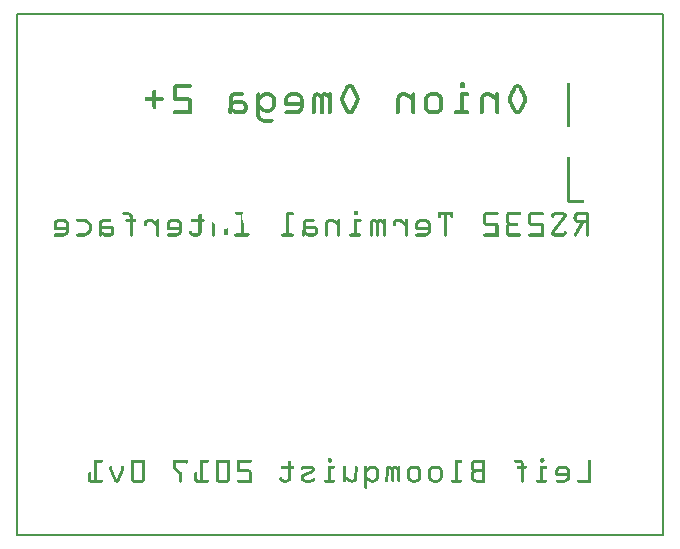
<source format=gbo>
G04 MADE WITH FRITZING*
G04 WWW.FRITZING.ORG*
G04 DOUBLE SIDED*
G04 HOLES PLATED*
G04 CONTOUR ON CENTER OF CONTOUR VECTOR*
%ASAXBY*%
%FSLAX23Y23*%
%MOIN*%
%OFA0B0*%
%SFA1.0B1.0*%
%ADD10R,2.160000X1.744240X2.144000X1.728240*%
%ADD11C,0.008000*%
%ADD12R,0.001000X0.001000*%
%LNSILK0*%
G90*
G70*
G54D11*
X4Y1740D02*
X2156Y1740D01*
X2156Y4D01*
X4Y4D01*
X4Y1740D01*
D02*
G54D12*
X1483Y1511D02*
X1493Y1511D01*
X1481Y1510D02*
X1495Y1510D01*
X1480Y1509D02*
X1496Y1509D01*
X1479Y1508D02*
X1496Y1508D01*
X1838Y1508D02*
X1847Y1508D01*
X1479Y1507D02*
X1497Y1507D01*
X1838Y1507D02*
X1847Y1507D01*
X534Y1506D02*
X580Y1506D01*
X1111Y1506D02*
X1114Y1506D01*
X1479Y1506D02*
X1497Y1506D01*
X1670Y1506D02*
X1672Y1506D01*
X1838Y1506D02*
X1847Y1506D01*
X530Y1505D02*
X582Y1505D01*
X1107Y1505D02*
X1118Y1505D01*
X1479Y1505D02*
X1497Y1505D01*
X1665Y1505D02*
X1676Y1505D01*
X1838Y1505D02*
X1847Y1505D01*
X528Y1504D02*
X583Y1504D01*
X1105Y1504D02*
X1120Y1504D01*
X1479Y1504D02*
X1497Y1504D01*
X1663Y1504D02*
X1679Y1504D01*
X1838Y1504D02*
X1847Y1504D01*
X527Y1503D02*
X584Y1503D01*
X1103Y1503D02*
X1121Y1503D01*
X1479Y1503D02*
X1497Y1503D01*
X1662Y1503D02*
X1680Y1503D01*
X1838Y1503D02*
X1847Y1503D01*
X525Y1502D02*
X585Y1502D01*
X1102Y1502D02*
X1123Y1502D01*
X1479Y1502D02*
X1497Y1502D01*
X1660Y1502D02*
X1681Y1502D01*
X1838Y1502D02*
X1847Y1502D01*
X525Y1501D02*
X585Y1501D01*
X1101Y1501D02*
X1124Y1501D01*
X1479Y1501D02*
X1497Y1501D01*
X1659Y1501D02*
X1683Y1501D01*
X1838Y1501D02*
X1847Y1501D01*
X524Y1500D02*
X585Y1500D01*
X1100Y1500D02*
X1125Y1500D01*
X1479Y1500D02*
X1497Y1500D01*
X1658Y1500D02*
X1683Y1500D01*
X1838Y1500D02*
X1847Y1500D01*
X523Y1499D02*
X585Y1499D01*
X1099Y1499D02*
X1126Y1499D01*
X1479Y1499D02*
X1497Y1499D01*
X1658Y1499D02*
X1684Y1499D01*
X1838Y1499D02*
X1847Y1499D01*
X523Y1498D02*
X585Y1498D01*
X1098Y1498D02*
X1126Y1498D01*
X1479Y1498D02*
X1497Y1498D01*
X1657Y1498D02*
X1685Y1498D01*
X1838Y1498D02*
X1847Y1498D01*
X522Y1497D02*
X585Y1497D01*
X1098Y1497D02*
X1127Y1497D01*
X1479Y1497D02*
X1497Y1497D01*
X1656Y1497D02*
X1686Y1497D01*
X1838Y1497D02*
X1847Y1497D01*
X522Y1496D02*
X584Y1496D01*
X1097Y1496D02*
X1127Y1496D01*
X1480Y1496D02*
X1496Y1496D01*
X1656Y1496D02*
X1686Y1496D01*
X1838Y1496D02*
X1847Y1496D01*
X522Y1495D02*
X583Y1495D01*
X1097Y1495D02*
X1128Y1495D01*
X1481Y1495D02*
X1495Y1495D01*
X1655Y1495D02*
X1687Y1495D01*
X1838Y1495D02*
X1847Y1495D01*
X522Y1494D02*
X582Y1494D01*
X1096Y1494D02*
X1128Y1494D01*
X1482Y1494D02*
X1494Y1494D01*
X1655Y1494D02*
X1687Y1494D01*
X1838Y1494D02*
X1847Y1494D01*
X522Y1493D02*
X534Y1493D01*
X1096Y1493D02*
X1111Y1493D01*
X1113Y1493D02*
X1129Y1493D01*
X1654Y1493D02*
X1670Y1493D01*
X1672Y1493D02*
X1688Y1493D01*
X1838Y1493D02*
X1847Y1493D01*
X522Y1492D02*
X534Y1492D01*
X1095Y1492D02*
X1109Y1492D01*
X1115Y1492D02*
X1129Y1492D01*
X1654Y1492D02*
X1668Y1492D01*
X1674Y1492D02*
X1688Y1492D01*
X1838Y1492D02*
X1847Y1492D01*
X522Y1491D02*
X534Y1491D01*
X1095Y1491D02*
X1108Y1491D01*
X1116Y1491D02*
X1130Y1491D01*
X1653Y1491D02*
X1667Y1491D01*
X1675Y1491D02*
X1689Y1491D01*
X1838Y1491D02*
X1847Y1491D01*
X522Y1490D02*
X534Y1490D01*
X1094Y1490D02*
X1108Y1490D01*
X1117Y1490D02*
X1130Y1490D01*
X1653Y1490D02*
X1667Y1490D01*
X1675Y1490D02*
X1689Y1490D01*
X1838Y1490D02*
X1847Y1490D01*
X522Y1489D02*
X534Y1489D01*
X1094Y1489D02*
X1107Y1489D01*
X1117Y1489D02*
X1131Y1489D01*
X1652Y1489D02*
X1666Y1489D01*
X1676Y1489D02*
X1690Y1489D01*
X1838Y1489D02*
X1847Y1489D01*
X522Y1488D02*
X534Y1488D01*
X1093Y1488D02*
X1107Y1488D01*
X1118Y1488D02*
X1131Y1488D01*
X1652Y1488D02*
X1666Y1488D01*
X1676Y1488D02*
X1690Y1488D01*
X1838Y1488D02*
X1847Y1488D01*
X458Y1487D02*
X463Y1487D01*
X522Y1487D02*
X534Y1487D01*
X1093Y1487D02*
X1106Y1487D01*
X1118Y1487D02*
X1132Y1487D01*
X1651Y1487D02*
X1665Y1487D01*
X1677Y1487D02*
X1691Y1487D01*
X1838Y1487D02*
X1847Y1487D01*
X456Y1486D02*
X464Y1486D01*
X522Y1486D02*
X534Y1486D01*
X1092Y1486D02*
X1106Y1486D01*
X1119Y1486D02*
X1132Y1486D01*
X1651Y1486D02*
X1665Y1486D01*
X1677Y1486D02*
X1691Y1486D01*
X1838Y1486D02*
X1847Y1486D01*
X456Y1485D02*
X465Y1485D01*
X522Y1485D02*
X534Y1485D01*
X1092Y1485D02*
X1105Y1485D01*
X1119Y1485D02*
X1133Y1485D01*
X1650Y1485D02*
X1664Y1485D01*
X1678Y1485D02*
X1692Y1485D01*
X1838Y1485D02*
X1847Y1485D01*
X455Y1484D02*
X466Y1484D01*
X522Y1484D02*
X534Y1484D01*
X1091Y1484D02*
X1105Y1484D01*
X1120Y1484D02*
X1133Y1484D01*
X1650Y1484D02*
X1664Y1484D01*
X1678Y1484D02*
X1692Y1484D01*
X1838Y1484D02*
X1847Y1484D01*
X455Y1483D02*
X466Y1483D01*
X522Y1483D02*
X534Y1483D01*
X1091Y1483D02*
X1104Y1483D01*
X1120Y1483D02*
X1134Y1483D01*
X1649Y1483D02*
X1663Y1483D01*
X1679Y1483D02*
X1693Y1483D01*
X1838Y1483D02*
X1847Y1483D01*
X454Y1482D02*
X466Y1482D01*
X522Y1482D02*
X534Y1482D01*
X1090Y1482D02*
X1104Y1482D01*
X1121Y1482D02*
X1134Y1482D01*
X1649Y1482D02*
X1663Y1482D01*
X1679Y1482D02*
X1693Y1482D01*
X1838Y1482D02*
X1847Y1482D01*
X454Y1481D02*
X466Y1481D01*
X522Y1481D02*
X534Y1481D01*
X1090Y1481D02*
X1103Y1481D01*
X1121Y1481D02*
X1135Y1481D01*
X1648Y1481D02*
X1662Y1481D01*
X1680Y1481D02*
X1694Y1481D01*
X1838Y1481D02*
X1847Y1481D01*
X454Y1480D02*
X466Y1480D01*
X522Y1480D02*
X534Y1480D01*
X1089Y1480D02*
X1103Y1480D01*
X1122Y1480D02*
X1135Y1480D01*
X1648Y1480D02*
X1662Y1480D01*
X1680Y1480D02*
X1694Y1480D01*
X1838Y1480D02*
X1847Y1480D01*
X454Y1479D02*
X466Y1479D01*
X522Y1479D02*
X534Y1479D01*
X1089Y1479D02*
X1102Y1479D01*
X1122Y1479D02*
X1136Y1479D01*
X1647Y1479D02*
X1661Y1479D01*
X1681Y1479D02*
X1695Y1479D01*
X1838Y1479D02*
X1847Y1479D01*
X454Y1478D02*
X466Y1478D01*
X522Y1478D02*
X534Y1478D01*
X724Y1478D02*
X755Y1478D01*
X805Y1478D02*
X809Y1478D01*
X827Y1478D02*
X845Y1478D01*
X913Y1478D02*
X939Y1478D01*
X1001Y1478D02*
X1006Y1478D01*
X1024Y1478D02*
X1032Y1478D01*
X1044Y1478D02*
X1048Y1478D01*
X1088Y1478D02*
X1102Y1478D01*
X1123Y1478D02*
X1136Y1478D01*
X1283Y1478D02*
X1299Y1478D01*
X1322Y1478D02*
X1326Y1478D01*
X1379Y1478D02*
X1404Y1478D01*
X1482Y1478D02*
X1506Y1478D01*
X1562Y1478D02*
X1579Y1478D01*
X1601Y1478D02*
X1606Y1478D01*
X1647Y1478D02*
X1661Y1478D01*
X1681Y1478D02*
X1695Y1478D01*
X1838Y1478D02*
X1847Y1478D01*
X454Y1477D02*
X466Y1477D01*
X522Y1477D02*
X534Y1477D01*
X721Y1477D02*
X756Y1477D01*
X803Y1477D02*
X811Y1477D01*
X824Y1477D02*
X848Y1477D01*
X910Y1477D02*
X941Y1477D01*
X998Y1477D02*
X1009Y1477D01*
X1022Y1477D02*
X1035Y1477D01*
X1042Y1477D02*
X1050Y1477D01*
X1088Y1477D02*
X1101Y1477D01*
X1123Y1477D02*
X1137Y1477D01*
X1280Y1477D02*
X1302Y1477D01*
X1320Y1477D02*
X1328Y1477D01*
X1376Y1477D02*
X1407Y1477D01*
X1481Y1477D02*
X1508Y1477D01*
X1559Y1477D02*
X1581Y1477D01*
X1600Y1477D02*
X1607Y1477D01*
X1646Y1477D02*
X1660Y1477D01*
X1682Y1477D02*
X1696Y1477D01*
X1838Y1477D02*
X1847Y1477D01*
X454Y1476D02*
X466Y1476D01*
X522Y1476D02*
X534Y1476D01*
X719Y1476D02*
X757Y1476D01*
X802Y1476D02*
X812Y1476D01*
X822Y1476D02*
X850Y1476D01*
X909Y1476D02*
X943Y1476D01*
X996Y1476D02*
X1011Y1476D01*
X1020Y1476D02*
X1037Y1476D01*
X1041Y1476D02*
X1050Y1476D01*
X1087Y1476D02*
X1101Y1476D01*
X1124Y1476D02*
X1137Y1476D01*
X1278Y1476D02*
X1304Y1476D01*
X1319Y1476D02*
X1329Y1476D01*
X1374Y1476D02*
X1409Y1476D01*
X1480Y1476D02*
X1509Y1476D01*
X1557Y1476D02*
X1583Y1476D01*
X1599Y1476D02*
X1608Y1476D01*
X1646Y1476D02*
X1660Y1476D01*
X1682Y1476D02*
X1696Y1476D01*
X1838Y1476D02*
X1847Y1476D01*
X454Y1475D02*
X466Y1475D01*
X522Y1475D02*
X534Y1475D01*
X718Y1475D02*
X758Y1475D01*
X802Y1475D02*
X812Y1475D01*
X821Y1475D02*
X852Y1475D01*
X907Y1475D02*
X945Y1475D01*
X994Y1475D02*
X1012Y1475D01*
X1019Y1475D02*
X1038Y1475D01*
X1041Y1475D02*
X1051Y1475D01*
X1087Y1475D02*
X1100Y1475D01*
X1124Y1475D02*
X1138Y1475D01*
X1276Y1475D02*
X1306Y1475D01*
X1319Y1475D02*
X1329Y1475D01*
X1373Y1475D02*
X1410Y1475D01*
X1479Y1475D02*
X1509Y1475D01*
X1556Y1475D02*
X1585Y1475D01*
X1598Y1475D02*
X1609Y1475D01*
X1645Y1475D02*
X1659Y1475D01*
X1683Y1475D02*
X1697Y1475D01*
X1838Y1475D02*
X1847Y1475D01*
X454Y1474D02*
X466Y1474D01*
X522Y1474D02*
X534Y1474D01*
X716Y1474D02*
X758Y1474D01*
X801Y1474D02*
X813Y1474D01*
X819Y1474D02*
X853Y1474D01*
X906Y1474D02*
X946Y1474D01*
X993Y1474D02*
X1014Y1474D01*
X1018Y1474D02*
X1051Y1474D01*
X1086Y1474D02*
X1100Y1474D01*
X1125Y1474D02*
X1138Y1474D01*
X1275Y1474D02*
X1307Y1474D01*
X1318Y1474D02*
X1330Y1474D01*
X1371Y1474D02*
X1412Y1474D01*
X1479Y1474D02*
X1510Y1474D01*
X1555Y1474D02*
X1587Y1474D01*
X1598Y1474D02*
X1609Y1474D01*
X1645Y1474D02*
X1659Y1474D01*
X1683Y1474D02*
X1697Y1474D01*
X1838Y1474D02*
X1847Y1474D01*
X454Y1473D02*
X466Y1473D01*
X522Y1473D02*
X534Y1473D01*
X715Y1473D02*
X758Y1473D01*
X801Y1473D02*
X813Y1473D01*
X818Y1473D02*
X854Y1473D01*
X904Y1473D02*
X947Y1473D01*
X992Y1473D02*
X1015Y1473D01*
X1017Y1473D02*
X1052Y1473D01*
X1086Y1473D02*
X1099Y1473D01*
X1125Y1473D02*
X1139Y1473D01*
X1274Y1473D02*
X1309Y1473D01*
X1318Y1473D02*
X1330Y1473D01*
X1370Y1473D02*
X1413Y1473D01*
X1479Y1473D02*
X1510Y1473D01*
X1553Y1473D02*
X1588Y1473D01*
X1597Y1473D02*
X1609Y1473D01*
X1644Y1473D02*
X1658Y1473D01*
X1684Y1473D02*
X1698Y1473D01*
X1838Y1473D02*
X1847Y1473D01*
X454Y1472D02*
X466Y1472D01*
X522Y1472D02*
X534Y1472D01*
X714Y1472D02*
X759Y1472D01*
X801Y1472D02*
X813Y1472D01*
X817Y1472D02*
X855Y1472D01*
X903Y1472D02*
X948Y1472D01*
X991Y1472D02*
X1052Y1472D01*
X1085Y1472D02*
X1099Y1472D01*
X1126Y1472D02*
X1139Y1472D01*
X1273Y1472D02*
X1310Y1472D01*
X1318Y1472D02*
X1330Y1472D01*
X1369Y1472D02*
X1414Y1472D01*
X1479Y1472D02*
X1510Y1472D01*
X1553Y1472D02*
X1590Y1472D01*
X1597Y1472D02*
X1609Y1472D01*
X1644Y1472D02*
X1658Y1472D01*
X1684Y1472D02*
X1698Y1472D01*
X1838Y1472D02*
X1847Y1472D01*
X454Y1471D02*
X466Y1471D01*
X522Y1471D02*
X534Y1471D01*
X714Y1471D02*
X758Y1471D01*
X801Y1471D02*
X813Y1471D01*
X816Y1471D02*
X857Y1471D01*
X902Y1471D02*
X950Y1471D01*
X991Y1471D02*
X1052Y1471D01*
X1085Y1471D02*
X1098Y1471D01*
X1126Y1471D02*
X1140Y1471D01*
X1272Y1471D02*
X1312Y1471D01*
X1318Y1471D02*
X1330Y1471D01*
X1368Y1471D02*
X1415Y1471D01*
X1479Y1471D02*
X1510Y1471D01*
X1552Y1471D02*
X1591Y1471D01*
X1597Y1471D02*
X1609Y1471D01*
X1643Y1471D02*
X1657Y1471D01*
X1685Y1471D02*
X1699Y1471D01*
X1838Y1471D02*
X1847Y1471D01*
X454Y1470D02*
X466Y1470D01*
X522Y1470D02*
X534Y1470D01*
X713Y1470D02*
X758Y1470D01*
X801Y1470D02*
X858Y1470D01*
X901Y1470D02*
X951Y1470D01*
X990Y1470D02*
X1052Y1470D01*
X1084Y1470D02*
X1098Y1470D01*
X1127Y1470D02*
X1140Y1470D01*
X1272Y1470D02*
X1313Y1470D01*
X1318Y1470D02*
X1330Y1470D01*
X1367Y1470D02*
X1416Y1470D01*
X1479Y1470D02*
X1510Y1470D01*
X1551Y1470D02*
X1593Y1470D01*
X1597Y1470D02*
X1609Y1470D01*
X1643Y1470D02*
X1657Y1470D01*
X1685Y1470D02*
X1699Y1470D01*
X1838Y1470D02*
X1847Y1470D01*
X454Y1469D02*
X466Y1469D01*
X522Y1469D02*
X534Y1469D01*
X712Y1469D02*
X758Y1469D01*
X801Y1469D02*
X859Y1469D01*
X900Y1469D02*
X952Y1469D01*
X990Y1469D02*
X1052Y1469D01*
X1084Y1469D02*
X1097Y1469D01*
X1127Y1469D02*
X1141Y1469D01*
X1271Y1469D02*
X1315Y1469D01*
X1318Y1469D02*
X1330Y1469D01*
X1366Y1469D02*
X1417Y1469D01*
X1479Y1469D02*
X1509Y1469D01*
X1550Y1469D02*
X1594Y1469D01*
X1597Y1469D02*
X1609Y1469D01*
X1642Y1469D02*
X1656Y1469D01*
X1686Y1469D02*
X1699Y1469D01*
X1838Y1469D02*
X1847Y1469D01*
X454Y1468D02*
X466Y1468D01*
X522Y1468D02*
X534Y1468D01*
X712Y1468D02*
X757Y1468D01*
X801Y1468D02*
X860Y1468D01*
X899Y1468D02*
X953Y1468D01*
X989Y1468D02*
X1052Y1468D01*
X1083Y1468D02*
X1097Y1468D01*
X1128Y1468D02*
X1141Y1468D01*
X1270Y1468D02*
X1330Y1468D01*
X1365Y1468D02*
X1418Y1468D01*
X1479Y1468D02*
X1508Y1468D01*
X1550Y1468D02*
X1609Y1468D01*
X1642Y1468D02*
X1656Y1468D01*
X1686Y1468D02*
X1700Y1468D01*
X1838Y1468D02*
X1847Y1468D01*
X454Y1467D02*
X466Y1467D01*
X522Y1467D02*
X534Y1467D01*
X711Y1467D02*
X756Y1467D01*
X801Y1467D02*
X861Y1467D01*
X898Y1467D02*
X954Y1467D01*
X989Y1467D02*
X1052Y1467D01*
X1083Y1467D02*
X1096Y1467D01*
X1128Y1467D02*
X1142Y1467D01*
X1270Y1467D02*
X1330Y1467D01*
X1364Y1467D02*
X1419Y1467D01*
X1479Y1467D02*
X1507Y1467D01*
X1549Y1467D02*
X1609Y1467D01*
X1642Y1467D02*
X1655Y1467D01*
X1687Y1467D02*
X1700Y1467D01*
X1838Y1467D02*
X1847Y1467D01*
X454Y1466D02*
X466Y1466D01*
X522Y1466D02*
X534Y1466D01*
X711Y1466D02*
X754Y1466D01*
X801Y1466D02*
X861Y1466D01*
X898Y1466D02*
X954Y1466D01*
X989Y1466D02*
X1052Y1466D01*
X1082Y1466D02*
X1096Y1466D01*
X1129Y1466D02*
X1142Y1466D01*
X1270Y1466D02*
X1330Y1466D01*
X1363Y1466D02*
X1420Y1466D01*
X1479Y1466D02*
X1506Y1466D01*
X1549Y1466D02*
X1609Y1466D01*
X1641Y1466D02*
X1654Y1466D01*
X1687Y1466D02*
X1701Y1466D01*
X1838Y1466D02*
X1847Y1466D01*
X454Y1465D02*
X466Y1465D01*
X522Y1465D02*
X534Y1465D01*
X711Y1465D02*
X725Y1465D01*
X801Y1465D02*
X828Y1465D01*
X844Y1465D02*
X862Y1465D01*
X897Y1465D02*
X915Y1465D01*
X937Y1465D02*
X955Y1465D01*
X989Y1465D02*
X1001Y1465D01*
X1005Y1465D02*
X1026Y1465D01*
X1031Y1465D02*
X1052Y1465D01*
X1082Y1465D02*
X1095Y1465D01*
X1129Y1465D02*
X1142Y1465D01*
X1269Y1465D02*
X1284Y1465D01*
X1298Y1465D02*
X1330Y1465D01*
X1363Y1465D02*
X1380Y1465D01*
X1403Y1465D02*
X1420Y1465D01*
X1479Y1465D02*
X1491Y1465D01*
X1549Y1465D02*
X1564Y1465D01*
X1577Y1465D02*
X1609Y1465D01*
X1641Y1465D02*
X1654Y1465D01*
X1688Y1465D02*
X1701Y1465D01*
X1838Y1465D02*
X1847Y1465D01*
X454Y1464D02*
X466Y1464D01*
X522Y1464D02*
X534Y1464D01*
X710Y1464D02*
X724Y1464D01*
X801Y1464D02*
X827Y1464D01*
X846Y1464D02*
X862Y1464D01*
X896Y1464D02*
X913Y1464D01*
X939Y1464D02*
X955Y1464D01*
X988Y1464D02*
X1000Y1464D01*
X1006Y1464D02*
X1025Y1464D01*
X1032Y1464D02*
X1052Y1464D01*
X1082Y1464D02*
X1095Y1464D01*
X1130Y1464D02*
X1143Y1464D01*
X1269Y1464D02*
X1283Y1464D01*
X1300Y1464D02*
X1330Y1464D01*
X1362Y1464D02*
X1378Y1464D01*
X1405Y1464D02*
X1421Y1464D01*
X1479Y1464D02*
X1491Y1464D01*
X1548Y1464D02*
X1562Y1464D01*
X1579Y1464D02*
X1609Y1464D01*
X1641Y1464D02*
X1653Y1464D01*
X1688Y1464D02*
X1701Y1464D01*
X1838Y1464D02*
X1847Y1464D01*
X454Y1463D02*
X466Y1463D01*
X522Y1463D02*
X534Y1463D01*
X710Y1463D02*
X723Y1463D01*
X801Y1463D02*
X825Y1463D01*
X847Y1463D02*
X863Y1463D01*
X896Y1463D02*
X911Y1463D01*
X940Y1463D02*
X956Y1463D01*
X988Y1463D02*
X1000Y1463D01*
X1007Y1463D02*
X1025Y1463D01*
X1033Y1463D02*
X1052Y1463D01*
X1081Y1463D02*
X1094Y1463D01*
X1130Y1463D02*
X1143Y1463D01*
X1269Y1463D02*
X1282Y1463D01*
X1301Y1463D02*
X1330Y1463D01*
X1361Y1463D02*
X1377Y1463D01*
X1406Y1463D02*
X1421Y1463D01*
X1479Y1463D02*
X1491Y1463D01*
X1548Y1463D02*
X1561Y1463D01*
X1580Y1463D02*
X1609Y1463D01*
X1640Y1463D02*
X1653Y1463D01*
X1689Y1463D02*
X1702Y1463D01*
X1838Y1463D02*
X1847Y1463D01*
X433Y1462D02*
X487Y1462D01*
X522Y1462D02*
X574Y1462D01*
X710Y1462D02*
X723Y1462D01*
X801Y1462D02*
X824Y1462D01*
X848Y1462D02*
X863Y1462D01*
X895Y1462D02*
X910Y1462D01*
X941Y1462D02*
X956Y1462D01*
X988Y1462D02*
X1000Y1462D01*
X1009Y1462D02*
X1025Y1462D01*
X1034Y1462D02*
X1052Y1462D01*
X1081Y1462D02*
X1094Y1462D01*
X1131Y1462D02*
X1143Y1462D01*
X1269Y1462D02*
X1281Y1462D01*
X1303Y1462D02*
X1330Y1462D01*
X1361Y1462D02*
X1376Y1462D01*
X1407Y1462D02*
X1422Y1462D01*
X1479Y1462D02*
X1491Y1462D01*
X1548Y1462D02*
X1561Y1462D01*
X1582Y1462D02*
X1609Y1462D01*
X1640Y1462D02*
X1653Y1462D01*
X1689Y1462D02*
X1702Y1462D01*
X1838Y1462D02*
X1847Y1462D01*
X431Y1461D02*
X489Y1461D01*
X522Y1461D02*
X577Y1461D01*
X710Y1461D02*
X722Y1461D01*
X801Y1461D02*
X823Y1461D01*
X849Y1461D02*
X864Y1461D01*
X895Y1461D02*
X909Y1461D01*
X942Y1461D02*
X957Y1461D01*
X988Y1461D02*
X1000Y1461D01*
X1010Y1461D02*
X1025Y1461D01*
X1035Y1461D02*
X1052Y1461D01*
X1081Y1461D02*
X1094Y1461D01*
X1131Y1461D02*
X1143Y1461D01*
X1269Y1461D02*
X1281Y1461D01*
X1304Y1461D02*
X1330Y1461D01*
X1361Y1461D02*
X1375Y1461D01*
X1408Y1461D02*
X1422Y1461D01*
X1479Y1461D02*
X1491Y1461D01*
X1548Y1461D02*
X1560Y1461D01*
X1584Y1461D02*
X1609Y1461D01*
X1640Y1461D02*
X1652Y1461D01*
X1690Y1461D02*
X1702Y1461D01*
X1838Y1461D02*
X1847Y1461D01*
X430Y1460D02*
X490Y1460D01*
X522Y1460D02*
X579Y1460D01*
X710Y1460D02*
X722Y1460D01*
X801Y1460D02*
X822Y1460D01*
X850Y1460D02*
X864Y1460D01*
X895Y1460D02*
X908Y1460D01*
X943Y1460D02*
X957Y1460D01*
X988Y1460D02*
X1000Y1460D01*
X1011Y1460D02*
X1025Y1460D01*
X1037Y1460D02*
X1052Y1460D01*
X1081Y1460D02*
X1093Y1460D01*
X1131Y1460D02*
X1144Y1460D01*
X1268Y1460D02*
X1281Y1460D01*
X1306Y1460D02*
X1330Y1460D01*
X1360Y1460D02*
X1374Y1460D01*
X1409Y1460D02*
X1423Y1460D01*
X1479Y1460D02*
X1491Y1460D01*
X1548Y1460D02*
X1560Y1460D01*
X1585Y1460D02*
X1609Y1460D01*
X1640Y1460D02*
X1652Y1460D01*
X1690Y1460D02*
X1702Y1460D01*
X1838Y1460D02*
X1847Y1460D01*
X430Y1459D02*
X491Y1459D01*
X522Y1459D02*
X580Y1459D01*
X710Y1459D02*
X722Y1459D01*
X801Y1459D02*
X821Y1459D01*
X851Y1459D02*
X864Y1459D01*
X895Y1459D02*
X907Y1459D01*
X944Y1459D02*
X957Y1459D01*
X988Y1459D02*
X1000Y1459D01*
X1012Y1459D02*
X1025Y1459D01*
X1038Y1459D02*
X1052Y1459D01*
X1081Y1459D02*
X1093Y1459D01*
X1131Y1459D02*
X1144Y1459D01*
X1268Y1459D02*
X1280Y1459D01*
X1307Y1459D02*
X1330Y1459D01*
X1360Y1459D02*
X1373Y1459D01*
X1410Y1459D02*
X1423Y1459D01*
X1479Y1459D02*
X1491Y1459D01*
X1548Y1459D02*
X1560Y1459D01*
X1587Y1459D02*
X1609Y1459D01*
X1639Y1459D02*
X1652Y1459D01*
X1690Y1459D02*
X1702Y1459D01*
X1838Y1459D02*
X1847Y1459D01*
X429Y1458D02*
X492Y1458D01*
X522Y1458D02*
X582Y1458D01*
X710Y1458D02*
X722Y1458D01*
X801Y1458D02*
X820Y1458D01*
X852Y1458D02*
X864Y1458D01*
X894Y1458D02*
X907Y1458D01*
X945Y1458D02*
X957Y1458D01*
X988Y1458D02*
X1000Y1458D01*
X1013Y1458D02*
X1025Y1458D01*
X1039Y1458D02*
X1052Y1458D01*
X1081Y1458D02*
X1093Y1458D01*
X1132Y1458D02*
X1144Y1458D01*
X1268Y1458D02*
X1280Y1458D01*
X1309Y1458D02*
X1330Y1458D01*
X1360Y1458D02*
X1373Y1458D01*
X1411Y1458D02*
X1423Y1458D01*
X1479Y1458D02*
X1491Y1458D01*
X1548Y1458D02*
X1560Y1458D01*
X1588Y1458D02*
X1609Y1458D01*
X1639Y1458D02*
X1651Y1458D01*
X1690Y1458D02*
X1702Y1458D01*
X1838Y1458D02*
X1847Y1458D01*
X429Y1457D02*
X492Y1457D01*
X523Y1457D02*
X582Y1457D01*
X710Y1457D02*
X722Y1457D01*
X801Y1457D02*
X818Y1457D01*
X852Y1457D02*
X864Y1457D01*
X894Y1457D02*
X907Y1457D01*
X945Y1457D02*
X958Y1457D01*
X988Y1457D02*
X1000Y1457D01*
X1013Y1457D02*
X1025Y1457D01*
X1040Y1457D02*
X1052Y1457D01*
X1081Y1457D02*
X1093Y1457D01*
X1132Y1457D02*
X1144Y1457D01*
X1268Y1457D02*
X1280Y1457D01*
X1310Y1457D02*
X1330Y1457D01*
X1360Y1457D02*
X1372Y1457D01*
X1411Y1457D02*
X1423Y1457D01*
X1479Y1457D02*
X1491Y1457D01*
X1548Y1457D02*
X1560Y1457D01*
X1590Y1457D02*
X1609Y1457D01*
X1639Y1457D02*
X1651Y1457D01*
X1690Y1457D02*
X1703Y1457D01*
X1838Y1457D02*
X1847Y1457D01*
X429Y1456D02*
X492Y1456D01*
X523Y1456D02*
X583Y1456D01*
X710Y1456D02*
X722Y1456D01*
X801Y1456D02*
X817Y1456D01*
X852Y1456D02*
X864Y1456D01*
X894Y1456D02*
X906Y1456D01*
X945Y1456D02*
X958Y1456D01*
X988Y1456D02*
X1000Y1456D01*
X1013Y1456D02*
X1025Y1456D01*
X1040Y1456D02*
X1052Y1456D01*
X1080Y1456D02*
X1093Y1456D01*
X1132Y1456D02*
X1144Y1456D01*
X1268Y1456D02*
X1280Y1456D01*
X1312Y1456D02*
X1330Y1456D01*
X1360Y1456D02*
X1372Y1456D01*
X1411Y1456D02*
X1423Y1456D01*
X1479Y1456D02*
X1491Y1456D01*
X1548Y1456D02*
X1560Y1456D01*
X1591Y1456D02*
X1609Y1456D01*
X1639Y1456D02*
X1651Y1456D01*
X1691Y1456D02*
X1703Y1456D01*
X1838Y1456D02*
X1847Y1456D01*
X429Y1455D02*
X492Y1455D01*
X524Y1455D02*
X584Y1455D01*
X709Y1455D02*
X722Y1455D01*
X801Y1455D02*
X816Y1455D01*
X853Y1455D02*
X864Y1455D01*
X894Y1455D02*
X906Y1455D01*
X946Y1455D02*
X958Y1455D01*
X988Y1455D02*
X1000Y1455D01*
X1013Y1455D02*
X1025Y1455D01*
X1040Y1455D02*
X1052Y1455D01*
X1080Y1455D02*
X1093Y1455D01*
X1132Y1455D02*
X1144Y1455D01*
X1268Y1455D02*
X1280Y1455D01*
X1313Y1455D02*
X1330Y1455D01*
X1360Y1455D02*
X1372Y1455D01*
X1411Y1455D02*
X1423Y1455D01*
X1479Y1455D02*
X1491Y1455D01*
X1548Y1455D02*
X1560Y1455D01*
X1593Y1455D02*
X1609Y1455D01*
X1639Y1455D02*
X1651Y1455D01*
X1690Y1455D02*
X1703Y1455D01*
X1838Y1455D02*
X1847Y1455D01*
X429Y1454D02*
X492Y1454D01*
X525Y1454D02*
X584Y1454D01*
X709Y1454D02*
X722Y1454D01*
X801Y1454D02*
X815Y1454D01*
X853Y1454D02*
X864Y1454D01*
X894Y1454D02*
X906Y1454D01*
X946Y1454D02*
X958Y1454D01*
X988Y1454D02*
X1000Y1454D01*
X1013Y1454D02*
X1025Y1454D01*
X1040Y1454D02*
X1052Y1454D01*
X1081Y1454D02*
X1093Y1454D01*
X1132Y1454D02*
X1144Y1454D01*
X1268Y1454D02*
X1280Y1454D01*
X1315Y1454D02*
X1330Y1454D01*
X1360Y1454D02*
X1372Y1454D01*
X1411Y1454D02*
X1423Y1454D01*
X1479Y1454D02*
X1491Y1454D01*
X1548Y1454D02*
X1560Y1454D01*
X1594Y1454D02*
X1609Y1454D01*
X1639Y1454D02*
X1651Y1454D01*
X1690Y1454D02*
X1703Y1454D01*
X1838Y1454D02*
X1847Y1454D01*
X429Y1453D02*
X491Y1453D01*
X526Y1453D02*
X584Y1453D01*
X709Y1453D02*
X721Y1453D01*
X801Y1453D02*
X814Y1453D01*
X853Y1453D02*
X864Y1453D01*
X894Y1453D02*
X906Y1453D01*
X946Y1453D02*
X958Y1453D01*
X988Y1453D02*
X1000Y1453D01*
X1013Y1453D02*
X1025Y1453D01*
X1040Y1453D02*
X1052Y1453D01*
X1081Y1453D02*
X1093Y1453D01*
X1132Y1453D02*
X1144Y1453D01*
X1268Y1453D02*
X1280Y1453D01*
X1317Y1453D02*
X1330Y1453D01*
X1360Y1453D02*
X1372Y1453D01*
X1411Y1453D02*
X1423Y1453D01*
X1479Y1453D02*
X1491Y1453D01*
X1548Y1453D02*
X1560Y1453D01*
X1596Y1453D02*
X1609Y1453D01*
X1639Y1453D02*
X1652Y1453D01*
X1690Y1453D02*
X1702Y1453D01*
X1838Y1453D02*
X1847Y1453D01*
X430Y1452D02*
X491Y1452D01*
X527Y1452D02*
X585Y1452D01*
X709Y1452D02*
X721Y1452D01*
X801Y1452D02*
X814Y1452D01*
X853Y1452D02*
X864Y1452D01*
X894Y1452D02*
X906Y1452D01*
X946Y1452D02*
X958Y1452D01*
X988Y1452D02*
X1000Y1452D01*
X1013Y1452D02*
X1025Y1452D01*
X1040Y1452D02*
X1052Y1452D01*
X1081Y1452D02*
X1093Y1452D01*
X1131Y1452D02*
X1144Y1452D01*
X1268Y1452D02*
X1280Y1452D01*
X1318Y1452D02*
X1330Y1452D01*
X1360Y1452D02*
X1372Y1452D01*
X1411Y1452D02*
X1423Y1452D01*
X1479Y1452D02*
X1491Y1452D01*
X1547Y1452D02*
X1560Y1452D01*
X1597Y1452D02*
X1609Y1452D01*
X1639Y1452D02*
X1652Y1452D01*
X1690Y1452D02*
X1702Y1452D01*
X1838Y1452D02*
X1847Y1452D01*
X431Y1451D02*
X490Y1451D01*
X528Y1451D02*
X585Y1451D01*
X709Y1451D02*
X721Y1451D01*
X725Y1451D02*
X755Y1451D01*
X801Y1451D02*
X813Y1451D01*
X853Y1451D02*
X864Y1451D01*
X894Y1451D02*
X906Y1451D01*
X946Y1451D02*
X958Y1451D01*
X988Y1451D02*
X1000Y1451D01*
X1013Y1451D02*
X1025Y1451D01*
X1040Y1451D02*
X1052Y1451D01*
X1081Y1451D02*
X1093Y1451D01*
X1131Y1451D02*
X1143Y1451D01*
X1268Y1451D02*
X1280Y1451D01*
X1318Y1451D02*
X1330Y1451D01*
X1360Y1451D02*
X1372Y1451D01*
X1411Y1451D02*
X1423Y1451D01*
X1479Y1451D02*
X1491Y1451D01*
X1547Y1451D02*
X1560Y1451D01*
X1597Y1451D02*
X1609Y1451D01*
X1640Y1451D02*
X1652Y1451D01*
X1690Y1451D02*
X1702Y1451D01*
X1838Y1451D02*
X1847Y1451D01*
X432Y1450D02*
X488Y1450D01*
X530Y1450D02*
X585Y1450D01*
X709Y1450D02*
X759Y1450D01*
X801Y1450D02*
X813Y1450D01*
X853Y1450D02*
X864Y1450D01*
X894Y1450D02*
X906Y1450D01*
X946Y1450D02*
X958Y1450D01*
X988Y1450D02*
X1000Y1450D01*
X1013Y1450D02*
X1025Y1450D01*
X1040Y1450D02*
X1052Y1450D01*
X1081Y1450D02*
X1094Y1450D01*
X1131Y1450D02*
X1143Y1450D01*
X1268Y1450D02*
X1280Y1450D01*
X1318Y1450D02*
X1330Y1450D01*
X1360Y1450D02*
X1372Y1450D01*
X1411Y1450D02*
X1423Y1450D01*
X1479Y1450D02*
X1491Y1450D01*
X1547Y1450D02*
X1559Y1450D01*
X1597Y1450D02*
X1609Y1450D01*
X1640Y1450D02*
X1652Y1450D01*
X1689Y1450D02*
X1702Y1450D01*
X1838Y1450D02*
X1847Y1450D01*
X454Y1449D02*
X467Y1449D01*
X573Y1449D02*
X585Y1449D01*
X709Y1449D02*
X761Y1449D01*
X801Y1449D02*
X813Y1449D01*
X853Y1449D02*
X864Y1449D01*
X894Y1449D02*
X906Y1449D01*
X946Y1449D02*
X958Y1449D01*
X988Y1449D02*
X1000Y1449D01*
X1013Y1449D02*
X1025Y1449D01*
X1040Y1449D02*
X1052Y1449D01*
X1081Y1449D02*
X1094Y1449D01*
X1130Y1449D02*
X1143Y1449D01*
X1268Y1449D02*
X1280Y1449D01*
X1318Y1449D02*
X1330Y1449D01*
X1360Y1449D02*
X1372Y1449D01*
X1411Y1449D02*
X1423Y1449D01*
X1479Y1449D02*
X1491Y1449D01*
X1547Y1449D02*
X1559Y1449D01*
X1597Y1449D02*
X1609Y1449D01*
X1640Y1449D02*
X1653Y1449D01*
X1689Y1449D02*
X1702Y1449D01*
X1838Y1449D02*
X1847Y1449D01*
X454Y1448D02*
X466Y1448D01*
X573Y1448D02*
X585Y1448D01*
X709Y1448D02*
X763Y1448D01*
X801Y1448D02*
X813Y1448D01*
X853Y1448D02*
X864Y1448D01*
X894Y1448D02*
X906Y1448D01*
X946Y1448D02*
X958Y1448D01*
X988Y1448D02*
X1000Y1448D01*
X1013Y1448D02*
X1025Y1448D01*
X1040Y1448D02*
X1052Y1448D01*
X1082Y1448D02*
X1094Y1448D01*
X1130Y1448D02*
X1143Y1448D01*
X1268Y1448D02*
X1280Y1448D01*
X1318Y1448D02*
X1330Y1448D01*
X1360Y1448D02*
X1372Y1448D01*
X1411Y1448D02*
X1423Y1448D01*
X1479Y1448D02*
X1491Y1448D01*
X1547Y1448D02*
X1559Y1448D01*
X1597Y1448D02*
X1609Y1448D01*
X1640Y1448D02*
X1653Y1448D01*
X1689Y1448D02*
X1702Y1448D01*
X1838Y1448D02*
X1847Y1448D01*
X454Y1447D02*
X466Y1447D01*
X573Y1447D02*
X585Y1447D01*
X709Y1447D02*
X764Y1447D01*
X801Y1447D02*
X813Y1447D01*
X853Y1447D02*
X864Y1447D01*
X894Y1447D02*
X906Y1447D01*
X946Y1447D02*
X958Y1447D01*
X988Y1447D02*
X1000Y1447D01*
X1013Y1447D02*
X1025Y1447D01*
X1040Y1447D02*
X1052Y1447D01*
X1082Y1447D02*
X1095Y1447D01*
X1130Y1447D02*
X1143Y1447D01*
X1268Y1447D02*
X1280Y1447D01*
X1318Y1447D02*
X1330Y1447D01*
X1360Y1447D02*
X1372Y1447D01*
X1411Y1447D02*
X1423Y1447D01*
X1479Y1447D02*
X1491Y1447D01*
X1547Y1447D02*
X1559Y1447D01*
X1597Y1447D02*
X1609Y1447D01*
X1641Y1447D02*
X1654Y1447D01*
X1688Y1447D02*
X1701Y1447D01*
X1838Y1447D02*
X1847Y1447D01*
X454Y1446D02*
X466Y1446D01*
X573Y1446D02*
X585Y1446D01*
X709Y1446D02*
X765Y1446D01*
X801Y1446D02*
X813Y1446D01*
X853Y1446D02*
X864Y1446D01*
X894Y1446D02*
X906Y1446D01*
X945Y1446D02*
X958Y1446D01*
X988Y1446D02*
X1000Y1446D01*
X1013Y1446D02*
X1025Y1446D01*
X1040Y1446D02*
X1052Y1446D01*
X1082Y1446D02*
X1095Y1446D01*
X1129Y1446D02*
X1142Y1446D01*
X1268Y1446D02*
X1280Y1446D01*
X1318Y1446D02*
X1330Y1446D01*
X1360Y1446D02*
X1372Y1446D01*
X1411Y1446D02*
X1423Y1446D01*
X1479Y1446D02*
X1491Y1446D01*
X1547Y1446D02*
X1559Y1446D01*
X1597Y1446D02*
X1609Y1446D01*
X1641Y1446D02*
X1654Y1446D01*
X1688Y1446D02*
X1701Y1446D01*
X1838Y1446D02*
X1847Y1446D01*
X454Y1445D02*
X466Y1445D01*
X573Y1445D02*
X585Y1445D01*
X709Y1445D02*
X766Y1445D01*
X801Y1445D02*
X813Y1445D01*
X853Y1445D02*
X864Y1445D01*
X894Y1445D02*
X958Y1445D01*
X988Y1445D02*
X1000Y1445D01*
X1013Y1445D02*
X1025Y1445D01*
X1040Y1445D02*
X1052Y1445D01*
X1083Y1445D02*
X1096Y1445D01*
X1128Y1445D02*
X1142Y1445D01*
X1268Y1445D02*
X1280Y1445D01*
X1318Y1445D02*
X1330Y1445D01*
X1360Y1445D02*
X1372Y1445D01*
X1411Y1445D02*
X1423Y1445D01*
X1479Y1445D02*
X1491Y1445D01*
X1547Y1445D02*
X1559Y1445D01*
X1597Y1445D02*
X1609Y1445D01*
X1641Y1445D02*
X1655Y1445D01*
X1687Y1445D02*
X1701Y1445D01*
X1838Y1445D02*
X1847Y1445D01*
X454Y1444D02*
X466Y1444D01*
X573Y1444D02*
X585Y1444D01*
X709Y1444D02*
X767Y1444D01*
X801Y1444D02*
X813Y1444D01*
X853Y1444D02*
X864Y1444D01*
X894Y1444D02*
X958Y1444D01*
X988Y1444D02*
X1000Y1444D01*
X1013Y1444D02*
X1025Y1444D01*
X1040Y1444D02*
X1052Y1444D01*
X1083Y1444D02*
X1096Y1444D01*
X1128Y1444D02*
X1141Y1444D01*
X1268Y1444D02*
X1280Y1444D01*
X1318Y1444D02*
X1330Y1444D01*
X1360Y1444D02*
X1372Y1444D01*
X1411Y1444D02*
X1423Y1444D01*
X1479Y1444D02*
X1491Y1444D01*
X1547Y1444D02*
X1559Y1444D01*
X1597Y1444D02*
X1609Y1444D01*
X1642Y1444D02*
X1655Y1444D01*
X1687Y1444D02*
X1700Y1444D01*
X1838Y1444D02*
X1847Y1444D01*
X454Y1443D02*
X466Y1443D01*
X573Y1443D02*
X585Y1443D01*
X709Y1443D02*
X768Y1443D01*
X801Y1443D02*
X813Y1443D01*
X853Y1443D02*
X864Y1443D01*
X894Y1443D02*
X958Y1443D01*
X988Y1443D02*
X1000Y1443D01*
X1013Y1443D02*
X1025Y1443D01*
X1040Y1443D02*
X1052Y1443D01*
X1083Y1443D02*
X1097Y1443D01*
X1127Y1443D02*
X1141Y1443D01*
X1268Y1443D02*
X1280Y1443D01*
X1318Y1443D02*
X1330Y1443D01*
X1360Y1443D02*
X1372Y1443D01*
X1411Y1443D02*
X1423Y1443D01*
X1479Y1443D02*
X1491Y1443D01*
X1547Y1443D02*
X1559Y1443D01*
X1597Y1443D02*
X1609Y1443D01*
X1642Y1443D02*
X1656Y1443D01*
X1686Y1443D02*
X1700Y1443D01*
X1838Y1443D02*
X1847Y1443D01*
X454Y1442D02*
X466Y1442D01*
X573Y1442D02*
X585Y1442D01*
X709Y1442D02*
X768Y1442D01*
X801Y1442D02*
X813Y1442D01*
X853Y1442D02*
X864Y1442D01*
X894Y1442D02*
X958Y1442D01*
X988Y1442D02*
X1000Y1442D01*
X1013Y1442D02*
X1025Y1442D01*
X1040Y1442D02*
X1052Y1442D01*
X1084Y1442D02*
X1097Y1442D01*
X1127Y1442D02*
X1141Y1442D01*
X1268Y1442D02*
X1280Y1442D01*
X1318Y1442D02*
X1330Y1442D01*
X1360Y1442D02*
X1372Y1442D01*
X1411Y1442D02*
X1423Y1442D01*
X1479Y1442D02*
X1491Y1442D01*
X1547Y1442D02*
X1559Y1442D01*
X1597Y1442D02*
X1609Y1442D01*
X1643Y1442D02*
X1656Y1442D01*
X1686Y1442D02*
X1699Y1442D01*
X1838Y1442D02*
X1847Y1442D01*
X454Y1441D02*
X466Y1441D01*
X573Y1441D02*
X585Y1441D01*
X709Y1441D02*
X769Y1441D01*
X801Y1441D02*
X813Y1441D01*
X853Y1441D02*
X864Y1441D01*
X894Y1441D02*
X958Y1441D01*
X988Y1441D02*
X1000Y1441D01*
X1013Y1441D02*
X1025Y1441D01*
X1040Y1441D02*
X1052Y1441D01*
X1084Y1441D02*
X1098Y1441D01*
X1126Y1441D02*
X1140Y1441D01*
X1268Y1441D02*
X1280Y1441D01*
X1318Y1441D02*
X1330Y1441D01*
X1360Y1441D02*
X1372Y1441D01*
X1411Y1441D02*
X1423Y1441D01*
X1479Y1441D02*
X1491Y1441D01*
X1547Y1441D02*
X1559Y1441D01*
X1597Y1441D02*
X1609Y1441D01*
X1643Y1441D02*
X1657Y1441D01*
X1685Y1441D02*
X1699Y1441D01*
X1838Y1441D02*
X1847Y1441D01*
X454Y1440D02*
X466Y1440D01*
X573Y1440D02*
X585Y1440D01*
X709Y1440D02*
X770Y1440D01*
X801Y1440D02*
X813Y1440D01*
X853Y1440D02*
X864Y1440D01*
X894Y1440D02*
X958Y1440D01*
X987Y1440D02*
X999Y1440D01*
X1013Y1440D02*
X1025Y1440D01*
X1040Y1440D02*
X1052Y1440D01*
X1085Y1440D02*
X1098Y1440D01*
X1126Y1440D02*
X1140Y1440D01*
X1268Y1440D02*
X1280Y1440D01*
X1318Y1440D02*
X1330Y1440D01*
X1360Y1440D02*
X1372Y1440D01*
X1411Y1440D02*
X1423Y1440D01*
X1479Y1440D02*
X1491Y1440D01*
X1547Y1440D02*
X1559Y1440D01*
X1597Y1440D02*
X1609Y1440D01*
X1644Y1440D02*
X1657Y1440D01*
X1685Y1440D02*
X1698Y1440D01*
X1838Y1440D02*
X1847Y1440D01*
X454Y1439D02*
X466Y1439D01*
X573Y1439D02*
X585Y1439D01*
X709Y1439D02*
X770Y1439D01*
X801Y1439D02*
X813Y1439D01*
X853Y1439D02*
X864Y1439D01*
X894Y1439D02*
X958Y1439D01*
X987Y1439D02*
X999Y1439D01*
X1013Y1439D02*
X1025Y1439D01*
X1040Y1439D02*
X1052Y1439D01*
X1085Y1439D02*
X1099Y1439D01*
X1125Y1439D02*
X1139Y1439D01*
X1268Y1439D02*
X1280Y1439D01*
X1318Y1439D02*
X1330Y1439D01*
X1360Y1439D02*
X1372Y1439D01*
X1411Y1439D02*
X1423Y1439D01*
X1479Y1439D02*
X1491Y1439D01*
X1547Y1439D02*
X1559Y1439D01*
X1597Y1439D02*
X1609Y1439D01*
X1644Y1439D02*
X1658Y1439D01*
X1684Y1439D02*
X1698Y1439D01*
X1838Y1439D02*
X1847Y1439D01*
X454Y1438D02*
X466Y1438D01*
X573Y1438D02*
X585Y1438D01*
X709Y1438D02*
X726Y1438D01*
X755Y1438D02*
X770Y1438D01*
X801Y1438D02*
X813Y1438D01*
X853Y1438D02*
X864Y1438D01*
X894Y1438D02*
X958Y1438D01*
X987Y1438D02*
X999Y1438D01*
X1013Y1438D02*
X1025Y1438D01*
X1040Y1438D02*
X1052Y1438D01*
X1086Y1438D02*
X1099Y1438D01*
X1125Y1438D02*
X1139Y1438D01*
X1268Y1438D02*
X1280Y1438D01*
X1318Y1438D02*
X1330Y1438D01*
X1360Y1438D02*
X1372Y1438D01*
X1411Y1438D02*
X1423Y1438D01*
X1479Y1438D02*
X1491Y1438D01*
X1547Y1438D02*
X1559Y1438D01*
X1597Y1438D02*
X1609Y1438D01*
X1645Y1438D02*
X1658Y1438D01*
X1684Y1438D02*
X1697Y1438D01*
X1838Y1438D02*
X1847Y1438D01*
X454Y1437D02*
X466Y1437D01*
X573Y1437D02*
X585Y1437D01*
X709Y1437D02*
X724Y1437D01*
X756Y1437D02*
X771Y1437D01*
X801Y1437D02*
X814Y1437D01*
X853Y1437D02*
X864Y1437D01*
X895Y1437D02*
X958Y1437D01*
X987Y1437D02*
X999Y1437D01*
X1013Y1437D02*
X1025Y1437D01*
X1040Y1437D02*
X1052Y1437D01*
X1086Y1437D02*
X1100Y1437D01*
X1124Y1437D02*
X1138Y1437D01*
X1268Y1437D02*
X1280Y1437D01*
X1318Y1437D02*
X1330Y1437D01*
X1360Y1437D02*
X1372Y1437D01*
X1411Y1437D02*
X1423Y1437D01*
X1479Y1437D02*
X1491Y1437D01*
X1547Y1437D02*
X1559Y1437D01*
X1597Y1437D02*
X1609Y1437D01*
X1645Y1437D02*
X1659Y1437D01*
X1683Y1437D02*
X1697Y1437D01*
X1838Y1437D02*
X1847Y1437D01*
X454Y1436D02*
X466Y1436D01*
X573Y1436D02*
X585Y1436D01*
X709Y1436D02*
X723Y1436D01*
X758Y1436D02*
X771Y1436D01*
X801Y1436D02*
X814Y1436D01*
X853Y1436D02*
X864Y1436D01*
X895Y1436D02*
X958Y1436D01*
X987Y1436D02*
X999Y1436D01*
X1013Y1436D02*
X1025Y1436D01*
X1040Y1436D02*
X1052Y1436D01*
X1087Y1436D02*
X1100Y1436D01*
X1124Y1436D02*
X1138Y1436D01*
X1268Y1436D02*
X1280Y1436D01*
X1318Y1436D02*
X1330Y1436D01*
X1360Y1436D02*
X1372Y1436D01*
X1411Y1436D02*
X1423Y1436D01*
X1479Y1436D02*
X1491Y1436D01*
X1547Y1436D02*
X1559Y1436D01*
X1597Y1436D02*
X1609Y1436D01*
X1646Y1436D02*
X1659Y1436D01*
X1683Y1436D02*
X1696Y1436D01*
X1838Y1436D02*
X1847Y1436D01*
X454Y1435D02*
X466Y1435D01*
X573Y1435D02*
X585Y1435D01*
X709Y1435D02*
X722Y1435D01*
X758Y1435D02*
X771Y1435D01*
X801Y1435D02*
X815Y1435D01*
X853Y1435D02*
X864Y1435D01*
X896Y1435D02*
X958Y1435D01*
X987Y1435D02*
X999Y1435D01*
X1013Y1435D02*
X1025Y1435D01*
X1040Y1435D02*
X1052Y1435D01*
X1087Y1435D02*
X1101Y1435D01*
X1123Y1435D02*
X1137Y1435D01*
X1268Y1435D02*
X1280Y1435D01*
X1318Y1435D02*
X1330Y1435D01*
X1360Y1435D02*
X1372Y1435D01*
X1411Y1435D02*
X1423Y1435D01*
X1479Y1435D02*
X1491Y1435D01*
X1547Y1435D02*
X1559Y1435D01*
X1597Y1435D02*
X1609Y1435D01*
X1646Y1435D02*
X1660Y1435D01*
X1682Y1435D02*
X1696Y1435D01*
X1838Y1435D02*
X1847Y1435D01*
X454Y1434D02*
X466Y1434D01*
X573Y1434D02*
X585Y1434D01*
X709Y1434D02*
X721Y1434D01*
X759Y1434D02*
X771Y1434D01*
X801Y1434D02*
X816Y1434D01*
X853Y1434D02*
X864Y1434D01*
X897Y1434D02*
X958Y1434D01*
X987Y1434D02*
X999Y1434D01*
X1013Y1434D02*
X1025Y1434D01*
X1040Y1434D02*
X1052Y1434D01*
X1088Y1434D02*
X1101Y1434D01*
X1123Y1434D02*
X1137Y1434D01*
X1268Y1434D02*
X1280Y1434D01*
X1318Y1434D02*
X1330Y1434D01*
X1360Y1434D02*
X1372Y1434D01*
X1411Y1434D02*
X1423Y1434D01*
X1479Y1434D02*
X1491Y1434D01*
X1547Y1434D02*
X1559Y1434D01*
X1597Y1434D02*
X1609Y1434D01*
X1647Y1434D02*
X1660Y1434D01*
X1682Y1434D02*
X1695Y1434D01*
X1838Y1434D02*
X1847Y1434D01*
X454Y1433D02*
X466Y1433D01*
X573Y1433D02*
X585Y1433D01*
X709Y1433D02*
X721Y1433D01*
X759Y1433D02*
X771Y1433D01*
X801Y1433D02*
X818Y1433D01*
X852Y1433D02*
X864Y1433D01*
X899Y1433D02*
X958Y1433D01*
X987Y1433D02*
X999Y1433D01*
X1013Y1433D02*
X1025Y1433D01*
X1040Y1433D02*
X1052Y1433D01*
X1088Y1433D02*
X1102Y1433D01*
X1122Y1433D02*
X1136Y1433D01*
X1268Y1433D02*
X1280Y1433D01*
X1318Y1433D02*
X1330Y1433D01*
X1360Y1433D02*
X1372Y1433D01*
X1411Y1433D02*
X1423Y1433D01*
X1479Y1433D02*
X1491Y1433D01*
X1547Y1433D02*
X1559Y1433D01*
X1597Y1433D02*
X1609Y1433D01*
X1647Y1433D02*
X1661Y1433D01*
X1681Y1433D02*
X1695Y1433D01*
X1838Y1433D02*
X1847Y1433D01*
X454Y1432D02*
X466Y1432D01*
X573Y1432D02*
X585Y1432D01*
X709Y1432D02*
X721Y1432D01*
X759Y1432D02*
X771Y1432D01*
X801Y1432D02*
X819Y1432D01*
X852Y1432D02*
X864Y1432D01*
X946Y1432D02*
X958Y1432D01*
X987Y1432D02*
X999Y1432D01*
X1013Y1432D02*
X1025Y1432D01*
X1040Y1432D02*
X1052Y1432D01*
X1089Y1432D02*
X1102Y1432D01*
X1122Y1432D02*
X1136Y1432D01*
X1267Y1432D02*
X1279Y1432D01*
X1318Y1432D02*
X1330Y1432D01*
X1360Y1432D02*
X1372Y1432D01*
X1411Y1432D02*
X1423Y1432D01*
X1479Y1432D02*
X1491Y1432D01*
X1547Y1432D02*
X1559Y1432D01*
X1597Y1432D02*
X1609Y1432D01*
X1648Y1432D02*
X1661Y1432D01*
X1681Y1432D02*
X1694Y1432D01*
X1838Y1432D02*
X1847Y1432D01*
X454Y1431D02*
X466Y1431D01*
X573Y1431D02*
X585Y1431D01*
X709Y1431D02*
X721Y1431D01*
X759Y1431D02*
X771Y1431D01*
X801Y1431D02*
X820Y1431D01*
X852Y1431D02*
X864Y1431D01*
X946Y1431D02*
X958Y1431D01*
X987Y1431D02*
X999Y1431D01*
X1013Y1431D02*
X1025Y1431D01*
X1040Y1431D02*
X1052Y1431D01*
X1089Y1431D02*
X1103Y1431D01*
X1121Y1431D02*
X1135Y1431D01*
X1267Y1431D02*
X1279Y1431D01*
X1318Y1431D02*
X1330Y1431D01*
X1360Y1431D02*
X1372Y1431D01*
X1411Y1431D02*
X1423Y1431D01*
X1479Y1431D02*
X1491Y1431D01*
X1547Y1431D02*
X1559Y1431D01*
X1597Y1431D02*
X1609Y1431D01*
X1648Y1431D02*
X1662Y1431D01*
X1680Y1431D02*
X1694Y1431D01*
X1838Y1431D02*
X1847Y1431D01*
X454Y1430D02*
X466Y1430D01*
X573Y1430D02*
X585Y1430D01*
X709Y1430D02*
X721Y1430D01*
X759Y1430D02*
X771Y1430D01*
X801Y1430D02*
X821Y1430D01*
X851Y1430D02*
X864Y1430D01*
X946Y1430D02*
X958Y1430D01*
X987Y1430D02*
X999Y1430D01*
X1013Y1430D02*
X1025Y1430D01*
X1040Y1430D02*
X1052Y1430D01*
X1090Y1430D02*
X1103Y1430D01*
X1121Y1430D02*
X1135Y1430D01*
X1267Y1430D02*
X1279Y1430D01*
X1318Y1430D02*
X1330Y1430D01*
X1360Y1430D02*
X1372Y1430D01*
X1411Y1430D02*
X1423Y1430D01*
X1479Y1430D02*
X1491Y1430D01*
X1547Y1430D02*
X1559Y1430D01*
X1597Y1430D02*
X1609Y1430D01*
X1649Y1430D02*
X1662Y1430D01*
X1680Y1430D02*
X1693Y1430D01*
X1838Y1430D02*
X1847Y1430D01*
X454Y1429D02*
X466Y1429D01*
X573Y1429D02*
X585Y1429D01*
X709Y1429D02*
X721Y1429D01*
X759Y1429D02*
X771Y1429D01*
X801Y1429D02*
X822Y1429D01*
X850Y1429D02*
X864Y1429D01*
X946Y1429D02*
X958Y1429D01*
X987Y1429D02*
X999Y1429D01*
X1013Y1429D02*
X1025Y1429D01*
X1040Y1429D02*
X1052Y1429D01*
X1090Y1429D02*
X1104Y1429D01*
X1120Y1429D02*
X1134Y1429D01*
X1267Y1429D02*
X1279Y1429D01*
X1318Y1429D02*
X1330Y1429D01*
X1360Y1429D02*
X1372Y1429D01*
X1411Y1429D02*
X1423Y1429D01*
X1479Y1429D02*
X1491Y1429D01*
X1547Y1429D02*
X1559Y1429D01*
X1597Y1429D02*
X1609Y1429D01*
X1649Y1429D02*
X1663Y1429D01*
X1679Y1429D02*
X1693Y1429D01*
X1838Y1429D02*
X1847Y1429D01*
X455Y1428D02*
X466Y1428D01*
X573Y1428D02*
X585Y1428D01*
X709Y1428D02*
X721Y1428D01*
X759Y1428D02*
X771Y1428D01*
X801Y1428D02*
X823Y1428D01*
X849Y1428D02*
X863Y1428D01*
X945Y1428D02*
X958Y1428D01*
X987Y1428D02*
X999Y1428D01*
X1013Y1428D02*
X1025Y1428D01*
X1040Y1428D02*
X1052Y1428D01*
X1091Y1428D02*
X1104Y1428D01*
X1120Y1428D02*
X1134Y1428D01*
X1267Y1428D02*
X1279Y1428D01*
X1318Y1428D02*
X1330Y1428D01*
X1360Y1428D02*
X1372Y1428D01*
X1411Y1428D02*
X1423Y1428D01*
X1479Y1428D02*
X1491Y1428D01*
X1547Y1428D02*
X1559Y1428D01*
X1597Y1428D02*
X1609Y1428D01*
X1650Y1428D02*
X1663Y1428D01*
X1679Y1428D02*
X1692Y1428D01*
X1838Y1428D02*
X1847Y1428D01*
X455Y1427D02*
X466Y1427D01*
X573Y1427D02*
X585Y1427D01*
X708Y1427D02*
X721Y1427D01*
X759Y1427D02*
X771Y1427D01*
X801Y1427D02*
X825Y1427D01*
X848Y1427D02*
X863Y1427D01*
X945Y1427D02*
X958Y1427D01*
X987Y1427D02*
X999Y1427D01*
X1013Y1427D02*
X1025Y1427D01*
X1040Y1427D02*
X1052Y1427D01*
X1091Y1427D02*
X1105Y1427D01*
X1119Y1427D02*
X1133Y1427D01*
X1267Y1427D02*
X1279Y1427D01*
X1318Y1427D02*
X1330Y1427D01*
X1360Y1427D02*
X1372Y1427D01*
X1411Y1427D02*
X1423Y1427D01*
X1479Y1427D02*
X1491Y1427D01*
X1547Y1427D02*
X1559Y1427D01*
X1597Y1427D02*
X1609Y1427D01*
X1650Y1427D02*
X1664Y1427D01*
X1678Y1427D02*
X1692Y1427D01*
X1838Y1427D02*
X1847Y1427D01*
X456Y1426D02*
X465Y1426D01*
X573Y1426D02*
X585Y1426D01*
X708Y1426D02*
X722Y1426D01*
X759Y1426D02*
X771Y1426D01*
X801Y1426D02*
X826Y1426D01*
X847Y1426D02*
X863Y1426D01*
X945Y1426D02*
X957Y1426D01*
X987Y1426D02*
X999Y1426D01*
X1013Y1426D02*
X1025Y1426D01*
X1040Y1426D02*
X1052Y1426D01*
X1092Y1426D02*
X1105Y1426D01*
X1119Y1426D02*
X1133Y1426D01*
X1267Y1426D02*
X1279Y1426D01*
X1318Y1426D02*
X1330Y1426D01*
X1360Y1426D02*
X1372Y1426D01*
X1411Y1426D02*
X1423Y1426D01*
X1479Y1426D02*
X1491Y1426D01*
X1547Y1426D02*
X1559Y1426D01*
X1597Y1426D02*
X1609Y1426D01*
X1651Y1426D02*
X1664Y1426D01*
X1678Y1426D02*
X1691Y1426D01*
X1838Y1426D02*
X1847Y1426D01*
X457Y1425D02*
X464Y1425D01*
X573Y1425D02*
X585Y1425D01*
X708Y1425D02*
X723Y1425D01*
X759Y1425D02*
X771Y1425D01*
X801Y1425D02*
X827Y1425D01*
X846Y1425D02*
X862Y1425D01*
X944Y1425D02*
X957Y1425D01*
X987Y1425D02*
X999Y1425D01*
X1013Y1425D02*
X1025Y1425D01*
X1040Y1425D02*
X1052Y1425D01*
X1092Y1425D02*
X1106Y1425D01*
X1118Y1425D02*
X1132Y1425D01*
X1267Y1425D02*
X1279Y1425D01*
X1318Y1425D02*
X1330Y1425D01*
X1360Y1425D02*
X1373Y1425D01*
X1410Y1425D02*
X1423Y1425D01*
X1479Y1425D02*
X1491Y1425D01*
X1547Y1425D02*
X1559Y1425D01*
X1597Y1425D02*
X1609Y1425D01*
X1651Y1425D02*
X1665Y1425D01*
X1677Y1425D02*
X1691Y1425D01*
X1838Y1425D02*
X1847Y1425D01*
X458Y1424D02*
X462Y1424D01*
X573Y1424D02*
X585Y1424D01*
X708Y1424D02*
X725Y1424D01*
X759Y1424D02*
X771Y1424D01*
X801Y1424D02*
X829Y1424D01*
X843Y1424D02*
X862Y1424D01*
X944Y1424D02*
X957Y1424D01*
X987Y1424D02*
X999Y1424D01*
X1013Y1424D02*
X1025Y1424D01*
X1040Y1424D02*
X1052Y1424D01*
X1093Y1424D02*
X1106Y1424D01*
X1118Y1424D02*
X1132Y1424D01*
X1267Y1424D02*
X1279Y1424D01*
X1318Y1424D02*
X1330Y1424D01*
X1360Y1424D02*
X1374Y1424D01*
X1409Y1424D02*
X1423Y1424D01*
X1479Y1424D02*
X1491Y1424D01*
X1547Y1424D02*
X1559Y1424D01*
X1597Y1424D02*
X1609Y1424D01*
X1652Y1424D02*
X1665Y1424D01*
X1677Y1424D02*
X1690Y1424D01*
X1838Y1424D02*
X1847Y1424D01*
X573Y1423D02*
X585Y1423D01*
X708Y1423D02*
X727Y1423D01*
X759Y1423D02*
X771Y1423D01*
X801Y1423D02*
X861Y1423D01*
X943Y1423D02*
X957Y1423D01*
X987Y1423D02*
X999Y1423D01*
X1013Y1423D02*
X1025Y1423D01*
X1040Y1423D02*
X1052Y1423D01*
X1093Y1423D02*
X1107Y1423D01*
X1117Y1423D02*
X1131Y1423D01*
X1267Y1423D02*
X1279Y1423D01*
X1318Y1423D02*
X1330Y1423D01*
X1361Y1423D02*
X1375Y1423D01*
X1408Y1423D02*
X1422Y1423D01*
X1479Y1423D02*
X1491Y1423D01*
X1547Y1423D02*
X1559Y1423D01*
X1597Y1423D02*
X1609Y1423D01*
X1652Y1423D02*
X1666Y1423D01*
X1676Y1423D02*
X1690Y1423D01*
X1838Y1423D02*
X1847Y1423D01*
X573Y1422D02*
X585Y1422D01*
X708Y1422D02*
X728Y1422D01*
X759Y1422D02*
X771Y1422D01*
X801Y1422D02*
X860Y1422D01*
X941Y1422D02*
X956Y1422D01*
X987Y1422D02*
X999Y1422D01*
X1013Y1422D02*
X1025Y1422D01*
X1040Y1422D02*
X1052Y1422D01*
X1094Y1422D02*
X1107Y1422D01*
X1117Y1422D02*
X1131Y1422D01*
X1267Y1422D02*
X1279Y1422D01*
X1318Y1422D02*
X1330Y1422D01*
X1361Y1422D02*
X1376Y1422D01*
X1407Y1422D02*
X1422Y1422D01*
X1479Y1422D02*
X1491Y1422D01*
X1547Y1422D02*
X1558Y1422D01*
X1597Y1422D02*
X1609Y1422D01*
X1653Y1422D02*
X1666Y1422D01*
X1676Y1422D02*
X1689Y1422D01*
X1838Y1422D02*
X1847Y1422D01*
X573Y1421D02*
X585Y1421D01*
X708Y1421D02*
X730Y1421D01*
X758Y1421D02*
X771Y1421D01*
X801Y1421D02*
X859Y1421D01*
X940Y1421D02*
X956Y1421D01*
X987Y1421D02*
X999Y1421D01*
X1013Y1421D02*
X1025Y1421D01*
X1040Y1421D02*
X1052Y1421D01*
X1094Y1421D02*
X1108Y1421D01*
X1116Y1421D02*
X1130Y1421D01*
X1267Y1421D02*
X1279Y1421D01*
X1318Y1421D02*
X1330Y1421D01*
X1361Y1421D02*
X1377Y1421D01*
X1406Y1421D02*
X1422Y1421D01*
X1479Y1421D02*
X1491Y1421D01*
X1546Y1421D02*
X1558Y1421D01*
X1597Y1421D02*
X1609Y1421D01*
X1653Y1421D02*
X1667Y1421D01*
X1675Y1421D02*
X1689Y1421D01*
X1838Y1421D02*
X1847Y1421D01*
X573Y1420D02*
X585Y1420D01*
X708Y1420D02*
X732Y1420D01*
X757Y1420D02*
X771Y1420D01*
X801Y1420D02*
X858Y1420D01*
X939Y1420D02*
X956Y1420D01*
X987Y1420D02*
X999Y1420D01*
X1013Y1420D02*
X1025Y1420D01*
X1040Y1420D02*
X1052Y1420D01*
X1095Y1420D02*
X1108Y1420D01*
X1116Y1420D02*
X1130Y1420D01*
X1267Y1420D02*
X1279Y1420D01*
X1318Y1420D02*
X1330Y1420D01*
X1362Y1420D02*
X1378Y1420D01*
X1404Y1420D02*
X1421Y1420D01*
X1479Y1420D02*
X1491Y1420D01*
X1546Y1420D02*
X1558Y1420D01*
X1597Y1420D02*
X1609Y1420D01*
X1654Y1420D02*
X1667Y1420D01*
X1675Y1420D02*
X1688Y1420D01*
X1838Y1420D02*
X1847Y1420D01*
X573Y1419D02*
X585Y1419D01*
X708Y1419D02*
X733Y1419D01*
X756Y1419D02*
X770Y1419D01*
X801Y1419D02*
X813Y1419D01*
X815Y1419D02*
X857Y1419D01*
X937Y1419D02*
X955Y1419D01*
X987Y1419D02*
X999Y1419D01*
X1013Y1419D02*
X1025Y1419D01*
X1040Y1419D02*
X1052Y1419D01*
X1095Y1419D02*
X1109Y1419D01*
X1115Y1419D02*
X1129Y1419D01*
X1267Y1419D02*
X1279Y1419D01*
X1318Y1419D02*
X1330Y1419D01*
X1362Y1419D02*
X1380Y1419D01*
X1403Y1419D02*
X1421Y1419D01*
X1479Y1419D02*
X1491Y1419D01*
X1546Y1419D02*
X1558Y1419D01*
X1597Y1419D02*
X1609Y1419D01*
X1654Y1419D02*
X1668Y1419D01*
X1674Y1419D02*
X1688Y1419D01*
X1838Y1419D02*
X1847Y1419D01*
X526Y1418D02*
X585Y1418D01*
X708Y1418D02*
X770Y1418D01*
X801Y1418D02*
X813Y1418D01*
X816Y1418D02*
X856Y1418D01*
X899Y1418D02*
X954Y1418D01*
X987Y1418D02*
X999Y1418D01*
X1013Y1418D02*
X1025Y1418D01*
X1040Y1418D02*
X1052Y1418D01*
X1096Y1418D02*
X1129Y1418D01*
X1267Y1418D02*
X1279Y1418D01*
X1318Y1418D02*
X1330Y1418D01*
X1363Y1418D02*
X1420Y1418D01*
X1464Y1418D02*
X1505Y1418D01*
X1546Y1418D02*
X1558Y1418D01*
X1597Y1418D02*
X1609Y1418D01*
X1655Y1418D02*
X1687Y1418D01*
X1838Y1418D02*
X1847Y1418D01*
X525Y1417D02*
X585Y1417D01*
X708Y1417D02*
X770Y1417D01*
X801Y1417D02*
X813Y1417D01*
X817Y1417D02*
X855Y1417D01*
X897Y1417D02*
X954Y1417D01*
X987Y1417D02*
X999Y1417D01*
X1013Y1417D02*
X1025Y1417D01*
X1040Y1417D02*
X1052Y1417D01*
X1096Y1417D02*
X1128Y1417D01*
X1267Y1417D02*
X1279Y1417D01*
X1318Y1417D02*
X1330Y1417D01*
X1364Y1417D02*
X1419Y1417D01*
X1462Y1417D02*
X1507Y1417D01*
X1546Y1417D02*
X1558Y1417D01*
X1597Y1417D02*
X1609Y1417D01*
X1655Y1417D02*
X1687Y1417D01*
X1838Y1417D02*
X1847Y1417D01*
X523Y1416D02*
X585Y1416D01*
X708Y1416D02*
X769Y1416D01*
X801Y1416D02*
X813Y1416D01*
X818Y1416D02*
X854Y1416D01*
X896Y1416D02*
X953Y1416D01*
X987Y1416D02*
X999Y1416D01*
X1013Y1416D02*
X1025Y1416D01*
X1040Y1416D02*
X1052Y1416D01*
X1097Y1416D02*
X1128Y1416D01*
X1267Y1416D02*
X1279Y1416D01*
X1318Y1416D02*
X1330Y1416D01*
X1365Y1416D02*
X1419Y1416D01*
X1461Y1416D02*
X1508Y1416D01*
X1546Y1416D02*
X1558Y1416D01*
X1597Y1416D02*
X1609Y1416D01*
X1656Y1416D02*
X1686Y1416D01*
X1838Y1416D02*
X1847Y1416D01*
X523Y1415D02*
X585Y1415D01*
X708Y1415D02*
X769Y1415D01*
X801Y1415D02*
X813Y1415D01*
X819Y1415D02*
X852Y1415D01*
X895Y1415D02*
X952Y1415D01*
X987Y1415D02*
X999Y1415D01*
X1013Y1415D02*
X1025Y1415D01*
X1040Y1415D02*
X1052Y1415D01*
X1097Y1415D02*
X1127Y1415D01*
X1267Y1415D02*
X1279Y1415D01*
X1318Y1415D02*
X1330Y1415D01*
X1366Y1415D02*
X1418Y1415D01*
X1460Y1415D02*
X1509Y1415D01*
X1546Y1415D02*
X1558Y1415D01*
X1597Y1415D02*
X1609Y1415D01*
X1656Y1415D02*
X1686Y1415D01*
X1838Y1415D02*
X1847Y1415D01*
X522Y1414D02*
X585Y1414D01*
X708Y1414D02*
X768Y1414D01*
X801Y1414D02*
X813Y1414D01*
X821Y1414D02*
X851Y1414D01*
X895Y1414D02*
X951Y1414D01*
X986Y1414D02*
X999Y1414D01*
X1013Y1414D02*
X1025Y1414D01*
X1040Y1414D02*
X1052Y1414D01*
X1098Y1414D02*
X1127Y1414D01*
X1267Y1414D02*
X1279Y1414D01*
X1318Y1414D02*
X1330Y1414D01*
X1367Y1414D02*
X1417Y1414D01*
X1460Y1414D02*
X1510Y1414D01*
X1546Y1414D02*
X1558Y1414D01*
X1597Y1414D02*
X1609Y1414D01*
X1657Y1414D02*
X1685Y1414D01*
X1838Y1414D02*
X1847Y1414D01*
X522Y1413D02*
X585Y1413D01*
X708Y1413D02*
X767Y1413D01*
X801Y1413D02*
X813Y1413D01*
X823Y1413D02*
X849Y1413D01*
X894Y1413D02*
X950Y1413D01*
X986Y1413D02*
X999Y1413D01*
X1013Y1413D02*
X1025Y1413D01*
X1040Y1413D02*
X1052Y1413D01*
X1098Y1413D02*
X1126Y1413D01*
X1267Y1413D02*
X1279Y1413D01*
X1318Y1413D02*
X1330Y1413D01*
X1368Y1413D02*
X1415Y1413D01*
X1460Y1413D02*
X1510Y1413D01*
X1546Y1413D02*
X1558Y1413D01*
X1597Y1413D02*
X1609Y1413D01*
X1657Y1413D02*
X1685Y1413D01*
X1838Y1413D02*
X1847Y1413D01*
X522Y1412D02*
X585Y1412D01*
X708Y1412D02*
X767Y1412D01*
X801Y1412D02*
X813Y1412D01*
X825Y1412D02*
X848Y1412D01*
X894Y1412D02*
X949Y1412D01*
X986Y1412D02*
X998Y1412D01*
X1013Y1412D02*
X1025Y1412D01*
X1040Y1412D02*
X1052Y1412D01*
X1099Y1412D02*
X1125Y1412D01*
X1267Y1412D02*
X1279Y1412D01*
X1318Y1412D02*
X1330Y1412D01*
X1369Y1412D02*
X1414Y1412D01*
X1459Y1412D02*
X1510Y1412D01*
X1546Y1412D02*
X1558Y1412D01*
X1597Y1412D02*
X1609Y1412D01*
X1658Y1412D02*
X1684Y1412D01*
X1838Y1412D02*
X1847Y1412D01*
X522Y1411D02*
X585Y1411D01*
X708Y1411D02*
X720Y1411D01*
X722Y1411D02*
X766Y1411D01*
X801Y1411D02*
X813Y1411D01*
X829Y1411D02*
X844Y1411D01*
X894Y1411D02*
X948Y1411D01*
X986Y1411D02*
X998Y1411D01*
X1013Y1411D02*
X1025Y1411D01*
X1040Y1411D02*
X1052Y1411D01*
X1100Y1411D02*
X1124Y1411D01*
X1267Y1411D02*
X1279Y1411D01*
X1318Y1411D02*
X1330Y1411D01*
X1370Y1411D02*
X1413Y1411D01*
X1459Y1411D02*
X1510Y1411D01*
X1546Y1411D02*
X1558Y1411D01*
X1597Y1411D02*
X1609Y1411D01*
X1659Y1411D02*
X1683Y1411D01*
X1838Y1411D02*
X1847Y1411D01*
X522Y1410D02*
X585Y1410D01*
X708Y1410D02*
X720Y1410D01*
X724Y1410D02*
X765Y1410D01*
X801Y1410D02*
X813Y1410D01*
X894Y1410D02*
X946Y1410D01*
X987Y1410D02*
X998Y1410D01*
X1013Y1410D02*
X1025Y1410D01*
X1040Y1410D02*
X1051Y1410D01*
X1101Y1410D02*
X1123Y1410D01*
X1267Y1410D02*
X1279Y1410D01*
X1318Y1410D02*
X1330Y1410D01*
X1371Y1410D02*
X1412Y1410D01*
X1460Y1410D02*
X1510Y1410D01*
X1546Y1410D02*
X1558Y1410D01*
X1598Y1410D02*
X1609Y1410D01*
X1660Y1410D02*
X1682Y1410D01*
X1838Y1410D02*
X1847Y1410D01*
X522Y1409D02*
X585Y1409D01*
X709Y1409D02*
X719Y1409D01*
X726Y1409D02*
X763Y1409D01*
X801Y1409D02*
X813Y1409D01*
X895Y1409D02*
X945Y1409D01*
X987Y1409D02*
X998Y1409D01*
X1014Y1409D02*
X1024Y1409D01*
X1040Y1409D02*
X1051Y1409D01*
X1102Y1409D02*
X1122Y1409D01*
X1268Y1409D02*
X1278Y1409D01*
X1319Y1409D02*
X1329Y1409D01*
X1373Y1409D02*
X1410Y1409D01*
X1460Y1409D02*
X1509Y1409D01*
X1547Y1409D02*
X1557Y1409D01*
X1598Y1409D02*
X1609Y1409D01*
X1661Y1409D02*
X1681Y1409D01*
X1838Y1409D02*
X1847Y1409D01*
X523Y1408D02*
X585Y1408D01*
X709Y1408D02*
X719Y1408D01*
X727Y1408D02*
X762Y1408D01*
X801Y1408D02*
X813Y1408D01*
X896Y1408D02*
X944Y1408D01*
X988Y1408D02*
X997Y1408D01*
X1014Y1408D02*
X1024Y1408D01*
X1041Y1408D02*
X1050Y1408D01*
X1104Y1408D02*
X1121Y1408D01*
X1268Y1408D02*
X1277Y1408D01*
X1319Y1408D02*
X1329Y1408D01*
X1374Y1408D02*
X1409Y1408D01*
X1461Y1408D02*
X1509Y1408D01*
X1548Y1408D02*
X1557Y1408D01*
X1599Y1408D02*
X1608Y1408D01*
X1662Y1408D02*
X1680Y1408D01*
X1838Y1408D02*
X1847Y1408D01*
X524Y1407D02*
X585Y1407D01*
X710Y1407D02*
X718Y1407D01*
X729Y1407D02*
X760Y1407D01*
X801Y1407D02*
X813Y1407D01*
X896Y1407D02*
X942Y1407D01*
X989Y1407D02*
X996Y1407D01*
X1015Y1407D02*
X1023Y1407D01*
X1042Y1407D02*
X1050Y1407D01*
X1105Y1407D02*
X1119Y1407D01*
X1269Y1407D02*
X1277Y1407D01*
X1320Y1407D02*
X1328Y1407D01*
X1376Y1407D02*
X1407Y1407D01*
X1462Y1407D02*
X1508Y1407D01*
X1548Y1407D02*
X1556Y1407D01*
X1600Y1407D02*
X1607Y1407D01*
X1664Y1407D02*
X1678Y1407D01*
X1838Y1407D02*
X1847Y1407D01*
X525Y1406D02*
X585Y1406D01*
X712Y1406D02*
X716Y1406D01*
X731Y1406D02*
X757Y1406D01*
X801Y1406D02*
X813Y1406D01*
X898Y1406D02*
X939Y1406D01*
X990Y1406D02*
X995Y1406D01*
X1017Y1406D02*
X1021Y1406D01*
X1043Y1406D02*
X1048Y1406D01*
X1108Y1406D02*
X1117Y1406D01*
X1270Y1406D02*
X1275Y1406D01*
X1322Y1406D02*
X1327Y1406D01*
X1379Y1406D02*
X1404Y1406D01*
X1463Y1406D02*
X1506Y1406D01*
X1550Y1406D02*
X1555Y1406D01*
X1601Y1406D02*
X1606Y1406D01*
X1666Y1406D02*
X1675Y1406D01*
X1838Y1406D02*
X1847Y1406D01*
X801Y1405D02*
X813Y1405D01*
X1838Y1405D02*
X1847Y1405D01*
X801Y1404D02*
X813Y1404D01*
X1838Y1404D02*
X1847Y1404D01*
X801Y1403D02*
X813Y1403D01*
X1838Y1403D02*
X1847Y1403D01*
X801Y1402D02*
X813Y1402D01*
X1838Y1402D02*
X1847Y1402D01*
X801Y1401D02*
X813Y1401D01*
X1838Y1401D02*
X1847Y1401D01*
X801Y1400D02*
X813Y1400D01*
X1838Y1400D02*
X1847Y1400D01*
X801Y1399D02*
X814Y1399D01*
X1838Y1399D02*
X1847Y1399D01*
X801Y1398D02*
X814Y1398D01*
X1838Y1398D02*
X1847Y1398D01*
X801Y1397D02*
X815Y1397D01*
X1838Y1397D02*
X1847Y1397D01*
X802Y1396D02*
X816Y1396D01*
X1838Y1396D02*
X1847Y1396D01*
X802Y1395D02*
X817Y1395D01*
X1838Y1395D02*
X1847Y1395D01*
X803Y1394D02*
X818Y1394D01*
X1838Y1394D02*
X1847Y1394D01*
X803Y1393D02*
X819Y1393D01*
X1838Y1393D02*
X1847Y1393D01*
X804Y1392D02*
X821Y1392D01*
X1838Y1392D02*
X1847Y1392D01*
X804Y1391D02*
X823Y1391D01*
X1838Y1391D02*
X1847Y1391D01*
X805Y1390D02*
X855Y1390D01*
X1838Y1390D02*
X1847Y1390D01*
X806Y1389D02*
X856Y1389D01*
X1838Y1389D02*
X1847Y1389D01*
X807Y1388D02*
X857Y1388D01*
X1838Y1388D02*
X1847Y1388D01*
X808Y1387D02*
X858Y1387D01*
X1838Y1387D02*
X1847Y1387D01*
X809Y1386D02*
X858Y1386D01*
X1838Y1386D02*
X1847Y1386D01*
X810Y1385D02*
X858Y1385D01*
X1838Y1385D02*
X1847Y1385D01*
X811Y1384D02*
X858Y1384D01*
X1838Y1384D02*
X1847Y1384D01*
X812Y1383D02*
X858Y1383D01*
X1838Y1383D02*
X1847Y1383D01*
X813Y1382D02*
X858Y1382D01*
X1838Y1382D02*
X1847Y1382D01*
X815Y1381D02*
X857Y1381D01*
X1838Y1381D02*
X1847Y1381D01*
X816Y1380D02*
X856Y1380D01*
X1838Y1380D02*
X1847Y1380D01*
X819Y1379D02*
X855Y1379D01*
X1838Y1379D02*
X1847Y1379D01*
X823Y1378D02*
X853Y1378D01*
X1838Y1378D02*
X1847Y1378D01*
X1838Y1377D02*
X1847Y1377D01*
X1838Y1376D02*
X1847Y1376D01*
X1838Y1375D02*
X1847Y1375D01*
X1838Y1374D02*
X1847Y1374D01*
X1838Y1373D02*
X1847Y1373D01*
X1838Y1372D02*
X1847Y1372D01*
X1838Y1371D02*
X1847Y1371D01*
X1838Y1370D02*
X1847Y1370D01*
X1838Y1369D02*
X1847Y1369D01*
X1838Y1368D02*
X1847Y1368D01*
X1838Y1367D02*
X1847Y1367D01*
X1838Y1366D02*
X1847Y1366D01*
X1838Y1365D02*
X1847Y1365D01*
X1838Y1364D02*
X1838Y1364D01*
X1847Y1364D02*
X1847Y1364D01*
X1838Y1263D02*
X1847Y1263D01*
X1838Y1262D02*
X1847Y1262D01*
X1838Y1261D02*
X1847Y1261D01*
X1838Y1260D02*
X1847Y1260D01*
X1838Y1259D02*
X1847Y1259D01*
X1838Y1258D02*
X1847Y1258D01*
X1838Y1257D02*
X1847Y1257D01*
X1838Y1256D02*
X1847Y1256D01*
X1838Y1255D02*
X1847Y1255D01*
X1838Y1254D02*
X1847Y1254D01*
X1838Y1253D02*
X1847Y1253D01*
X1838Y1252D02*
X1847Y1252D01*
X1838Y1251D02*
X1847Y1251D01*
X1838Y1250D02*
X1847Y1250D01*
X1838Y1249D02*
X1847Y1249D01*
X1838Y1248D02*
X1847Y1248D01*
X1838Y1247D02*
X1847Y1247D01*
X1838Y1246D02*
X1847Y1246D01*
X1838Y1245D02*
X1847Y1245D01*
X1838Y1244D02*
X1847Y1244D01*
X1838Y1243D02*
X1847Y1243D01*
X1838Y1242D02*
X1847Y1242D01*
X1838Y1241D02*
X1847Y1241D01*
X1838Y1240D02*
X1847Y1240D01*
X1838Y1239D02*
X1847Y1239D01*
X1838Y1238D02*
X1847Y1238D01*
X1838Y1237D02*
X1847Y1237D01*
X1838Y1236D02*
X1847Y1236D01*
X1838Y1235D02*
X1847Y1235D01*
X1838Y1234D02*
X1847Y1234D01*
X1838Y1233D02*
X1847Y1233D01*
X1838Y1232D02*
X1847Y1232D01*
X1838Y1231D02*
X1847Y1231D01*
X1838Y1230D02*
X1847Y1230D01*
X1838Y1229D02*
X1847Y1229D01*
X1838Y1228D02*
X1847Y1228D01*
X1838Y1227D02*
X1847Y1227D01*
X1838Y1226D02*
X1847Y1226D01*
X1838Y1225D02*
X1847Y1225D01*
X1838Y1224D02*
X1847Y1224D01*
X1838Y1223D02*
X1847Y1223D01*
X1838Y1222D02*
X1847Y1222D01*
X1838Y1221D02*
X1847Y1221D01*
X1838Y1220D02*
X1847Y1220D01*
X1838Y1219D02*
X1847Y1219D01*
X1838Y1218D02*
X1847Y1218D01*
X1838Y1217D02*
X1847Y1217D01*
X1838Y1216D02*
X1847Y1216D01*
X1838Y1215D02*
X1847Y1215D01*
X1838Y1214D02*
X1847Y1214D01*
X1838Y1213D02*
X1847Y1213D01*
X1838Y1212D02*
X1847Y1212D01*
X1838Y1211D02*
X1847Y1211D01*
X1838Y1210D02*
X1847Y1210D01*
X1838Y1209D02*
X1847Y1209D01*
X1838Y1208D02*
X1847Y1208D01*
X1838Y1207D02*
X1847Y1207D01*
X1838Y1206D02*
X1847Y1206D01*
X1838Y1205D02*
X1847Y1205D01*
X1838Y1204D02*
X1847Y1204D01*
X1838Y1203D02*
X1847Y1203D01*
X1838Y1202D02*
X1847Y1202D01*
X1838Y1201D02*
X1847Y1201D01*
X1838Y1200D02*
X1847Y1200D01*
X1838Y1199D02*
X1847Y1199D01*
X1838Y1198D02*
X1847Y1198D01*
X1838Y1197D02*
X1847Y1197D01*
X1838Y1196D02*
X1847Y1196D01*
X1838Y1195D02*
X1847Y1195D01*
X1838Y1194D02*
X1847Y1194D01*
X1838Y1193D02*
X1847Y1193D01*
X1838Y1192D02*
X1847Y1192D01*
X1838Y1191D02*
X1847Y1191D01*
X1838Y1190D02*
X1847Y1190D01*
X1838Y1189D02*
X1847Y1189D01*
X1838Y1188D02*
X1847Y1188D01*
X1838Y1187D02*
X1847Y1187D01*
X1838Y1186D02*
X1847Y1186D01*
X1838Y1185D02*
X1847Y1185D01*
X1838Y1184D02*
X1847Y1184D01*
X1838Y1183D02*
X1847Y1183D01*
X1838Y1182D02*
X1847Y1182D01*
X1838Y1181D02*
X1847Y1181D01*
X1838Y1180D02*
X1847Y1180D01*
X1838Y1179D02*
X1847Y1179D01*
X1838Y1178D02*
X1847Y1178D01*
X1838Y1177D02*
X1847Y1177D01*
X1838Y1176D02*
X1847Y1176D01*
X1838Y1175D02*
X1847Y1175D01*
X1838Y1174D02*
X1847Y1174D01*
X1838Y1173D02*
X1847Y1173D01*
X1838Y1172D02*
X1847Y1172D01*
X1838Y1171D02*
X1847Y1171D01*
X1838Y1170D02*
X1847Y1170D01*
X1838Y1169D02*
X1847Y1169D01*
X1838Y1168D02*
X1847Y1168D01*
X1838Y1167D02*
X1847Y1167D01*
X1838Y1166D02*
X1847Y1166D01*
X1838Y1165D02*
X1847Y1165D01*
X1838Y1164D02*
X1847Y1164D01*
X1838Y1163D02*
X1847Y1163D01*
X1838Y1162D02*
X1847Y1162D01*
X1838Y1161D02*
X1847Y1161D01*
X1838Y1160D02*
X1847Y1160D01*
X1838Y1159D02*
X1847Y1159D01*
X1838Y1158D02*
X1847Y1158D01*
X1838Y1157D02*
X1847Y1157D01*
X1838Y1156D02*
X1847Y1156D01*
X1838Y1155D02*
X1847Y1155D01*
X1838Y1154D02*
X1847Y1154D01*
X1838Y1153D02*
X1847Y1153D01*
X1838Y1152D02*
X1847Y1152D01*
X1838Y1151D02*
X1847Y1151D01*
X1838Y1150D02*
X1847Y1150D01*
X1838Y1149D02*
X1847Y1149D01*
X1838Y1148D02*
X1847Y1148D01*
X1838Y1147D02*
X1847Y1147D01*
X1838Y1146D02*
X1847Y1146D01*
X1838Y1145D02*
X1847Y1145D01*
X1838Y1144D02*
X1847Y1144D01*
X1838Y1143D02*
X1847Y1143D01*
X1838Y1142D02*
X1847Y1142D01*
X1838Y1141D02*
X1847Y1141D01*
X1838Y1140D02*
X1847Y1140D01*
X1838Y1139D02*
X1847Y1139D01*
X1838Y1138D02*
X1847Y1138D01*
X1838Y1137D02*
X1847Y1137D01*
X1838Y1136D02*
X1847Y1136D01*
X1838Y1135D02*
X1847Y1135D01*
X1838Y1134D02*
X1847Y1134D01*
X1838Y1133D02*
X1847Y1133D01*
X1838Y1132D02*
X1847Y1132D01*
X1838Y1131D02*
X1847Y1131D01*
X1838Y1130D02*
X1847Y1130D01*
X1838Y1129D02*
X1847Y1129D01*
X1838Y1128D02*
X1847Y1128D01*
X1838Y1127D02*
X1847Y1127D01*
X1838Y1126D02*
X1847Y1126D01*
X1838Y1125D02*
X1847Y1125D01*
X1838Y1124D02*
X1847Y1124D01*
X1838Y1123D02*
X1847Y1123D01*
X1838Y1122D02*
X1847Y1122D01*
X1838Y1121D02*
X1847Y1121D01*
X1838Y1120D02*
X1847Y1120D01*
X1838Y1119D02*
X1848Y1119D01*
X1838Y1118D02*
X1892Y1118D01*
X1838Y1117D02*
X1892Y1117D01*
X1838Y1116D02*
X1892Y1116D01*
X1838Y1115D02*
X1892Y1115D01*
X1838Y1114D02*
X1892Y1114D01*
X1838Y1113D02*
X1892Y1113D01*
X1839Y1112D02*
X1892Y1112D01*
X1839Y1111D02*
X1892Y1111D01*
X1840Y1110D02*
X1892Y1110D01*
X1843Y1109D02*
X1892Y1109D01*
X1129Y1083D02*
X1137Y1083D01*
X1127Y1082D02*
X1139Y1082D01*
X1126Y1081D02*
X1139Y1081D01*
X1126Y1080D02*
X1140Y1080D01*
X358Y1079D02*
X372Y1079D01*
X732Y1079D02*
X755Y1079D01*
X904Y1079D02*
X920Y1079D01*
X1126Y1079D02*
X1140Y1079D01*
X1406Y1079D02*
X1457Y1079D01*
X1566Y1079D02*
X1604Y1079D01*
X1641Y1079D02*
X1679Y1079D01*
X1717Y1079D02*
X1754Y1079D01*
X1796Y1079D02*
X1824Y1079D01*
X1873Y1079D02*
X1906Y1079D01*
X356Y1078D02*
X377Y1078D01*
X730Y1078D02*
X755Y1078D01*
X902Y1078D02*
X922Y1078D01*
X1126Y1078D02*
X1140Y1078D01*
X1406Y1078D02*
X1457Y1078D01*
X1563Y1078D02*
X1606Y1078D01*
X1638Y1078D02*
X1681Y1078D01*
X1714Y1078D02*
X1757Y1078D01*
X1792Y1078D02*
X1827Y1078D01*
X1868Y1078D02*
X1907Y1078D01*
X355Y1077D02*
X379Y1077D01*
X731Y1077D02*
X754Y1077D01*
X901Y1077D02*
X923Y1077D01*
X1125Y1077D02*
X1140Y1077D01*
X1406Y1077D02*
X1457Y1077D01*
X1561Y1077D02*
X1607Y1077D01*
X1637Y1077D02*
X1682Y1077D01*
X1712Y1077D02*
X1758Y1077D01*
X1790Y1077D02*
X1829Y1077D01*
X1867Y1077D02*
X1908Y1077D01*
X354Y1076D02*
X381Y1076D01*
X731Y1076D02*
X754Y1076D01*
X900Y1076D02*
X924Y1076D01*
X1125Y1076D02*
X1140Y1076D01*
X1406Y1076D02*
X1457Y1076D01*
X1560Y1076D02*
X1608Y1076D01*
X1636Y1076D02*
X1683Y1076D01*
X1711Y1076D02*
X1758Y1076D01*
X1789Y1076D02*
X1830Y1076D01*
X1865Y1076D02*
X1909Y1076D01*
X354Y1075D02*
X382Y1075D01*
X731Y1075D02*
X754Y1075D01*
X900Y1075D02*
X924Y1075D01*
X1125Y1075D02*
X1140Y1075D01*
X1406Y1075D02*
X1457Y1075D01*
X1559Y1075D02*
X1608Y1075D01*
X1635Y1075D02*
X1683Y1075D01*
X1710Y1075D02*
X1759Y1075D01*
X1787Y1075D02*
X1831Y1075D01*
X1864Y1075D02*
X1910Y1075D01*
X354Y1074D02*
X383Y1074D01*
X611Y1074D02*
X615Y1074D01*
X732Y1074D02*
X754Y1074D01*
X899Y1074D02*
X924Y1074D01*
X1126Y1074D02*
X1140Y1074D01*
X1406Y1074D02*
X1457Y1074D01*
X1559Y1074D02*
X1608Y1074D01*
X1634Y1074D02*
X1683Y1074D01*
X1709Y1074D02*
X1759Y1074D01*
X1786Y1074D02*
X1832Y1074D01*
X1863Y1074D02*
X1910Y1074D01*
X354Y1073D02*
X384Y1073D01*
X610Y1073D02*
X616Y1073D01*
X732Y1073D02*
X753Y1073D01*
X899Y1073D02*
X924Y1073D01*
X1126Y1073D02*
X1140Y1073D01*
X1406Y1073D02*
X1457Y1073D01*
X1558Y1073D02*
X1608Y1073D01*
X1633Y1073D02*
X1683Y1073D01*
X1709Y1073D02*
X1759Y1073D01*
X1786Y1073D02*
X1833Y1073D01*
X1862Y1073D02*
X1910Y1073D01*
X354Y1072D02*
X385Y1072D01*
X609Y1072D02*
X617Y1072D01*
X732Y1072D02*
X753Y1072D01*
X899Y1072D02*
X924Y1072D01*
X1126Y1072D02*
X1140Y1072D01*
X1406Y1072D02*
X1457Y1072D01*
X1558Y1072D02*
X1608Y1072D01*
X1633Y1072D02*
X1683Y1072D01*
X1708Y1072D02*
X1758Y1072D01*
X1785Y1072D02*
X1833Y1072D01*
X1861Y1072D02*
X1910Y1072D01*
X355Y1071D02*
X386Y1071D01*
X609Y1071D02*
X618Y1071D01*
X732Y1071D02*
X753Y1071D01*
X899Y1071D02*
X924Y1071D01*
X1126Y1071D02*
X1139Y1071D01*
X1406Y1071D02*
X1457Y1071D01*
X1557Y1071D02*
X1607Y1071D01*
X1633Y1071D02*
X1682Y1071D01*
X1708Y1071D02*
X1758Y1071D01*
X1784Y1071D02*
X1834Y1071D01*
X1861Y1071D02*
X1910Y1071D01*
X355Y1070D02*
X387Y1070D01*
X608Y1070D02*
X618Y1070D01*
X732Y1070D02*
X753Y1070D01*
X899Y1070D02*
X923Y1070D01*
X1127Y1070D02*
X1138Y1070D01*
X1406Y1070D02*
X1457Y1070D01*
X1557Y1070D02*
X1606Y1070D01*
X1632Y1070D02*
X1682Y1070D01*
X1708Y1070D02*
X1757Y1070D01*
X1784Y1070D02*
X1834Y1070D01*
X1860Y1070D02*
X1910Y1070D01*
X357Y1069D02*
X387Y1069D01*
X608Y1069D02*
X618Y1069D01*
X733Y1069D02*
X753Y1069D01*
X899Y1069D02*
X921Y1069D01*
X1129Y1069D02*
X1137Y1069D01*
X1406Y1069D02*
X1457Y1069D01*
X1557Y1069D02*
X1605Y1069D01*
X1632Y1069D02*
X1680Y1069D01*
X1708Y1069D02*
X1756Y1069D01*
X1784Y1069D02*
X1834Y1069D01*
X1860Y1069D02*
X1910Y1069D01*
X375Y1068D02*
X388Y1068D01*
X608Y1068D02*
X618Y1068D01*
X749Y1068D02*
X752Y1068D01*
X899Y1068D02*
X909Y1068D01*
X1406Y1068D02*
X1416Y1068D01*
X1427Y1068D02*
X1437Y1068D01*
X1448Y1068D02*
X1457Y1068D01*
X1557Y1068D02*
X1567Y1068D01*
X1632Y1068D02*
X1642Y1068D01*
X1708Y1068D02*
X1717Y1068D01*
X1783Y1068D02*
X1794Y1068D01*
X1824Y1068D02*
X1834Y1068D01*
X1859Y1068D02*
X1871Y1068D01*
X1900Y1068D02*
X1910Y1068D01*
X376Y1067D02*
X388Y1067D01*
X608Y1067D02*
X618Y1067D01*
X749Y1067D02*
X752Y1067D01*
X899Y1067D02*
X909Y1067D01*
X1406Y1067D02*
X1416Y1067D01*
X1427Y1067D02*
X1437Y1067D01*
X1448Y1067D02*
X1457Y1067D01*
X1557Y1067D02*
X1567Y1067D01*
X1632Y1067D02*
X1642Y1067D01*
X1708Y1067D02*
X1717Y1067D01*
X1783Y1067D02*
X1793Y1067D01*
X1825Y1067D02*
X1834Y1067D01*
X1859Y1067D02*
X1870Y1067D01*
X1900Y1067D02*
X1910Y1067D01*
X377Y1066D02*
X388Y1066D01*
X608Y1066D02*
X618Y1066D01*
X749Y1066D02*
X752Y1066D01*
X899Y1066D02*
X909Y1066D01*
X1406Y1066D02*
X1416Y1066D01*
X1427Y1066D02*
X1437Y1066D01*
X1448Y1066D02*
X1457Y1066D01*
X1557Y1066D02*
X1567Y1066D01*
X1632Y1066D02*
X1642Y1066D01*
X1708Y1066D02*
X1717Y1066D01*
X1783Y1066D02*
X1793Y1066D01*
X1824Y1066D02*
X1834Y1066D01*
X1859Y1066D02*
X1869Y1066D01*
X1900Y1066D02*
X1910Y1066D01*
X378Y1065D02*
X389Y1065D01*
X608Y1065D02*
X618Y1065D01*
X749Y1065D02*
X752Y1065D01*
X899Y1065D02*
X909Y1065D01*
X1406Y1065D02*
X1416Y1065D01*
X1427Y1065D02*
X1437Y1065D01*
X1448Y1065D02*
X1457Y1065D01*
X1557Y1065D02*
X1567Y1065D01*
X1632Y1065D02*
X1642Y1065D01*
X1708Y1065D02*
X1717Y1065D01*
X1783Y1065D02*
X1793Y1065D01*
X1823Y1065D02*
X1834Y1065D01*
X1859Y1065D02*
X1868Y1065D01*
X1900Y1065D02*
X1910Y1065D01*
X379Y1064D02*
X389Y1064D01*
X608Y1064D02*
X618Y1064D01*
X749Y1064D02*
X752Y1064D01*
X899Y1064D02*
X909Y1064D01*
X1406Y1064D02*
X1416Y1064D01*
X1427Y1064D02*
X1437Y1064D01*
X1448Y1064D02*
X1457Y1064D01*
X1557Y1064D02*
X1567Y1064D01*
X1632Y1064D02*
X1642Y1064D01*
X1708Y1064D02*
X1717Y1064D01*
X1783Y1064D02*
X1792Y1064D01*
X1822Y1064D02*
X1834Y1064D01*
X1859Y1064D02*
X1868Y1064D01*
X1900Y1064D02*
X1910Y1064D01*
X379Y1063D02*
X389Y1063D01*
X608Y1063D02*
X618Y1063D01*
X749Y1063D02*
X752Y1063D01*
X899Y1063D02*
X909Y1063D01*
X1407Y1063D02*
X1415Y1063D01*
X1427Y1063D02*
X1437Y1063D01*
X1448Y1063D02*
X1457Y1063D01*
X1557Y1063D02*
X1567Y1063D01*
X1632Y1063D02*
X1642Y1063D01*
X1708Y1063D02*
X1717Y1063D01*
X1784Y1063D02*
X1792Y1063D01*
X1822Y1063D02*
X1833Y1063D01*
X1858Y1063D02*
X1868Y1063D01*
X1900Y1063D02*
X1910Y1063D01*
X379Y1062D02*
X389Y1062D01*
X608Y1062D02*
X618Y1062D01*
X749Y1062D02*
X752Y1062D01*
X899Y1062D02*
X909Y1062D01*
X1407Y1062D02*
X1415Y1062D01*
X1427Y1062D02*
X1437Y1062D01*
X1449Y1062D02*
X1456Y1062D01*
X1557Y1062D02*
X1567Y1062D01*
X1632Y1062D02*
X1642Y1062D01*
X1708Y1062D02*
X1717Y1062D01*
X1784Y1062D02*
X1792Y1062D01*
X1821Y1062D02*
X1833Y1062D01*
X1858Y1062D02*
X1868Y1062D01*
X1900Y1062D02*
X1910Y1062D01*
X380Y1061D02*
X389Y1061D01*
X608Y1061D02*
X618Y1061D01*
X749Y1061D02*
X752Y1061D01*
X899Y1061D02*
X909Y1061D01*
X1408Y1061D02*
X1414Y1061D01*
X1427Y1061D02*
X1437Y1061D01*
X1450Y1061D02*
X1455Y1061D01*
X1557Y1061D02*
X1567Y1061D01*
X1632Y1061D02*
X1642Y1061D01*
X1708Y1061D02*
X1717Y1061D01*
X1785Y1061D02*
X1791Y1061D01*
X1820Y1061D02*
X1832Y1061D01*
X1858Y1061D02*
X1868Y1061D01*
X1900Y1061D02*
X1910Y1061D01*
X380Y1060D02*
X389Y1060D01*
X608Y1060D02*
X618Y1060D01*
X749Y1060D02*
X752Y1060D01*
X899Y1060D02*
X909Y1060D01*
X1410Y1060D02*
X1412Y1060D01*
X1427Y1060D02*
X1437Y1060D01*
X1451Y1060D02*
X1454Y1060D01*
X1557Y1060D02*
X1567Y1060D01*
X1632Y1060D02*
X1642Y1060D01*
X1708Y1060D02*
X1717Y1060D01*
X1787Y1060D02*
X1789Y1060D01*
X1819Y1060D02*
X1832Y1060D01*
X1858Y1060D02*
X1868Y1060D01*
X1900Y1060D02*
X1910Y1060D01*
X380Y1059D02*
X389Y1059D01*
X608Y1059D02*
X618Y1059D01*
X749Y1059D02*
X753Y1059D01*
X899Y1059D02*
X909Y1059D01*
X1427Y1059D02*
X1437Y1059D01*
X1557Y1059D02*
X1567Y1059D01*
X1632Y1059D02*
X1642Y1059D01*
X1708Y1059D02*
X1717Y1059D01*
X1819Y1059D02*
X1831Y1059D01*
X1858Y1059D02*
X1868Y1059D01*
X1900Y1059D02*
X1910Y1059D01*
X380Y1058D02*
X389Y1058D01*
X608Y1058D02*
X618Y1058D01*
X749Y1058D02*
X753Y1058D01*
X899Y1058D02*
X909Y1058D01*
X1427Y1058D02*
X1437Y1058D01*
X1557Y1058D02*
X1567Y1058D01*
X1632Y1058D02*
X1642Y1058D01*
X1708Y1058D02*
X1717Y1058D01*
X1818Y1058D02*
X1830Y1058D01*
X1858Y1058D02*
X1868Y1058D01*
X1900Y1058D02*
X1910Y1058D01*
X379Y1057D02*
X390Y1057D01*
X608Y1057D02*
X618Y1057D01*
X749Y1057D02*
X753Y1057D01*
X899Y1057D02*
X909Y1057D01*
X1427Y1057D02*
X1437Y1057D01*
X1557Y1057D02*
X1567Y1057D01*
X1632Y1057D02*
X1642Y1057D01*
X1708Y1057D02*
X1717Y1057D01*
X1817Y1057D02*
X1830Y1057D01*
X1859Y1057D02*
X1868Y1057D01*
X1900Y1057D02*
X1910Y1057D01*
X139Y1056D02*
X162Y1056D01*
X203Y1056D02*
X232Y1056D01*
X287Y1056D02*
X314Y1056D01*
X366Y1056D02*
X397Y1056D01*
X437Y1056D02*
X454Y1056D01*
X470Y1056D02*
X475Y1056D01*
X516Y1056D02*
X539Y1056D01*
X585Y1056D02*
X626Y1056D01*
X749Y1056D02*
X753Y1056D01*
X899Y1056D02*
X909Y1056D01*
X966Y1056D02*
X992Y1056D01*
X1041Y1056D02*
X1057Y1056D01*
X1073Y1056D02*
X1078Y1056D01*
X1128Y1056D02*
X1148Y1056D01*
X1190Y1056D02*
X1196Y1056D01*
X1209Y1056D02*
X1217Y1056D01*
X1225Y1056D02*
X1230Y1056D01*
X1266Y1056D02*
X1284Y1056D01*
X1299Y1056D02*
X1304Y1056D01*
X1345Y1056D02*
X1368Y1056D01*
X1427Y1056D02*
X1437Y1056D01*
X1557Y1056D02*
X1567Y1056D01*
X1632Y1056D02*
X1642Y1056D01*
X1708Y1056D02*
X1717Y1056D01*
X1816Y1056D02*
X1829Y1056D01*
X1859Y1056D02*
X1868Y1056D01*
X1900Y1056D02*
X1910Y1056D01*
X137Y1055D02*
X164Y1055D01*
X201Y1055D02*
X234Y1055D01*
X285Y1055D02*
X315Y1055D01*
X365Y1055D02*
X398Y1055D01*
X435Y1055D02*
X456Y1055D01*
X469Y1055D02*
X476Y1055D01*
X514Y1055D02*
X541Y1055D01*
X584Y1055D02*
X627Y1055D01*
X749Y1055D02*
X753Y1055D01*
X899Y1055D02*
X909Y1055D01*
X963Y1055D02*
X993Y1055D01*
X1039Y1055D02*
X1059Y1055D01*
X1072Y1055D02*
X1079Y1055D01*
X1127Y1055D02*
X1149Y1055D01*
X1187Y1055D02*
X1199Y1055D01*
X1207Y1055D02*
X1219Y1055D01*
X1224Y1055D02*
X1231Y1055D01*
X1264Y1055D02*
X1285Y1055D01*
X1298Y1055D02*
X1305Y1055D01*
X1343Y1055D02*
X1370Y1055D01*
X1427Y1055D02*
X1437Y1055D01*
X1557Y1055D02*
X1567Y1055D01*
X1632Y1055D02*
X1642Y1055D01*
X1708Y1055D02*
X1717Y1055D01*
X1815Y1055D02*
X1828Y1055D01*
X1859Y1055D02*
X1869Y1055D01*
X1900Y1055D02*
X1910Y1055D01*
X135Y1054D02*
X165Y1054D01*
X201Y1054D02*
X236Y1054D01*
X283Y1054D02*
X316Y1054D01*
X365Y1054D02*
X399Y1054D01*
X433Y1054D02*
X457Y1054D01*
X468Y1054D02*
X477Y1054D01*
X512Y1054D02*
X542Y1054D01*
X583Y1054D02*
X628Y1054D01*
X749Y1054D02*
X754Y1054D01*
X899Y1054D02*
X909Y1054D01*
X962Y1054D02*
X994Y1054D01*
X1037Y1054D02*
X1061Y1054D01*
X1071Y1054D02*
X1080Y1054D01*
X1126Y1054D02*
X1150Y1054D01*
X1186Y1054D02*
X1200Y1054D01*
X1206Y1054D02*
X1221Y1054D01*
X1223Y1054D02*
X1231Y1054D01*
X1262Y1054D02*
X1286Y1054D01*
X1298Y1054D02*
X1306Y1054D01*
X1341Y1054D02*
X1372Y1054D01*
X1427Y1054D02*
X1437Y1054D01*
X1557Y1054D02*
X1567Y1054D01*
X1632Y1054D02*
X1642Y1054D01*
X1708Y1054D02*
X1717Y1054D01*
X1815Y1054D02*
X1827Y1054D01*
X1859Y1054D02*
X1870Y1054D01*
X1900Y1054D02*
X1910Y1054D01*
X134Y1053D02*
X167Y1053D01*
X200Y1053D02*
X237Y1053D01*
X282Y1053D02*
X316Y1053D01*
X364Y1053D02*
X399Y1053D01*
X432Y1053D02*
X458Y1053D01*
X468Y1053D02*
X477Y1053D01*
X511Y1053D02*
X544Y1053D01*
X583Y1053D02*
X628Y1053D01*
X749Y1053D02*
X754Y1053D01*
X899Y1053D02*
X909Y1053D01*
X961Y1053D02*
X994Y1053D01*
X1036Y1053D02*
X1062Y1053D01*
X1071Y1053D02*
X1080Y1053D01*
X1126Y1053D02*
X1150Y1053D01*
X1185Y1053D02*
X1201Y1053D01*
X1205Y1053D02*
X1232Y1053D01*
X1261Y1053D02*
X1287Y1053D01*
X1297Y1053D02*
X1306Y1053D01*
X1340Y1053D02*
X1373Y1053D01*
X1427Y1053D02*
X1437Y1053D01*
X1557Y1053D02*
X1567Y1053D01*
X1632Y1053D02*
X1642Y1053D01*
X1708Y1053D02*
X1717Y1053D01*
X1814Y1053D02*
X1826Y1053D01*
X1859Y1053D02*
X1871Y1053D01*
X1900Y1053D02*
X1910Y1053D01*
X133Y1052D02*
X168Y1052D01*
X200Y1052D02*
X239Y1052D01*
X281Y1052D02*
X316Y1052D01*
X364Y1052D02*
X399Y1052D01*
X431Y1052D02*
X459Y1052D01*
X468Y1052D02*
X477Y1052D01*
X510Y1052D02*
X545Y1052D01*
X582Y1052D02*
X628Y1052D01*
X749Y1052D02*
X754Y1052D01*
X899Y1052D02*
X909Y1052D01*
X960Y1052D02*
X995Y1052D01*
X1035Y1052D02*
X1064Y1052D01*
X1071Y1052D02*
X1080Y1052D01*
X1126Y1052D02*
X1151Y1052D01*
X1184Y1052D02*
X1232Y1052D01*
X1260Y1052D02*
X1288Y1052D01*
X1297Y1052D02*
X1306Y1052D01*
X1339Y1052D02*
X1374Y1052D01*
X1427Y1052D02*
X1437Y1052D01*
X1557Y1052D02*
X1567Y1052D01*
X1632Y1052D02*
X1642Y1052D01*
X1708Y1052D02*
X1717Y1052D01*
X1813Y1052D02*
X1826Y1052D01*
X1860Y1052D02*
X1910Y1052D01*
X131Y1051D02*
X169Y1051D01*
X200Y1051D02*
X240Y1051D01*
X280Y1051D02*
X316Y1051D01*
X364Y1051D02*
X399Y1051D01*
X430Y1051D02*
X460Y1051D01*
X468Y1051D02*
X477Y1051D01*
X508Y1051D02*
X546Y1051D01*
X582Y1051D02*
X628Y1051D01*
X749Y1051D02*
X754Y1051D01*
X899Y1051D02*
X909Y1051D01*
X959Y1051D02*
X995Y1051D01*
X1034Y1051D02*
X1065Y1051D01*
X1071Y1051D02*
X1080Y1051D01*
X1125Y1051D02*
X1151Y1051D01*
X1183Y1051D02*
X1232Y1051D01*
X1259Y1051D02*
X1290Y1051D01*
X1297Y1051D02*
X1307Y1051D01*
X1338Y1051D02*
X1375Y1051D01*
X1427Y1051D02*
X1437Y1051D01*
X1557Y1051D02*
X1567Y1051D01*
X1632Y1051D02*
X1642Y1051D01*
X1708Y1051D02*
X1717Y1051D01*
X1812Y1051D02*
X1825Y1051D01*
X1860Y1051D02*
X1910Y1051D01*
X130Y1050D02*
X170Y1050D01*
X200Y1050D02*
X241Y1050D01*
X280Y1050D02*
X316Y1050D01*
X364Y1050D02*
X399Y1050D01*
X429Y1050D02*
X462Y1050D01*
X468Y1050D02*
X477Y1050D01*
X507Y1050D02*
X547Y1050D01*
X583Y1050D02*
X628Y1050D01*
X749Y1050D02*
X755Y1050D01*
X899Y1050D02*
X909Y1050D01*
X958Y1050D02*
X994Y1050D01*
X1033Y1050D02*
X1067Y1050D01*
X1071Y1050D02*
X1080Y1050D01*
X1125Y1050D02*
X1150Y1050D01*
X1182Y1050D02*
X1232Y1050D01*
X1258Y1050D02*
X1291Y1050D01*
X1297Y1050D02*
X1307Y1050D01*
X1336Y1050D02*
X1376Y1050D01*
X1427Y1050D02*
X1437Y1050D01*
X1557Y1050D02*
X1567Y1050D01*
X1632Y1050D02*
X1642Y1050D01*
X1708Y1050D02*
X1717Y1050D01*
X1812Y1050D02*
X1824Y1050D01*
X1861Y1050D02*
X1910Y1050D01*
X129Y1049D02*
X171Y1049D01*
X201Y1049D02*
X242Y1049D01*
X279Y1049D02*
X316Y1049D01*
X365Y1049D02*
X399Y1049D01*
X428Y1049D02*
X463Y1049D01*
X468Y1049D02*
X477Y1049D01*
X506Y1049D02*
X548Y1049D01*
X583Y1049D02*
X627Y1049D01*
X749Y1049D02*
X755Y1049D01*
X899Y1049D02*
X909Y1049D01*
X957Y1049D02*
X994Y1049D01*
X1033Y1049D02*
X1068Y1049D01*
X1071Y1049D02*
X1080Y1049D01*
X1125Y1049D02*
X1150Y1049D01*
X1182Y1049D02*
X1232Y1049D01*
X1258Y1049D02*
X1292Y1049D01*
X1297Y1049D02*
X1307Y1049D01*
X1335Y1049D02*
X1377Y1049D01*
X1427Y1049D02*
X1437Y1049D01*
X1557Y1049D02*
X1567Y1049D01*
X1632Y1049D02*
X1642Y1049D01*
X1708Y1049D02*
X1717Y1049D01*
X1811Y1049D02*
X1823Y1049D01*
X1861Y1049D02*
X1910Y1049D01*
X128Y1048D02*
X172Y1048D01*
X202Y1048D02*
X243Y1048D01*
X278Y1048D02*
X315Y1048D01*
X366Y1048D02*
X398Y1048D01*
X428Y1048D02*
X464Y1048D01*
X468Y1048D02*
X477Y1048D01*
X505Y1048D02*
X549Y1048D01*
X584Y1048D02*
X627Y1048D01*
X655Y1048D02*
X655Y1048D01*
X749Y1048D02*
X756Y1048D01*
X899Y1048D02*
X909Y1048D01*
X957Y1048D02*
X993Y1048D01*
X1032Y1048D02*
X1080Y1048D01*
X1125Y1048D02*
X1149Y1048D01*
X1181Y1048D02*
X1232Y1048D01*
X1257Y1048D02*
X1293Y1048D01*
X1297Y1048D02*
X1307Y1048D01*
X1334Y1048D02*
X1378Y1048D01*
X1427Y1048D02*
X1437Y1048D01*
X1557Y1048D02*
X1567Y1048D01*
X1632Y1048D02*
X1642Y1048D01*
X1708Y1048D02*
X1717Y1048D01*
X1810Y1048D02*
X1823Y1048D01*
X1862Y1048D02*
X1910Y1048D01*
X128Y1047D02*
X173Y1047D01*
X203Y1047D02*
X244Y1047D01*
X278Y1047D02*
X313Y1047D01*
X367Y1047D02*
X397Y1047D01*
X427Y1047D02*
X465Y1047D01*
X468Y1047D02*
X477Y1047D01*
X505Y1047D02*
X550Y1047D01*
X585Y1047D02*
X625Y1047D01*
X655Y1047D02*
X656Y1047D01*
X749Y1047D02*
X756Y1047D01*
X899Y1047D02*
X909Y1047D01*
X956Y1047D02*
X992Y1047D01*
X1032Y1047D02*
X1080Y1047D01*
X1125Y1047D02*
X1148Y1047D01*
X1181Y1047D02*
X1232Y1047D01*
X1257Y1047D02*
X1294Y1047D01*
X1297Y1047D02*
X1307Y1047D01*
X1334Y1047D02*
X1379Y1047D01*
X1427Y1047D02*
X1437Y1047D01*
X1557Y1047D02*
X1567Y1047D01*
X1632Y1047D02*
X1642Y1047D01*
X1708Y1047D02*
X1717Y1047D01*
X1809Y1047D02*
X1822Y1047D01*
X1863Y1047D02*
X1910Y1047D01*
X127Y1046D02*
X141Y1046D01*
X159Y1046D02*
X174Y1046D01*
X230Y1046D02*
X245Y1046D01*
X278Y1046D02*
X289Y1046D01*
X380Y1046D02*
X389Y1046D01*
X427Y1046D02*
X439Y1046D01*
X451Y1046D02*
X466Y1046D01*
X468Y1046D02*
X477Y1046D01*
X504Y1046D02*
X518Y1046D01*
X536Y1046D02*
X550Y1046D01*
X608Y1046D02*
X618Y1046D01*
X655Y1046D02*
X656Y1046D01*
X749Y1046D02*
X757Y1046D01*
X899Y1046D02*
X909Y1046D01*
X956Y1046D02*
X968Y1046D01*
X1031Y1046D02*
X1044Y1046D01*
X1054Y1046D02*
X1080Y1046D01*
X1125Y1046D02*
X1135Y1046D01*
X1181Y1046D02*
X1191Y1046D01*
X1194Y1046D02*
X1211Y1046D01*
X1215Y1046D02*
X1232Y1046D01*
X1256Y1046D02*
X1268Y1046D01*
X1280Y1046D02*
X1295Y1046D01*
X1297Y1046D02*
X1307Y1046D01*
X1333Y1046D02*
X1347Y1046D01*
X1365Y1046D02*
X1380Y1046D01*
X1427Y1046D02*
X1437Y1046D01*
X1557Y1046D02*
X1567Y1046D01*
X1633Y1046D02*
X1643Y1046D01*
X1708Y1046D02*
X1717Y1046D01*
X1808Y1046D02*
X1821Y1046D01*
X1864Y1046D02*
X1910Y1046D01*
X126Y1045D02*
X140Y1045D01*
X161Y1045D02*
X174Y1045D01*
X231Y1045D02*
X246Y1045D01*
X277Y1045D02*
X288Y1045D01*
X380Y1045D02*
X389Y1045D01*
X427Y1045D02*
X438Y1045D01*
X452Y1045D02*
X477Y1045D01*
X503Y1045D02*
X516Y1045D01*
X538Y1045D02*
X551Y1045D01*
X608Y1045D02*
X618Y1045D01*
X654Y1045D02*
X657Y1045D01*
X749Y1045D02*
X757Y1045D01*
X899Y1045D02*
X909Y1045D01*
X956Y1045D02*
X966Y1045D01*
X1031Y1045D02*
X1042Y1045D01*
X1056Y1045D02*
X1080Y1045D01*
X1125Y1045D02*
X1135Y1045D01*
X1181Y1045D02*
X1190Y1045D01*
X1195Y1045D02*
X1211Y1045D01*
X1216Y1045D02*
X1232Y1045D01*
X1256Y1045D02*
X1267Y1045D01*
X1281Y1045D02*
X1307Y1045D01*
X1332Y1045D02*
X1346Y1045D01*
X1367Y1045D02*
X1380Y1045D01*
X1427Y1045D02*
X1437Y1045D01*
X1557Y1045D02*
X1567Y1045D01*
X1633Y1045D02*
X1644Y1045D01*
X1708Y1045D02*
X1717Y1045D01*
X1808Y1045D02*
X1820Y1045D01*
X1865Y1045D02*
X1910Y1045D01*
X126Y1044D02*
X138Y1044D01*
X162Y1044D02*
X175Y1044D01*
X232Y1044D02*
X247Y1044D01*
X277Y1044D02*
X287Y1044D01*
X380Y1044D02*
X389Y1044D01*
X427Y1044D02*
X437Y1044D01*
X453Y1044D02*
X477Y1044D01*
X503Y1044D02*
X515Y1044D01*
X539Y1044D02*
X551Y1044D01*
X608Y1044D02*
X618Y1044D01*
X654Y1044D02*
X658Y1044D01*
X749Y1044D02*
X758Y1044D01*
X899Y1044D02*
X909Y1044D01*
X956Y1044D02*
X966Y1044D01*
X1031Y1044D02*
X1041Y1044D01*
X1058Y1044D02*
X1080Y1044D01*
X1125Y1044D02*
X1135Y1044D01*
X1181Y1044D02*
X1190Y1044D01*
X1197Y1044D02*
X1210Y1044D01*
X1217Y1044D02*
X1232Y1044D01*
X1256Y1044D02*
X1266Y1044D01*
X1282Y1044D02*
X1307Y1044D01*
X1332Y1044D02*
X1344Y1044D01*
X1368Y1044D02*
X1381Y1044D01*
X1427Y1044D02*
X1437Y1044D01*
X1557Y1044D02*
X1567Y1044D01*
X1633Y1044D02*
X1646Y1044D01*
X1708Y1044D02*
X1717Y1044D01*
X1807Y1044D02*
X1819Y1044D01*
X1867Y1044D02*
X1910Y1044D01*
X126Y1043D02*
X137Y1043D01*
X163Y1043D02*
X175Y1043D01*
X233Y1043D02*
X248Y1043D01*
X277Y1043D02*
X287Y1043D01*
X380Y1043D02*
X389Y1043D01*
X426Y1043D02*
X436Y1043D01*
X454Y1043D02*
X477Y1043D01*
X503Y1043D02*
X514Y1043D01*
X540Y1043D02*
X552Y1043D01*
X608Y1043D02*
X618Y1043D01*
X654Y1043D02*
X658Y1043D01*
X749Y1043D02*
X758Y1043D01*
X899Y1043D02*
X909Y1043D01*
X955Y1043D02*
X965Y1043D01*
X1031Y1043D02*
X1041Y1043D01*
X1059Y1043D02*
X1080Y1043D01*
X1125Y1043D02*
X1135Y1043D01*
X1181Y1043D02*
X1190Y1043D01*
X1198Y1043D02*
X1210Y1043D01*
X1219Y1043D02*
X1232Y1043D01*
X1256Y1043D02*
X1265Y1043D01*
X1284Y1043D02*
X1307Y1043D01*
X1332Y1043D02*
X1343Y1043D01*
X1369Y1043D02*
X1381Y1043D01*
X1427Y1043D02*
X1437Y1043D01*
X1557Y1043D02*
X1601Y1043D01*
X1633Y1043D02*
X1670Y1043D01*
X1708Y1043D02*
X1752Y1043D01*
X1806Y1043D02*
X1819Y1043D01*
X1869Y1043D02*
X1910Y1043D01*
X125Y1042D02*
X136Y1042D01*
X164Y1042D02*
X175Y1042D01*
X235Y1042D02*
X249Y1042D01*
X277Y1042D02*
X287Y1042D01*
X380Y1042D02*
X389Y1042D01*
X426Y1042D02*
X436Y1042D01*
X456Y1042D02*
X477Y1042D01*
X502Y1042D02*
X513Y1042D01*
X541Y1042D02*
X552Y1042D01*
X608Y1042D02*
X618Y1042D01*
X654Y1042D02*
X659Y1042D01*
X749Y1042D02*
X758Y1042D01*
X899Y1042D02*
X909Y1042D01*
X955Y1042D02*
X965Y1042D01*
X1031Y1042D02*
X1040Y1042D01*
X1061Y1042D02*
X1080Y1042D01*
X1125Y1042D02*
X1135Y1042D01*
X1181Y1042D02*
X1190Y1042D01*
X1199Y1042D02*
X1210Y1042D01*
X1220Y1042D02*
X1232Y1042D01*
X1255Y1042D02*
X1265Y1042D01*
X1285Y1042D02*
X1307Y1042D01*
X1331Y1042D02*
X1342Y1042D01*
X1370Y1042D02*
X1381Y1042D01*
X1427Y1042D02*
X1437Y1042D01*
X1557Y1042D02*
X1603Y1042D01*
X1634Y1042D02*
X1672Y1042D01*
X1708Y1042D02*
X1754Y1042D01*
X1805Y1042D02*
X1818Y1042D01*
X1873Y1042D02*
X1910Y1042D01*
X125Y1041D02*
X135Y1041D01*
X165Y1041D02*
X176Y1041D01*
X236Y1041D02*
X249Y1041D01*
X277Y1041D02*
X287Y1041D01*
X380Y1041D02*
X389Y1041D01*
X426Y1041D02*
X436Y1041D01*
X457Y1041D02*
X477Y1041D01*
X502Y1041D02*
X512Y1041D01*
X542Y1041D02*
X552Y1041D01*
X608Y1041D02*
X618Y1041D01*
X654Y1041D02*
X659Y1041D01*
X749Y1041D02*
X758Y1041D01*
X899Y1041D02*
X909Y1041D01*
X955Y1041D02*
X965Y1041D01*
X1031Y1041D02*
X1040Y1041D01*
X1062Y1041D02*
X1080Y1041D01*
X1125Y1041D02*
X1135Y1041D01*
X1181Y1041D02*
X1190Y1041D01*
X1200Y1041D02*
X1210Y1041D01*
X1221Y1041D02*
X1232Y1041D01*
X1255Y1041D02*
X1265Y1041D01*
X1286Y1041D02*
X1307Y1041D01*
X1331Y1041D02*
X1341Y1041D01*
X1371Y1041D02*
X1382Y1041D01*
X1427Y1041D02*
X1437Y1041D01*
X1557Y1041D02*
X1604Y1041D01*
X1635Y1041D02*
X1672Y1041D01*
X1708Y1041D02*
X1755Y1041D01*
X1805Y1041D02*
X1817Y1041D01*
X1880Y1041D02*
X1891Y1041D01*
X1900Y1041D02*
X1910Y1041D01*
X125Y1040D02*
X135Y1040D01*
X166Y1040D02*
X176Y1040D01*
X237Y1040D02*
X250Y1040D01*
X277Y1040D02*
X286Y1040D01*
X380Y1040D02*
X389Y1040D01*
X426Y1040D02*
X436Y1040D01*
X458Y1040D02*
X477Y1040D01*
X502Y1040D02*
X512Y1040D01*
X543Y1040D02*
X553Y1040D01*
X608Y1040D02*
X618Y1040D01*
X654Y1040D02*
X660Y1040D01*
X749Y1040D02*
X758Y1040D01*
X899Y1040D02*
X909Y1040D01*
X955Y1040D02*
X965Y1040D01*
X1031Y1040D02*
X1040Y1040D01*
X1064Y1040D02*
X1080Y1040D01*
X1125Y1040D02*
X1135Y1040D01*
X1181Y1040D02*
X1190Y1040D01*
X1201Y1040D02*
X1210Y1040D01*
X1222Y1040D02*
X1232Y1040D01*
X1255Y1040D02*
X1265Y1040D01*
X1287Y1040D02*
X1307Y1040D01*
X1331Y1040D02*
X1341Y1040D01*
X1372Y1040D02*
X1382Y1040D01*
X1427Y1040D02*
X1437Y1040D01*
X1558Y1040D02*
X1605Y1040D01*
X1635Y1040D02*
X1673Y1040D01*
X1708Y1040D02*
X1756Y1040D01*
X1804Y1040D02*
X1816Y1040D01*
X1879Y1040D02*
X1891Y1040D01*
X1900Y1040D02*
X1910Y1040D01*
X125Y1039D02*
X134Y1039D01*
X166Y1039D02*
X176Y1039D01*
X238Y1039D02*
X250Y1039D01*
X277Y1039D02*
X286Y1039D01*
X380Y1039D02*
X389Y1039D01*
X426Y1039D02*
X436Y1039D01*
X459Y1039D02*
X477Y1039D01*
X502Y1039D02*
X511Y1039D01*
X543Y1039D02*
X553Y1039D01*
X608Y1039D02*
X618Y1039D01*
X654Y1039D02*
X661Y1039D01*
X749Y1039D02*
X758Y1039D01*
X899Y1039D02*
X909Y1039D01*
X955Y1039D02*
X965Y1039D01*
X1031Y1039D02*
X1040Y1039D01*
X1065Y1039D02*
X1080Y1039D01*
X1125Y1039D02*
X1135Y1039D01*
X1181Y1039D02*
X1190Y1039D01*
X1201Y1039D02*
X1210Y1039D01*
X1222Y1039D02*
X1232Y1039D01*
X1255Y1039D02*
X1265Y1039D01*
X1288Y1039D02*
X1307Y1039D01*
X1331Y1039D02*
X1341Y1039D01*
X1372Y1039D02*
X1382Y1039D01*
X1427Y1039D02*
X1437Y1039D01*
X1558Y1039D02*
X1606Y1039D01*
X1636Y1039D02*
X1673Y1039D01*
X1709Y1039D02*
X1757Y1039D01*
X1803Y1039D02*
X1816Y1039D01*
X1879Y1039D02*
X1890Y1039D01*
X1900Y1039D02*
X1910Y1039D01*
X125Y1038D02*
X134Y1038D01*
X166Y1038D02*
X176Y1038D01*
X239Y1038D02*
X251Y1038D01*
X277Y1038D02*
X286Y1038D01*
X380Y1038D02*
X389Y1038D01*
X426Y1038D02*
X436Y1038D01*
X460Y1038D02*
X477Y1038D01*
X502Y1038D02*
X511Y1038D01*
X543Y1038D02*
X553Y1038D01*
X608Y1038D02*
X618Y1038D01*
X654Y1038D02*
X662Y1038D01*
X749Y1038D02*
X758Y1038D01*
X899Y1038D02*
X909Y1038D01*
X955Y1038D02*
X965Y1038D01*
X1031Y1038D02*
X1040Y1038D01*
X1067Y1038D02*
X1080Y1038D01*
X1125Y1038D02*
X1135Y1038D01*
X1181Y1038D02*
X1190Y1038D01*
X1201Y1038D02*
X1210Y1038D01*
X1222Y1038D02*
X1232Y1038D01*
X1255Y1038D02*
X1265Y1038D01*
X1289Y1038D02*
X1307Y1038D01*
X1331Y1038D02*
X1340Y1038D01*
X1372Y1038D02*
X1382Y1038D01*
X1427Y1038D02*
X1437Y1038D01*
X1559Y1038D02*
X1607Y1038D01*
X1636Y1038D02*
X1673Y1038D01*
X1709Y1038D02*
X1758Y1038D01*
X1802Y1038D02*
X1815Y1038D01*
X1878Y1038D02*
X1890Y1038D01*
X1900Y1038D02*
X1910Y1038D01*
X125Y1037D02*
X134Y1037D01*
X166Y1037D02*
X176Y1037D01*
X240Y1037D02*
X251Y1037D01*
X277Y1037D02*
X286Y1037D01*
X380Y1037D02*
X389Y1037D01*
X427Y1037D02*
X436Y1037D01*
X461Y1037D02*
X477Y1037D01*
X502Y1037D02*
X511Y1037D01*
X543Y1037D02*
X553Y1037D01*
X608Y1037D02*
X618Y1037D01*
X654Y1037D02*
X663Y1037D01*
X749Y1037D02*
X758Y1037D01*
X899Y1037D02*
X909Y1037D01*
X955Y1037D02*
X965Y1037D01*
X1030Y1037D02*
X1040Y1037D01*
X1068Y1037D02*
X1080Y1037D01*
X1125Y1037D02*
X1135Y1037D01*
X1181Y1037D02*
X1190Y1037D01*
X1201Y1037D02*
X1210Y1037D01*
X1222Y1037D02*
X1232Y1037D01*
X1256Y1037D02*
X1265Y1037D01*
X1291Y1037D02*
X1307Y1037D01*
X1331Y1037D02*
X1340Y1037D01*
X1372Y1037D02*
X1382Y1037D01*
X1427Y1037D02*
X1437Y1037D01*
X1559Y1037D02*
X1607Y1037D01*
X1635Y1037D02*
X1673Y1037D01*
X1710Y1037D02*
X1758Y1037D01*
X1801Y1037D02*
X1814Y1037D01*
X1878Y1037D02*
X1889Y1037D01*
X1900Y1037D02*
X1910Y1037D01*
X125Y1036D02*
X134Y1036D01*
X166Y1036D02*
X176Y1036D01*
X241Y1036D02*
X251Y1036D01*
X277Y1036D02*
X286Y1036D01*
X380Y1036D02*
X389Y1036D01*
X427Y1036D02*
X435Y1036D01*
X463Y1036D02*
X477Y1036D01*
X502Y1036D02*
X511Y1036D01*
X543Y1036D02*
X553Y1036D01*
X608Y1036D02*
X618Y1036D01*
X654Y1036D02*
X663Y1036D01*
X749Y1036D02*
X758Y1036D01*
X899Y1036D02*
X909Y1036D01*
X955Y1036D02*
X965Y1036D01*
X1030Y1036D02*
X1040Y1036D01*
X1070Y1036D02*
X1080Y1036D01*
X1125Y1036D02*
X1135Y1036D01*
X1181Y1036D02*
X1190Y1036D01*
X1201Y1036D02*
X1210Y1036D01*
X1222Y1036D02*
X1232Y1036D01*
X1256Y1036D02*
X1264Y1036D01*
X1292Y1036D02*
X1307Y1036D01*
X1331Y1036D02*
X1340Y1036D01*
X1372Y1036D02*
X1382Y1036D01*
X1427Y1036D02*
X1437Y1036D01*
X1560Y1036D02*
X1608Y1036D01*
X1635Y1036D02*
X1672Y1036D01*
X1711Y1036D02*
X1758Y1036D01*
X1801Y1036D02*
X1813Y1036D01*
X1877Y1036D02*
X1888Y1036D01*
X1900Y1036D02*
X1910Y1036D01*
X125Y1035D02*
X134Y1035D01*
X166Y1035D02*
X176Y1035D01*
X242Y1035D02*
X251Y1035D01*
X277Y1035D02*
X286Y1035D01*
X380Y1035D02*
X389Y1035D01*
X428Y1035D02*
X435Y1035D01*
X464Y1035D02*
X477Y1035D01*
X502Y1035D02*
X511Y1035D01*
X543Y1035D02*
X553Y1035D01*
X608Y1035D02*
X618Y1035D01*
X654Y1035D02*
X663Y1035D01*
X749Y1035D02*
X758Y1035D01*
X899Y1035D02*
X909Y1035D01*
X955Y1035D02*
X965Y1035D01*
X1030Y1035D02*
X1040Y1035D01*
X1071Y1035D02*
X1080Y1035D01*
X1125Y1035D02*
X1135Y1035D01*
X1181Y1035D02*
X1190Y1035D01*
X1201Y1035D02*
X1210Y1035D01*
X1222Y1035D02*
X1232Y1035D01*
X1257Y1035D02*
X1264Y1035D01*
X1293Y1035D02*
X1307Y1035D01*
X1331Y1035D02*
X1340Y1035D01*
X1372Y1035D02*
X1382Y1035D01*
X1427Y1035D02*
X1437Y1035D01*
X1562Y1035D02*
X1608Y1035D01*
X1634Y1035D02*
X1672Y1035D01*
X1712Y1035D02*
X1759Y1035D01*
X1800Y1035D02*
X1812Y1035D01*
X1876Y1035D02*
X1888Y1035D01*
X1900Y1035D02*
X1910Y1035D01*
X125Y1034D02*
X134Y1034D01*
X166Y1034D02*
X176Y1034D01*
X242Y1034D02*
X251Y1034D01*
X277Y1034D02*
X316Y1034D01*
X380Y1034D02*
X389Y1034D01*
X429Y1034D02*
X433Y1034D01*
X465Y1034D02*
X477Y1034D01*
X502Y1034D02*
X511Y1034D01*
X543Y1034D02*
X553Y1034D01*
X608Y1034D02*
X618Y1034D01*
X654Y1034D02*
X663Y1034D01*
X749Y1034D02*
X758Y1034D01*
X899Y1034D02*
X909Y1034D01*
X955Y1034D02*
X994Y1034D01*
X1030Y1034D02*
X1040Y1034D01*
X1071Y1034D02*
X1080Y1034D01*
X1125Y1034D02*
X1135Y1034D01*
X1180Y1034D02*
X1190Y1034D01*
X1201Y1034D02*
X1210Y1034D01*
X1222Y1034D02*
X1232Y1034D01*
X1258Y1034D02*
X1263Y1034D01*
X1294Y1034D02*
X1307Y1034D01*
X1331Y1034D02*
X1340Y1034D01*
X1372Y1034D02*
X1382Y1034D01*
X1427Y1034D02*
X1437Y1034D01*
X1563Y1034D02*
X1608Y1034D01*
X1634Y1034D02*
X1671Y1034D01*
X1714Y1034D02*
X1759Y1034D01*
X1799Y1034D02*
X1812Y1034D01*
X1876Y1034D02*
X1887Y1034D01*
X1900Y1034D02*
X1910Y1034D01*
X125Y1033D02*
X134Y1033D01*
X166Y1033D02*
X176Y1033D01*
X242Y1033D02*
X251Y1033D01*
X277Y1033D02*
X318Y1033D01*
X380Y1033D02*
X389Y1033D01*
X466Y1033D02*
X477Y1033D01*
X502Y1033D02*
X511Y1033D01*
X543Y1033D02*
X553Y1033D01*
X608Y1033D02*
X618Y1033D01*
X653Y1033D02*
X663Y1033D01*
X749Y1033D02*
X758Y1033D01*
X899Y1033D02*
X909Y1033D01*
X955Y1033D02*
X997Y1033D01*
X1030Y1033D02*
X1040Y1033D01*
X1071Y1033D02*
X1080Y1033D01*
X1125Y1033D02*
X1135Y1033D01*
X1180Y1033D02*
X1190Y1033D01*
X1201Y1033D02*
X1210Y1033D01*
X1222Y1033D02*
X1232Y1033D01*
X1295Y1033D02*
X1307Y1033D01*
X1331Y1033D02*
X1340Y1033D01*
X1372Y1033D02*
X1382Y1033D01*
X1427Y1033D02*
X1437Y1033D01*
X1598Y1033D02*
X1608Y1033D01*
X1633Y1033D02*
X1647Y1033D01*
X1749Y1033D02*
X1759Y1033D01*
X1798Y1033D02*
X1811Y1033D01*
X1875Y1033D02*
X1887Y1033D01*
X1900Y1033D02*
X1910Y1033D01*
X125Y1032D02*
X134Y1032D01*
X166Y1032D02*
X176Y1032D01*
X242Y1032D02*
X251Y1032D01*
X277Y1032D02*
X320Y1032D01*
X380Y1032D02*
X389Y1032D01*
X467Y1032D02*
X477Y1032D01*
X502Y1032D02*
X511Y1032D01*
X543Y1032D02*
X553Y1032D01*
X608Y1032D02*
X618Y1032D01*
X653Y1032D02*
X663Y1032D01*
X749Y1032D02*
X758Y1032D01*
X899Y1032D02*
X909Y1032D01*
X955Y1032D02*
X998Y1032D01*
X1030Y1032D02*
X1040Y1032D01*
X1071Y1032D02*
X1080Y1032D01*
X1125Y1032D02*
X1135Y1032D01*
X1180Y1032D02*
X1190Y1032D01*
X1201Y1032D02*
X1210Y1032D01*
X1222Y1032D02*
X1232Y1032D01*
X1296Y1032D02*
X1307Y1032D01*
X1331Y1032D02*
X1340Y1032D01*
X1372Y1032D02*
X1382Y1032D01*
X1427Y1032D02*
X1437Y1032D01*
X1598Y1032D02*
X1608Y1032D01*
X1633Y1032D02*
X1644Y1032D01*
X1749Y1032D02*
X1759Y1032D01*
X1798Y1032D02*
X1810Y1032D01*
X1875Y1032D02*
X1886Y1032D01*
X1900Y1032D02*
X1910Y1032D01*
X125Y1031D02*
X134Y1031D01*
X166Y1031D02*
X176Y1031D01*
X242Y1031D02*
X251Y1031D01*
X276Y1031D02*
X321Y1031D01*
X380Y1031D02*
X389Y1031D01*
X468Y1031D02*
X477Y1031D01*
X502Y1031D02*
X511Y1031D01*
X543Y1031D02*
X553Y1031D01*
X608Y1031D02*
X618Y1031D01*
X653Y1031D02*
X663Y1031D01*
X749Y1031D02*
X758Y1031D01*
X899Y1031D02*
X909Y1031D01*
X955Y1031D02*
X999Y1031D01*
X1030Y1031D02*
X1040Y1031D01*
X1071Y1031D02*
X1080Y1031D01*
X1125Y1031D02*
X1135Y1031D01*
X1180Y1031D02*
X1190Y1031D01*
X1201Y1031D02*
X1210Y1031D01*
X1222Y1031D02*
X1232Y1031D01*
X1297Y1031D02*
X1307Y1031D01*
X1331Y1031D02*
X1340Y1031D01*
X1372Y1031D02*
X1382Y1031D01*
X1427Y1031D02*
X1437Y1031D01*
X1598Y1031D02*
X1608Y1031D01*
X1633Y1031D02*
X1643Y1031D01*
X1749Y1031D02*
X1759Y1031D01*
X1797Y1031D02*
X1809Y1031D01*
X1874Y1031D02*
X1885Y1031D01*
X1900Y1031D02*
X1910Y1031D01*
X125Y1030D02*
X176Y1030D01*
X242Y1030D02*
X251Y1030D01*
X276Y1030D02*
X322Y1030D01*
X380Y1030D02*
X389Y1030D01*
X468Y1030D02*
X477Y1030D01*
X502Y1030D02*
X553Y1030D01*
X608Y1030D02*
X618Y1030D01*
X653Y1030D02*
X663Y1030D01*
X749Y1030D02*
X758Y1030D01*
X899Y1030D02*
X909Y1030D01*
X955Y1030D02*
X1001Y1030D01*
X1030Y1030D02*
X1040Y1030D01*
X1071Y1030D02*
X1080Y1030D01*
X1125Y1030D02*
X1135Y1030D01*
X1180Y1030D02*
X1190Y1030D01*
X1201Y1030D02*
X1210Y1030D01*
X1222Y1030D02*
X1232Y1030D01*
X1297Y1030D02*
X1307Y1030D01*
X1331Y1030D02*
X1382Y1030D01*
X1427Y1030D02*
X1437Y1030D01*
X1598Y1030D02*
X1608Y1030D01*
X1633Y1030D02*
X1642Y1030D01*
X1749Y1030D02*
X1759Y1030D01*
X1796Y1030D02*
X1809Y1030D01*
X1874Y1030D02*
X1885Y1030D01*
X1900Y1030D02*
X1910Y1030D01*
X125Y1029D02*
X176Y1029D01*
X242Y1029D02*
X251Y1029D01*
X276Y1029D02*
X323Y1029D01*
X380Y1029D02*
X389Y1029D01*
X468Y1029D02*
X477Y1029D01*
X502Y1029D02*
X553Y1029D01*
X608Y1029D02*
X618Y1029D01*
X653Y1029D02*
X663Y1029D01*
X749Y1029D02*
X758Y1029D01*
X899Y1029D02*
X909Y1029D01*
X955Y1029D02*
X1001Y1029D01*
X1030Y1029D02*
X1040Y1029D01*
X1071Y1029D02*
X1080Y1029D01*
X1125Y1029D02*
X1135Y1029D01*
X1180Y1029D02*
X1190Y1029D01*
X1201Y1029D02*
X1210Y1029D01*
X1222Y1029D02*
X1232Y1029D01*
X1297Y1029D02*
X1307Y1029D01*
X1331Y1029D02*
X1382Y1029D01*
X1427Y1029D02*
X1437Y1029D01*
X1598Y1029D02*
X1608Y1029D01*
X1632Y1029D02*
X1642Y1029D01*
X1749Y1029D02*
X1759Y1029D01*
X1795Y1029D02*
X1808Y1029D01*
X1873Y1029D02*
X1884Y1029D01*
X1900Y1029D02*
X1910Y1029D01*
X125Y1028D02*
X176Y1028D01*
X242Y1028D02*
X251Y1028D01*
X276Y1028D02*
X324Y1028D01*
X380Y1028D02*
X389Y1028D01*
X468Y1028D02*
X477Y1028D01*
X502Y1028D02*
X553Y1028D01*
X608Y1028D02*
X618Y1028D01*
X653Y1028D02*
X663Y1028D01*
X749Y1028D02*
X758Y1028D01*
X899Y1028D02*
X909Y1028D01*
X955Y1028D02*
X1002Y1028D01*
X1030Y1028D02*
X1040Y1028D01*
X1071Y1028D02*
X1080Y1028D01*
X1125Y1028D02*
X1135Y1028D01*
X1180Y1028D02*
X1190Y1028D01*
X1201Y1028D02*
X1210Y1028D01*
X1222Y1028D02*
X1232Y1028D01*
X1297Y1028D02*
X1307Y1028D01*
X1331Y1028D02*
X1382Y1028D01*
X1427Y1028D02*
X1437Y1028D01*
X1598Y1028D02*
X1608Y1028D01*
X1632Y1028D02*
X1642Y1028D01*
X1749Y1028D02*
X1759Y1028D01*
X1794Y1028D02*
X1807Y1028D01*
X1872Y1028D02*
X1884Y1028D01*
X1900Y1028D02*
X1910Y1028D01*
X125Y1027D02*
X176Y1027D01*
X242Y1027D02*
X251Y1027D01*
X276Y1027D02*
X324Y1027D01*
X380Y1027D02*
X389Y1027D01*
X468Y1027D02*
X477Y1027D01*
X502Y1027D02*
X553Y1027D01*
X608Y1027D02*
X618Y1027D01*
X653Y1027D02*
X663Y1027D01*
X749Y1027D02*
X758Y1027D01*
X899Y1027D02*
X909Y1027D01*
X955Y1027D02*
X1003Y1027D01*
X1030Y1027D02*
X1040Y1027D01*
X1071Y1027D02*
X1080Y1027D01*
X1125Y1027D02*
X1135Y1027D01*
X1180Y1027D02*
X1190Y1027D01*
X1201Y1027D02*
X1210Y1027D01*
X1222Y1027D02*
X1232Y1027D01*
X1297Y1027D02*
X1307Y1027D01*
X1331Y1027D02*
X1382Y1027D01*
X1427Y1027D02*
X1437Y1027D01*
X1598Y1027D02*
X1608Y1027D01*
X1632Y1027D02*
X1642Y1027D01*
X1749Y1027D02*
X1759Y1027D01*
X1794Y1027D02*
X1806Y1027D01*
X1872Y1027D02*
X1883Y1027D01*
X1900Y1027D02*
X1910Y1027D01*
X125Y1026D02*
X176Y1026D01*
X242Y1026D02*
X251Y1026D01*
X276Y1026D02*
X325Y1026D01*
X380Y1026D02*
X389Y1026D01*
X468Y1026D02*
X477Y1026D01*
X502Y1026D02*
X553Y1026D01*
X608Y1026D02*
X618Y1026D01*
X653Y1026D02*
X663Y1026D01*
X749Y1026D02*
X758Y1026D01*
X899Y1026D02*
X909Y1026D01*
X955Y1026D02*
X1003Y1026D01*
X1030Y1026D02*
X1040Y1026D01*
X1071Y1026D02*
X1080Y1026D01*
X1125Y1026D02*
X1135Y1026D01*
X1180Y1026D02*
X1190Y1026D01*
X1201Y1026D02*
X1210Y1026D01*
X1222Y1026D02*
X1232Y1026D01*
X1297Y1026D02*
X1307Y1026D01*
X1331Y1026D02*
X1382Y1026D01*
X1427Y1026D02*
X1437Y1026D01*
X1598Y1026D02*
X1608Y1026D01*
X1632Y1026D02*
X1642Y1026D01*
X1749Y1026D02*
X1759Y1026D01*
X1793Y1026D02*
X1805Y1026D01*
X1871Y1026D02*
X1883Y1026D01*
X1900Y1026D02*
X1910Y1026D01*
X125Y1025D02*
X176Y1025D01*
X242Y1025D02*
X251Y1025D01*
X276Y1025D02*
X326Y1025D01*
X380Y1025D02*
X389Y1025D01*
X468Y1025D02*
X477Y1025D01*
X502Y1025D02*
X553Y1025D01*
X608Y1025D02*
X618Y1025D01*
X653Y1025D02*
X663Y1025D01*
X702Y1025D02*
X704Y1025D01*
X749Y1025D02*
X758Y1025D01*
X899Y1025D02*
X909Y1025D01*
X955Y1025D02*
X1004Y1025D01*
X1030Y1025D02*
X1040Y1025D01*
X1071Y1025D02*
X1080Y1025D01*
X1125Y1025D02*
X1135Y1025D01*
X1180Y1025D02*
X1190Y1025D01*
X1201Y1025D02*
X1210Y1025D01*
X1222Y1025D02*
X1232Y1025D01*
X1297Y1025D02*
X1307Y1025D01*
X1331Y1025D02*
X1382Y1025D01*
X1427Y1025D02*
X1437Y1025D01*
X1598Y1025D02*
X1608Y1025D01*
X1632Y1025D02*
X1642Y1025D01*
X1749Y1025D02*
X1759Y1025D01*
X1792Y1025D02*
X1805Y1025D01*
X1871Y1025D02*
X1882Y1025D01*
X1900Y1025D02*
X1910Y1025D01*
X125Y1024D02*
X176Y1024D01*
X242Y1024D02*
X251Y1024D01*
X276Y1024D02*
X290Y1024D01*
X313Y1024D02*
X326Y1024D01*
X380Y1024D02*
X389Y1024D01*
X468Y1024D02*
X477Y1024D01*
X502Y1024D02*
X553Y1024D01*
X608Y1024D02*
X618Y1024D01*
X653Y1024D02*
X663Y1024D01*
X694Y1024D02*
X704Y1024D01*
X749Y1024D02*
X758Y1024D01*
X899Y1024D02*
X909Y1024D01*
X955Y1024D02*
X968Y1024D01*
X991Y1024D02*
X1004Y1024D01*
X1030Y1024D02*
X1040Y1024D01*
X1071Y1024D02*
X1080Y1024D01*
X1125Y1024D02*
X1135Y1024D01*
X1180Y1024D02*
X1190Y1024D01*
X1201Y1024D02*
X1210Y1024D01*
X1222Y1024D02*
X1232Y1024D01*
X1297Y1024D02*
X1307Y1024D01*
X1331Y1024D02*
X1382Y1024D01*
X1427Y1024D02*
X1437Y1024D01*
X1598Y1024D02*
X1608Y1024D01*
X1632Y1024D02*
X1642Y1024D01*
X1749Y1024D02*
X1759Y1024D01*
X1791Y1024D02*
X1804Y1024D01*
X1870Y1024D02*
X1881Y1024D01*
X1900Y1024D02*
X1910Y1024D01*
X125Y1023D02*
X176Y1023D01*
X242Y1023D02*
X251Y1023D01*
X276Y1023D02*
X288Y1023D01*
X315Y1023D02*
X326Y1023D01*
X380Y1023D02*
X389Y1023D01*
X468Y1023D02*
X477Y1023D01*
X502Y1023D02*
X553Y1023D01*
X608Y1023D02*
X618Y1023D01*
X653Y1023D02*
X663Y1023D01*
X694Y1023D02*
X704Y1023D01*
X749Y1023D02*
X758Y1023D01*
X899Y1023D02*
X909Y1023D01*
X955Y1023D02*
X966Y1023D01*
X994Y1023D02*
X1005Y1023D01*
X1030Y1023D02*
X1040Y1023D01*
X1071Y1023D02*
X1080Y1023D01*
X1125Y1023D02*
X1135Y1023D01*
X1180Y1023D02*
X1190Y1023D01*
X1201Y1023D02*
X1210Y1023D01*
X1222Y1023D02*
X1232Y1023D01*
X1297Y1023D02*
X1307Y1023D01*
X1331Y1023D02*
X1382Y1023D01*
X1427Y1023D02*
X1437Y1023D01*
X1598Y1023D02*
X1608Y1023D01*
X1632Y1023D02*
X1642Y1023D01*
X1749Y1023D02*
X1759Y1023D01*
X1791Y1023D02*
X1803Y1023D01*
X1869Y1023D02*
X1881Y1023D01*
X1900Y1023D02*
X1910Y1023D01*
X126Y1022D02*
X176Y1022D01*
X242Y1022D02*
X251Y1022D01*
X276Y1022D02*
X287Y1022D01*
X316Y1022D02*
X326Y1022D01*
X380Y1022D02*
X389Y1022D01*
X468Y1022D02*
X477Y1022D01*
X503Y1022D02*
X553Y1022D01*
X608Y1022D02*
X618Y1022D01*
X653Y1022D02*
X663Y1022D01*
X694Y1022D02*
X704Y1022D01*
X749Y1022D02*
X758Y1022D01*
X899Y1022D02*
X909Y1022D01*
X955Y1022D02*
X965Y1022D01*
X994Y1022D02*
X1005Y1022D01*
X1030Y1022D02*
X1040Y1022D01*
X1071Y1022D02*
X1080Y1022D01*
X1125Y1022D02*
X1135Y1022D01*
X1180Y1022D02*
X1190Y1022D01*
X1201Y1022D02*
X1210Y1022D01*
X1222Y1022D02*
X1232Y1022D01*
X1297Y1022D02*
X1307Y1022D01*
X1332Y1022D02*
X1382Y1022D01*
X1427Y1022D02*
X1437Y1022D01*
X1598Y1022D02*
X1608Y1022D01*
X1632Y1022D02*
X1642Y1022D01*
X1749Y1022D02*
X1759Y1022D01*
X1790Y1022D02*
X1802Y1022D01*
X1869Y1022D02*
X1880Y1022D01*
X1900Y1022D02*
X1910Y1022D01*
X127Y1021D02*
X176Y1021D01*
X242Y1021D02*
X251Y1021D01*
X276Y1021D02*
X286Y1021D01*
X317Y1021D02*
X326Y1021D01*
X380Y1021D02*
X389Y1021D01*
X468Y1021D02*
X477Y1021D01*
X504Y1021D02*
X553Y1021D01*
X608Y1021D02*
X618Y1021D01*
X653Y1021D02*
X663Y1021D01*
X694Y1021D02*
X704Y1021D01*
X749Y1021D02*
X758Y1021D01*
X899Y1021D02*
X909Y1021D01*
X955Y1021D02*
X965Y1021D01*
X995Y1021D02*
X1005Y1021D01*
X1030Y1021D02*
X1040Y1021D01*
X1071Y1021D02*
X1080Y1021D01*
X1125Y1021D02*
X1135Y1021D01*
X1180Y1021D02*
X1190Y1021D01*
X1201Y1021D02*
X1210Y1021D01*
X1222Y1021D02*
X1232Y1021D01*
X1297Y1021D02*
X1307Y1021D01*
X1333Y1021D02*
X1382Y1021D01*
X1427Y1021D02*
X1437Y1021D01*
X1598Y1021D02*
X1608Y1021D01*
X1632Y1021D02*
X1642Y1021D01*
X1749Y1021D02*
X1759Y1021D01*
X1789Y1021D02*
X1802Y1021D01*
X1868Y1021D02*
X1880Y1021D01*
X1900Y1021D02*
X1910Y1021D01*
X129Y1020D02*
X176Y1020D01*
X242Y1020D02*
X251Y1020D01*
X276Y1020D02*
X286Y1020D01*
X317Y1020D02*
X327Y1020D01*
X380Y1020D02*
X389Y1020D01*
X468Y1020D02*
X477Y1020D01*
X505Y1020D02*
X553Y1020D01*
X608Y1020D02*
X618Y1020D01*
X653Y1020D02*
X663Y1020D01*
X694Y1020D02*
X704Y1020D01*
X749Y1020D02*
X758Y1020D01*
X899Y1020D02*
X909Y1020D01*
X955Y1020D02*
X964Y1020D01*
X995Y1020D02*
X1005Y1020D01*
X1030Y1020D02*
X1039Y1020D01*
X1071Y1020D02*
X1080Y1020D01*
X1125Y1020D02*
X1135Y1020D01*
X1180Y1020D02*
X1189Y1020D01*
X1201Y1020D02*
X1210Y1020D01*
X1222Y1020D02*
X1232Y1020D01*
X1297Y1020D02*
X1307Y1020D01*
X1335Y1020D02*
X1382Y1020D01*
X1427Y1020D02*
X1437Y1020D01*
X1598Y1020D02*
X1608Y1020D01*
X1632Y1020D02*
X1642Y1020D01*
X1749Y1020D02*
X1759Y1020D01*
X1788Y1020D02*
X1801Y1020D01*
X1868Y1020D02*
X1879Y1020D01*
X1900Y1020D02*
X1910Y1020D01*
X166Y1019D02*
X176Y1019D01*
X241Y1019D02*
X251Y1019D01*
X276Y1019D02*
X286Y1019D01*
X317Y1019D02*
X327Y1019D01*
X380Y1019D02*
X389Y1019D01*
X468Y1019D02*
X477Y1019D01*
X543Y1019D02*
X553Y1019D01*
X608Y1019D02*
X618Y1019D01*
X653Y1019D02*
X663Y1019D01*
X694Y1019D02*
X704Y1019D01*
X749Y1019D02*
X758Y1019D01*
X899Y1019D02*
X909Y1019D01*
X954Y1019D02*
X964Y1019D01*
X995Y1019D02*
X1005Y1019D01*
X1030Y1019D02*
X1039Y1019D01*
X1071Y1019D02*
X1080Y1019D01*
X1125Y1019D02*
X1135Y1019D01*
X1180Y1019D02*
X1189Y1019D01*
X1201Y1019D02*
X1210Y1019D01*
X1222Y1019D02*
X1232Y1019D01*
X1297Y1019D02*
X1307Y1019D01*
X1372Y1019D02*
X1382Y1019D01*
X1427Y1019D02*
X1437Y1019D01*
X1598Y1019D02*
X1608Y1019D01*
X1632Y1019D02*
X1642Y1019D01*
X1749Y1019D02*
X1759Y1019D01*
X1787Y1019D02*
X1800Y1019D01*
X1867Y1019D02*
X1878Y1019D01*
X1900Y1019D02*
X1910Y1019D01*
X166Y1018D02*
X176Y1018D01*
X241Y1018D02*
X251Y1018D01*
X276Y1018D02*
X286Y1018D01*
X317Y1018D02*
X327Y1018D01*
X380Y1018D02*
X389Y1018D01*
X468Y1018D02*
X477Y1018D01*
X543Y1018D02*
X553Y1018D01*
X608Y1018D02*
X618Y1018D01*
X653Y1018D02*
X663Y1018D01*
X694Y1018D02*
X704Y1018D01*
X749Y1018D02*
X758Y1018D01*
X899Y1018D02*
X909Y1018D01*
X954Y1018D02*
X964Y1018D01*
X995Y1018D02*
X1005Y1018D01*
X1030Y1018D02*
X1039Y1018D01*
X1071Y1018D02*
X1080Y1018D01*
X1125Y1018D02*
X1135Y1018D01*
X1180Y1018D02*
X1189Y1018D01*
X1201Y1018D02*
X1210Y1018D01*
X1222Y1018D02*
X1232Y1018D01*
X1297Y1018D02*
X1307Y1018D01*
X1372Y1018D02*
X1382Y1018D01*
X1427Y1018D02*
X1437Y1018D01*
X1598Y1018D02*
X1608Y1018D01*
X1632Y1018D02*
X1642Y1018D01*
X1749Y1018D02*
X1759Y1018D01*
X1787Y1018D02*
X1799Y1018D01*
X1867Y1018D02*
X1878Y1018D01*
X1900Y1018D02*
X1910Y1018D01*
X166Y1017D02*
X176Y1017D01*
X240Y1017D02*
X251Y1017D01*
X276Y1017D02*
X286Y1017D01*
X317Y1017D02*
X327Y1017D01*
X380Y1017D02*
X389Y1017D01*
X468Y1017D02*
X477Y1017D01*
X543Y1017D02*
X553Y1017D01*
X608Y1017D02*
X618Y1017D01*
X653Y1017D02*
X662Y1017D01*
X694Y1017D02*
X704Y1017D01*
X749Y1017D02*
X758Y1017D01*
X899Y1017D02*
X909Y1017D01*
X954Y1017D02*
X964Y1017D01*
X995Y1017D02*
X1005Y1017D01*
X1030Y1017D02*
X1039Y1017D01*
X1071Y1017D02*
X1080Y1017D01*
X1125Y1017D02*
X1135Y1017D01*
X1180Y1017D02*
X1189Y1017D01*
X1201Y1017D02*
X1210Y1017D01*
X1222Y1017D02*
X1232Y1017D01*
X1297Y1017D02*
X1307Y1017D01*
X1372Y1017D02*
X1382Y1017D01*
X1427Y1017D02*
X1437Y1017D01*
X1598Y1017D02*
X1608Y1017D01*
X1632Y1017D02*
X1642Y1017D01*
X1749Y1017D02*
X1759Y1017D01*
X1786Y1017D02*
X1799Y1017D01*
X1866Y1017D02*
X1877Y1017D01*
X1900Y1017D02*
X1910Y1017D01*
X166Y1016D02*
X176Y1016D01*
X239Y1016D02*
X250Y1016D01*
X276Y1016D02*
X286Y1016D01*
X317Y1016D02*
X327Y1016D01*
X380Y1016D02*
X389Y1016D01*
X468Y1016D02*
X477Y1016D01*
X543Y1016D02*
X553Y1016D01*
X579Y1016D02*
X584Y1016D01*
X608Y1016D02*
X618Y1016D01*
X653Y1016D02*
X662Y1016D01*
X694Y1016D02*
X704Y1016D01*
X749Y1016D02*
X758Y1016D01*
X899Y1016D02*
X909Y1016D01*
X954Y1016D02*
X964Y1016D01*
X995Y1016D02*
X1005Y1016D01*
X1030Y1016D02*
X1039Y1016D01*
X1071Y1016D02*
X1080Y1016D01*
X1125Y1016D02*
X1135Y1016D01*
X1180Y1016D02*
X1189Y1016D01*
X1201Y1016D02*
X1210Y1016D01*
X1222Y1016D02*
X1232Y1016D01*
X1297Y1016D02*
X1307Y1016D01*
X1372Y1016D02*
X1382Y1016D01*
X1427Y1016D02*
X1437Y1016D01*
X1598Y1016D02*
X1608Y1016D01*
X1632Y1016D02*
X1642Y1016D01*
X1749Y1016D02*
X1759Y1016D01*
X1785Y1016D02*
X1798Y1016D01*
X1827Y1016D02*
X1832Y1016D01*
X1865Y1016D02*
X1877Y1016D01*
X1900Y1016D02*
X1910Y1016D01*
X166Y1015D02*
X176Y1015D01*
X238Y1015D02*
X250Y1015D01*
X276Y1015D02*
X286Y1015D01*
X317Y1015D02*
X327Y1015D01*
X380Y1015D02*
X389Y1015D01*
X468Y1015D02*
X477Y1015D01*
X543Y1015D02*
X553Y1015D01*
X578Y1015D02*
X585Y1015D01*
X608Y1015D02*
X618Y1015D01*
X653Y1015D02*
X662Y1015D01*
X694Y1015D02*
X704Y1015D01*
X749Y1015D02*
X758Y1015D01*
X899Y1015D02*
X909Y1015D01*
X954Y1015D02*
X964Y1015D01*
X995Y1015D02*
X1005Y1015D01*
X1030Y1015D02*
X1039Y1015D01*
X1071Y1015D02*
X1080Y1015D01*
X1125Y1015D02*
X1135Y1015D01*
X1180Y1015D02*
X1189Y1015D01*
X1201Y1015D02*
X1210Y1015D01*
X1222Y1015D02*
X1232Y1015D01*
X1297Y1015D02*
X1307Y1015D01*
X1372Y1015D02*
X1382Y1015D01*
X1427Y1015D02*
X1437Y1015D01*
X1598Y1015D02*
X1608Y1015D01*
X1632Y1015D02*
X1642Y1015D01*
X1749Y1015D02*
X1759Y1015D01*
X1785Y1015D02*
X1797Y1015D01*
X1826Y1015D02*
X1833Y1015D01*
X1865Y1015D02*
X1876Y1015D01*
X1900Y1015D02*
X1910Y1015D01*
X166Y1014D02*
X176Y1014D01*
X236Y1014D02*
X250Y1014D01*
X276Y1014D02*
X287Y1014D01*
X317Y1014D02*
X327Y1014D01*
X380Y1014D02*
X389Y1014D01*
X468Y1014D02*
X477Y1014D01*
X543Y1014D02*
X553Y1014D01*
X578Y1014D02*
X586Y1014D01*
X608Y1014D02*
X618Y1014D01*
X653Y1014D02*
X662Y1014D01*
X694Y1014D02*
X704Y1014D01*
X749Y1014D02*
X758Y1014D01*
X899Y1014D02*
X909Y1014D01*
X954Y1014D02*
X965Y1014D01*
X995Y1014D02*
X1005Y1014D01*
X1030Y1014D02*
X1039Y1014D01*
X1071Y1014D02*
X1080Y1014D01*
X1125Y1014D02*
X1135Y1014D01*
X1180Y1014D02*
X1189Y1014D01*
X1201Y1014D02*
X1210Y1014D01*
X1222Y1014D02*
X1232Y1014D01*
X1297Y1014D02*
X1307Y1014D01*
X1372Y1014D02*
X1382Y1014D01*
X1427Y1014D02*
X1437Y1014D01*
X1598Y1014D02*
X1608Y1014D01*
X1632Y1014D02*
X1642Y1014D01*
X1749Y1014D02*
X1759Y1014D01*
X1784Y1014D02*
X1796Y1014D01*
X1825Y1014D02*
X1834Y1014D01*
X1864Y1014D02*
X1875Y1014D01*
X1900Y1014D02*
X1910Y1014D01*
X165Y1013D02*
X176Y1013D01*
X235Y1013D02*
X249Y1013D01*
X276Y1013D02*
X289Y1013D01*
X317Y1013D02*
X327Y1013D01*
X380Y1013D02*
X389Y1013D01*
X468Y1013D02*
X477Y1013D01*
X542Y1013D02*
X552Y1013D01*
X577Y1013D02*
X586Y1013D01*
X608Y1013D02*
X618Y1013D01*
X653Y1013D02*
X662Y1013D01*
X694Y1013D02*
X704Y1013D01*
X749Y1013D02*
X758Y1013D01*
X899Y1013D02*
X909Y1013D01*
X954Y1013D02*
X967Y1013D01*
X995Y1013D02*
X1005Y1013D01*
X1030Y1013D02*
X1039Y1013D01*
X1071Y1013D02*
X1080Y1013D01*
X1125Y1013D02*
X1135Y1013D01*
X1180Y1013D02*
X1189Y1013D01*
X1201Y1013D02*
X1210Y1013D01*
X1222Y1013D02*
X1232Y1013D01*
X1297Y1013D02*
X1307Y1013D01*
X1371Y1013D02*
X1382Y1013D01*
X1427Y1013D02*
X1437Y1013D01*
X1598Y1013D02*
X1608Y1013D01*
X1632Y1013D02*
X1642Y1013D01*
X1749Y1013D02*
X1759Y1013D01*
X1784Y1013D02*
X1795Y1013D01*
X1825Y1013D02*
X1834Y1013D01*
X1864Y1013D02*
X1875Y1013D01*
X1900Y1013D02*
X1910Y1013D01*
X164Y1012D02*
X175Y1012D01*
X234Y1012D02*
X249Y1012D01*
X276Y1012D02*
X290Y1012D01*
X317Y1012D02*
X327Y1012D01*
X380Y1012D02*
X389Y1012D01*
X468Y1012D02*
X477Y1012D01*
X541Y1012D02*
X552Y1012D01*
X577Y1012D02*
X587Y1012D01*
X608Y1012D02*
X618Y1012D01*
X653Y1012D02*
X662Y1012D01*
X694Y1012D02*
X704Y1012D01*
X749Y1012D02*
X758Y1012D01*
X899Y1012D02*
X909Y1012D01*
X954Y1012D02*
X969Y1012D01*
X995Y1012D02*
X1005Y1012D01*
X1030Y1012D02*
X1039Y1012D01*
X1071Y1012D02*
X1080Y1012D01*
X1125Y1012D02*
X1135Y1012D01*
X1180Y1012D02*
X1189Y1012D01*
X1201Y1012D02*
X1210Y1012D01*
X1222Y1012D02*
X1232Y1012D01*
X1297Y1012D02*
X1307Y1012D01*
X1370Y1012D02*
X1381Y1012D01*
X1427Y1012D02*
X1437Y1012D01*
X1598Y1012D02*
X1608Y1012D01*
X1632Y1012D02*
X1642Y1012D01*
X1749Y1012D02*
X1759Y1012D01*
X1783Y1012D02*
X1795Y1012D01*
X1825Y1012D02*
X1834Y1012D01*
X1863Y1012D02*
X1874Y1012D01*
X1900Y1012D02*
X1910Y1012D01*
X163Y1011D02*
X175Y1011D01*
X233Y1011D02*
X248Y1011D01*
X276Y1011D02*
X292Y1011D01*
X317Y1011D02*
X326Y1011D01*
X380Y1011D02*
X389Y1011D01*
X468Y1011D02*
X477Y1011D01*
X540Y1011D02*
X552Y1011D01*
X577Y1011D02*
X587Y1011D01*
X608Y1011D02*
X618Y1011D01*
X653Y1011D02*
X662Y1011D01*
X694Y1011D02*
X704Y1011D01*
X749Y1011D02*
X758Y1011D01*
X899Y1011D02*
X909Y1011D01*
X954Y1011D02*
X970Y1011D01*
X995Y1011D02*
X1005Y1011D01*
X1030Y1011D02*
X1039Y1011D01*
X1071Y1011D02*
X1080Y1011D01*
X1125Y1011D02*
X1135Y1011D01*
X1180Y1011D02*
X1189Y1011D01*
X1201Y1011D02*
X1210Y1011D01*
X1222Y1011D02*
X1232Y1011D01*
X1297Y1011D02*
X1307Y1011D01*
X1369Y1011D02*
X1381Y1011D01*
X1427Y1011D02*
X1437Y1011D01*
X1598Y1011D02*
X1608Y1011D01*
X1632Y1011D02*
X1642Y1011D01*
X1749Y1011D02*
X1759Y1011D01*
X1783Y1011D02*
X1794Y1011D01*
X1825Y1011D02*
X1834Y1011D01*
X1862Y1011D02*
X1874Y1011D01*
X1900Y1011D02*
X1910Y1011D01*
X162Y1010D02*
X175Y1010D01*
X232Y1010D02*
X247Y1010D01*
X276Y1010D02*
X294Y1010D01*
X316Y1010D02*
X326Y1010D01*
X380Y1010D02*
X389Y1010D01*
X468Y1010D02*
X477Y1010D01*
X539Y1010D02*
X551Y1010D01*
X577Y1010D02*
X588Y1010D01*
X607Y1010D02*
X617Y1010D01*
X653Y1010D02*
X662Y1010D01*
X694Y1010D02*
X704Y1010D01*
X749Y1010D02*
X758Y1010D01*
X899Y1010D02*
X909Y1010D01*
X954Y1010D02*
X972Y1010D01*
X994Y1010D02*
X1005Y1010D01*
X1030Y1010D02*
X1039Y1010D01*
X1071Y1010D02*
X1080Y1010D01*
X1125Y1010D02*
X1135Y1010D01*
X1180Y1010D02*
X1189Y1010D01*
X1201Y1010D02*
X1210Y1010D01*
X1222Y1010D02*
X1232Y1010D01*
X1297Y1010D02*
X1307Y1010D01*
X1368Y1010D02*
X1381Y1010D01*
X1427Y1010D02*
X1437Y1010D01*
X1598Y1010D02*
X1608Y1010D01*
X1632Y1010D02*
X1642Y1010D01*
X1749Y1010D02*
X1759Y1010D01*
X1783Y1010D02*
X1793Y1010D01*
X1824Y1010D02*
X1834Y1010D01*
X1862Y1010D02*
X1873Y1010D01*
X1900Y1010D02*
X1910Y1010D01*
X160Y1009D02*
X174Y1009D01*
X230Y1009D02*
X246Y1009D01*
X276Y1009D02*
X295Y1009D01*
X315Y1009D02*
X326Y1009D01*
X380Y1009D02*
X389Y1009D01*
X468Y1009D02*
X477Y1009D01*
X537Y1009D02*
X551Y1009D01*
X578Y1009D02*
X589Y1009D01*
X606Y1009D02*
X617Y1009D01*
X653Y1009D02*
X662Y1009D01*
X694Y1009D02*
X704Y1009D01*
X749Y1009D02*
X758Y1009D01*
X899Y1009D02*
X909Y1009D01*
X954Y1009D02*
X974Y1009D01*
X993Y1009D02*
X1004Y1009D01*
X1030Y1009D02*
X1039Y1009D01*
X1071Y1009D02*
X1080Y1009D01*
X1125Y1009D02*
X1135Y1009D01*
X1180Y1009D02*
X1189Y1009D01*
X1201Y1009D02*
X1210Y1009D01*
X1222Y1009D02*
X1232Y1009D01*
X1297Y1009D02*
X1307Y1009D01*
X1366Y1009D02*
X1380Y1009D01*
X1427Y1009D02*
X1437Y1009D01*
X1598Y1009D02*
X1608Y1009D01*
X1632Y1009D02*
X1642Y1009D01*
X1749Y1009D02*
X1759Y1009D01*
X1783Y1009D02*
X1793Y1009D01*
X1823Y1009D02*
X1834Y1009D01*
X1861Y1009D02*
X1873Y1009D01*
X1900Y1009D02*
X1910Y1009D01*
X130Y1008D02*
X173Y1008D01*
X205Y1008D02*
X245Y1008D01*
X276Y1008D02*
X326Y1008D01*
X380Y1008D02*
X389Y1008D01*
X468Y1008D02*
X477Y1008D01*
X507Y1008D02*
X550Y1008D01*
X578Y1008D02*
X617Y1008D01*
X653Y1008D02*
X662Y1008D01*
X694Y1008D02*
X704Y1008D01*
X733Y1008D02*
X774Y1008D01*
X889Y1008D02*
X920Y1008D01*
X954Y1008D02*
X1004Y1008D01*
X1030Y1008D02*
X1039Y1008D01*
X1071Y1008D02*
X1080Y1008D01*
X1115Y1008D02*
X1146Y1008D01*
X1180Y1008D02*
X1189Y1008D01*
X1201Y1008D02*
X1210Y1008D01*
X1222Y1008D02*
X1232Y1008D01*
X1297Y1008D02*
X1307Y1008D01*
X1336Y1008D02*
X1380Y1008D01*
X1427Y1008D02*
X1437Y1008D01*
X1562Y1008D02*
X1608Y1008D01*
X1632Y1008D02*
X1679Y1008D01*
X1713Y1008D02*
X1759Y1008D01*
X1783Y1008D02*
X1834Y1008D01*
X1861Y1008D02*
X1872Y1008D01*
X1900Y1008D02*
X1910Y1008D01*
X127Y1007D02*
X173Y1007D01*
X202Y1007D02*
X243Y1007D01*
X276Y1007D02*
X325Y1007D01*
X380Y1007D02*
X389Y1007D01*
X468Y1007D02*
X477Y1007D01*
X504Y1007D02*
X550Y1007D01*
X578Y1007D02*
X617Y1007D01*
X653Y1007D02*
X662Y1007D01*
X694Y1007D02*
X704Y1007D01*
X730Y1007D02*
X777Y1007D01*
X886Y1007D02*
X922Y1007D01*
X954Y1007D02*
X1004Y1007D01*
X1030Y1007D02*
X1039Y1007D01*
X1071Y1007D02*
X1080Y1007D01*
X1112Y1007D02*
X1148Y1007D01*
X1179Y1007D02*
X1189Y1007D01*
X1201Y1007D02*
X1210Y1007D01*
X1222Y1007D02*
X1232Y1007D01*
X1297Y1007D02*
X1307Y1007D01*
X1333Y1007D02*
X1379Y1007D01*
X1427Y1007D02*
X1437Y1007D01*
X1559Y1007D02*
X1608Y1007D01*
X1632Y1007D02*
X1681Y1007D01*
X1710Y1007D02*
X1759Y1007D01*
X1783Y1007D02*
X1833Y1007D01*
X1860Y1007D02*
X1871Y1007D01*
X1900Y1007D02*
X1910Y1007D01*
X126Y1006D02*
X172Y1006D01*
X201Y1006D02*
X242Y1006D01*
X276Y1006D02*
X325Y1006D01*
X380Y1006D02*
X389Y1006D01*
X468Y1006D02*
X477Y1006D01*
X503Y1006D02*
X549Y1006D01*
X579Y1006D02*
X616Y1006D01*
X653Y1006D02*
X662Y1006D01*
X694Y1006D02*
X704Y1006D01*
X729Y1006D02*
X778Y1006D01*
X885Y1006D02*
X923Y1006D01*
X954Y1006D02*
X1003Y1006D01*
X1030Y1006D02*
X1039Y1006D01*
X1071Y1006D02*
X1080Y1006D01*
X1111Y1006D02*
X1149Y1006D01*
X1179Y1006D02*
X1189Y1006D01*
X1201Y1006D02*
X1210Y1006D01*
X1222Y1006D02*
X1232Y1006D01*
X1297Y1006D02*
X1307Y1006D01*
X1332Y1006D02*
X1378Y1006D01*
X1427Y1006D02*
X1437Y1006D01*
X1558Y1006D02*
X1608Y1006D01*
X1633Y1006D02*
X1682Y1006D01*
X1709Y1006D02*
X1759Y1006D01*
X1784Y1006D02*
X1833Y1006D01*
X1860Y1006D02*
X1871Y1006D01*
X1900Y1006D02*
X1910Y1006D01*
X125Y1005D02*
X171Y1005D01*
X201Y1005D02*
X241Y1005D01*
X276Y1005D02*
X324Y1005D01*
X380Y1005D02*
X389Y1005D01*
X468Y1005D02*
X477Y1005D01*
X502Y1005D02*
X548Y1005D01*
X579Y1005D02*
X615Y1005D01*
X653Y1005D02*
X662Y1005D01*
X694Y1005D02*
X704Y1005D01*
X728Y1005D02*
X778Y1005D01*
X884Y1005D02*
X924Y1005D01*
X954Y1005D02*
X1003Y1005D01*
X1029Y1005D02*
X1039Y1005D01*
X1071Y1005D02*
X1080Y1005D01*
X1110Y1005D02*
X1150Y1005D01*
X1179Y1005D02*
X1189Y1005D01*
X1201Y1005D02*
X1210Y1005D01*
X1222Y1005D02*
X1232Y1005D01*
X1297Y1005D02*
X1307Y1005D01*
X1331Y1005D02*
X1377Y1005D01*
X1427Y1005D02*
X1437Y1005D01*
X1557Y1005D02*
X1608Y1005D01*
X1633Y1005D02*
X1683Y1005D01*
X1708Y1005D02*
X1759Y1005D01*
X1784Y1005D02*
X1832Y1005D01*
X1859Y1005D02*
X1870Y1005D01*
X1900Y1005D02*
X1910Y1005D01*
X125Y1004D02*
X170Y1004D01*
X200Y1004D02*
X240Y1004D01*
X276Y1004D02*
X324Y1004D01*
X380Y1004D02*
X389Y1004D01*
X468Y1004D02*
X477Y1004D01*
X502Y1004D02*
X547Y1004D01*
X580Y1004D02*
X615Y1004D01*
X653Y1004D02*
X662Y1004D01*
X694Y1004D02*
X704Y1004D01*
X728Y1004D02*
X779Y1004D01*
X884Y1004D02*
X924Y1004D01*
X954Y1004D02*
X1002Y1004D01*
X1029Y1004D02*
X1039Y1004D01*
X1071Y1004D02*
X1080Y1004D01*
X1110Y1004D02*
X1150Y1004D01*
X1179Y1004D02*
X1189Y1004D01*
X1201Y1004D02*
X1210Y1004D01*
X1222Y1004D02*
X1232Y1004D01*
X1297Y1004D02*
X1307Y1004D01*
X1331Y1004D02*
X1376Y1004D01*
X1427Y1004D02*
X1437Y1004D01*
X1557Y1004D02*
X1608Y1004D01*
X1633Y1004D02*
X1683Y1004D01*
X1708Y1004D02*
X1759Y1004D01*
X1785Y1004D02*
X1832Y1004D01*
X1859Y1004D02*
X1870Y1004D01*
X1900Y1004D02*
X1910Y1004D01*
X125Y1003D02*
X169Y1003D01*
X200Y1003D02*
X239Y1003D01*
X276Y1003D02*
X323Y1003D01*
X380Y1003D02*
X389Y1003D01*
X468Y1003D02*
X477Y1003D01*
X502Y1003D02*
X546Y1003D01*
X581Y1003D02*
X614Y1003D01*
X653Y1003D02*
X662Y1003D01*
X702Y1003D02*
X704Y1003D01*
X728Y1003D02*
X779Y1003D01*
X884Y1003D02*
X924Y1003D01*
X954Y1003D02*
X1001Y1003D01*
X1029Y1003D02*
X1039Y1003D01*
X1071Y1003D02*
X1080Y1003D01*
X1110Y1003D02*
X1151Y1003D01*
X1179Y1003D02*
X1189Y1003D01*
X1201Y1003D02*
X1210Y1003D01*
X1222Y1003D02*
X1232Y1003D01*
X1297Y1003D02*
X1307Y1003D01*
X1331Y1003D02*
X1375Y1003D01*
X1427Y1003D02*
X1437Y1003D01*
X1557Y1003D02*
X1608Y1003D01*
X1634Y1003D02*
X1683Y1003D01*
X1708Y1003D02*
X1759Y1003D01*
X1785Y1003D02*
X1831Y1003D01*
X1858Y1003D02*
X1869Y1003D01*
X1900Y1003D02*
X1910Y1003D01*
X125Y1002D02*
X168Y1002D01*
X200Y1002D02*
X238Y1002D01*
X276Y1002D02*
X285Y1002D01*
X287Y1002D02*
X322Y1002D01*
X380Y1002D02*
X389Y1002D01*
X468Y1002D02*
X477Y1002D01*
X502Y1002D02*
X545Y1002D01*
X582Y1002D02*
X613Y1002D01*
X653Y1002D02*
X662Y1002D01*
X728Y1002D02*
X779Y1002D01*
X884Y1002D02*
X924Y1002D01*
X954Y1002D02*
X963Y1002D01*
X966Y1002D02*
X1000Y1002D01*
X1030Y1002D02*
X1039Y1002D01*
X1071Y1002D02*
X1080Y1002D01*
X1110Y1002D02*
X1151Y1002D01*
X1179Y1002D02*
X1189Y1002D01*
X1201Y1002D02*
X1210Y1002D01*
X1223Y1002D02*
X1232Y1002D01*
X1297Y1002D02*
X1306Y1002D01*
X1331Y1002D02*
X1374Y1002D01*
X1427Y1002D02*
X1436Y1002D01*
X1557Y1002D02*
X1608Y1002D01*
X1634Y1002D02*
X1683Y1002D01*
X1708Y1002D02*
X1759Y1002D01*
X1786Y1002D02*
X1830Y1002D01*
X1859Y1002D02*
X1868Y1002D01*
X1900Y1002D02*
X1909Y1002D01*
X125Y1001D02*
X166Y1001D01*
X201Y1001D02*
X236Y1001D01*
X276Y1001D02*
X285Y1001D01*
X289Y1001D02*
X321Y1001D01*
X380Y1001D02*
X389Y1001D01*
X468Y1001D02*
X477Y1001D01*
X502Y1001D02*
X543Y1001D01*
X583Y1001D02*
X612Y1001D01*
X653Y1001D02*
X662Y1001D01*
X728Y1001D02*
X777Y1001D01*
X884Y1001D02*
X924Y1001D01*
X954Y1001D02*
X963Y1001D01*
X967Y1001D02*
X999Y1001D01*
X1030Y1001D02*
X1039Y1001D01*
X1071Y1001D02*
X1080Y1001D01*
X1110Y1001D02*
X1150Y1001D01*
X1180Y1001D02*
X1188Y1001D01*
X1201Y1001D02*
X1210Y1001D01*
X1223Y1001D02*
X1232Y1001D01*
X1297Y1001D02*
X1306Y1001D01*
X1331Y1001D02*
X1372Y1001D01*
X1427Y1001D02*
X1436Y1001D01*
X1557Y1001D02*
X1608Y1001D01*
X1635Y1001D02*
X1683Y1001D01*
X1708Y1001D02*
X1759Y1001D01*
X1787Y1001D02*
X1829Y1001D01*
X1859Y1001D02*
X1868Y1001D01*
X1900Y1001D02*
X1909Y1001D01*
X126Y1000D02*
X165Y1000D01*
X201Y1000D02*
X235Y1000D01*
X276Y1000D02*
X284Y1000D01*
X291Y1000D02*
X319Y1000D01*
X380Y1000D02*
X388Y1000D01*
X469Y1000D02*
X477Y1000D01*
X503Y1000D02*
X542Y1000D01*
X584Y1000D02*
X611Y1000D01*
X653Y1000D02*
X661Y1000D01*
X729Y1000D02*
X775Y1000D01*
X885Y1000D02*
X924Y1000D01*
X955Y1000D02*
X963Y1000D01*
X969Y1000D02*
X998Y1000D01*
X1030Y1000D02*
X1038Y1000D01*
X1072Y1000D02*
X1080Y1000D01*
X1111Y1000D02*
X1150Y1000D01*
X1180Y1000D02*
X1188Y1000D01*
X1202Y1000D02*
X1210Y1000D01*
X1223Y1000D02*
X1231Y1000D01*
X1298Y1000D02*
X1306Y1000D01*
X1332Y1000D02*
X1371Y1000D01*
X1428Y1000D02*
X1436Y1000D01*
X1558Y1000D02*
X1608Y1000D01*
X1636Y1000D02*
X1683Y1000D01*
X1709Y1000D02*
X1759Y1000D01*
X1788Y1000D02*
X1828Y1000D01*
X1859Y1000D02*
X1867Y1000D01*
X1901Y1000D02*
X1909Y1000D01*
X127Y999D02*
X163Y999D01*
X202Y999D02*
X233Y999D01*
X277Y999D02*
X283Y999D01*
X293Y999D02*
X318Y999D01*
X381Y999D02*
X387Y999D01*
X470Y999D02*
X476Y999D01*
X503Y999D02*
X540Y999D01*
X586Y999D02*
X609Y999D01*
X654Y999D02*
X660Y999D01*
X730Y999D02*
X773Y999D01*
X886Y999D02*
X923Y999D01*
X956Y999D02*
X962Y999D01*
X971Y999D02*
X996Y999D01*
X1031Y999D02*
X1037Y999D01*
X1073Y999D02*
X1079Y999D01*
X1112Y999D02*
X1149Y999D01*
X1181Y999D02*
X1187Y999D01*
X1203Y999D02*
X1209Y999D01*
X1224Y999D02*
X1230Y999D01*
X1299Y999D02*
X1305Y999D01*
X1333Y999D02*
X1369Y999D01*
X1429Y999D02*
X1435Y999D01*
X1559Y999D02*
X1608Y999D01*
X1638Y999D02*
X1682Y999D01*
X1709Y999D02*
X1759Y999D01*
X1789Y999D02*
X1826Y999D01*
X1860Y999D02*
X1866Y999D01*
X1902Y999D02*
X1908Y999D01*
X128Y998D02*
X160Y998D01*
X203Y998D02*
X230Y998D01*
X279Y998D02*
X282Y998D01*
X294Y998D02*
X315Y998D01*
X383Y998D02*
X386Y998D01*
X471Y998D02*
X474Y998D01*
X505Y998D02*
X537Y998D01*
X589Y998D02*
X606Y998D01*
X656Y998D02*
X659Y998D01*
X731Y998D02*
X771Y998D01*
X887Y998D02*
X921Y998D01*
X957Y998D02*
X960Y998D01*
X973Y998D02*
X993Y998D01*
X1033Y998D02*
X1036Y998D01*
X1074Y998D02*
X1077Y998D01*
X1113Y998D02*
X1147Y998D01*
X1182Y998D02*
X1186Y998D01*
X1204Y998D02*
X1207Y998D01*
X1226Y998D02*
X1229Y998D01*
X1300Y998D02*
X1303Y998D01*
X1334Y998D02*
X1366Y998D01*
X1430Y998D02*
X1433Y998D01*
X1560Y998D02*
X1608Y998D01*
X1640Y998D02*
X1680Y998D01*
X1711Y998D02*
X1759Y998D01*
X1792Y998D02*
X1824Y998D01*
X1862Y998D02*
X1865Y998D01*
X1903Y998D02*
X1906Y998D01*
X1041Y258D02*
X1050Y258D01*
X1749Y258D02*
X1758Y258D01*
X1040Y257D02*
X1051Y257D01*
X1748Y257D02*
X1759Y257D01*
X1039Y256D02*
X1052Y256D01*
X1747Y256D02*
X1760Y256D01*
X1039Y255D02*
X1052Y255D01*
X1747Y255D02*
X1760Y255D01*
X260Y254D02*
X286Y254D01*
X389Y254D02*
X423Y254D01*
X524Y254D02*
X569Y254D01*
X614Y254D02*
X640Y254D01*
X672Y254D02*
X707Y254D01*
X743Y254D02*
X781Y254D01*
X1039Y254D02*
X1053Y254D01*
X1466Y254D02*
X1484Y254D01*
X1530Y254D02*
X1563Y254D01*
X1662Y254D02*
X1679Y254D01*
X1747Y254D02*
X1761Y254D01*
X1911Y254D02*
X1914Y254D01*
X260Y253D02*
X287Y253D01*
X387Y253D02*
X425Y253D01*
X524Y253D02*
X570Y253D01*
X614Y253D02*
X641Y253D01*
X670Y253D02*
X709Y253D01*
X741Y253D02*
X783Y253D01*
X1039Y253D02*
X1053Y253D01*
X1465Y253D02*
X1486Y253D01*
X1527Y253D02*
X1563Y253D01*
X1660Y253D02*
X1682Y253D01*
X1747Y253D02*
X1761Y253D01*
X1909Y253D02*
X1915Y253D01*
X260Y252D02*
X288Y252D01*
X385Y252D02*
X427Y252D01*
X524Y252D02*
X571Y252D01*
X614Y252D02*
X642Y252D01*
X669Y252D02*
X710Y252D01*
X739Y252D02*
X783Y252D01*
X1039Y252D02*
X1053Y252D01*
X1464Y252D02*
X1487Y252D01*
X1525Y252D02*
X1563Y252D01*
X1660Y252D02*
X1684Y252D01*
X1747Y252D02*
X1761Y252D01*
X1909Y252D02*
X1916Y252D01*
X260Y251D02*
X288Y251D01*
X384Y251D02*
X428Y251D01*
X524Y251D02*
X571Y251D01*
X614Y251D02*
X642Y251D01*
X668Y251D02*
X711Y251D01*
X738Y251D02*
X784Y251D01*
X1039Y251D02*
X1053Y251D01*
X1464Y251D02*
X1487Y251D01*
X1523Y251D02*
X1563Y251D01*
X1659Y251D02*
X1685Y251D01*
X1747Y251D02*
X1761Y251D01*
X1908Y251D02*
X1917Y251D01*
X260Y250D02*
X288Y250D01*
X384Y250D02*
X428Y250D01*
X524Y250D02*
X571Y250D01*
X614Y250D02*
X642Y250D01*
X667Y250D02*
X712Y250D01*
X738Y250D02*
X784Y250D01*
X910Y250D02*
X913Y250D01*
X1039Y250D02*
X1053Y250D01*
X1464Y250D02*
X1487Y250D01*
X1522Y250D02*
X1563Y250D01*
X1659Y250D02*
X1687Y250D01*
X1747Y250D02*
X1761Y250D01*
X1908Y250D02*
X1917Y250D01*
X260Y249D02*
X288Y249D01*
X383Y249D02*
X429Y249D01*
X524Y249D02*
X572Y249D01*
X614Y249D02*
X642Y249D01*
X666Y249D02*
X712Y249D01*
X737Y249D02*
X784Y249D01*
X908Y249D02*
X914Y249D01*
X1039Y249D02*
X1053Y249D01*
X1464Y249D02*
X1487Y249D01*
X1521Y249D02*
X1563Y249D01*
X1659Y249D02*
X1688Y249D01*
X1747Y249D02*
X1761Y249D01*
X1908Y249D02*
X1917Y249D01*
X260Y248D02*
X288Y248D01*
X383Y248D02*
X429Y248D01*
X524Y248D02*
X572Y248D01*
X614Y248D02*
X642Y248D01*
X666Y248D02*
X713Y248D01*
X737Y248D02*
X784Y248D01*
X908Y248D02*
X915Y248D01*
X1039Y248D02*
X1052Y248D01*
X1464Y248D02*
X1487Y248D01*
X1520Y248D02*
X1563Y248D01*
X1659Y248D02*
X1688Y248D01*
X1747Y248D02*
X1760Y248D01*
X1908Y248D02*
X1917Y248D01*
X260Y247D02*
X287Y247D01*
X382Y247D02*
X430Y247D01*
X524Y247D02*
X572Y247D01*
X614Y247D02*
X641Y247D01*
X665Y247D02*
X713Y247D01*
X736Y247D02*
X783Y247D01*
X907Y247D02*
X916Y247D01*
X1040Y247D02*
X1052Y247D01*
X1464Y247D02*
X1486Y247D01*
X1519Y247D02*
X1563Y247D01*
X1660Y247D02*
X1689Y247D01*
X1748Y247D02*
X1760Y247D01*
X1908Y247D02*
X1917Y247D01*
X260Y246D02*
X287Y246D01*
X382Y246D02*
X430Y246D01*
X524Y246D02*
X572Y246D01*
X614Y246D02*
X641Y246D01*
X665Y246D02*
X713Y246D01*
X736Y246D02*
X782Y246D01*
X907Y246D02*
X916Y246D01*
X1041Y246D02*
X1051Y246D01*
X1464Y246D02*
X1485Y246D01*
X1518Y246D02*
X1563Y246D01*
X1661Y246D02*
X1690Y246D01*
X1749Y246D02*
X1759Y246D01*
X1908Y246D02*
X1917Y246D01*
X260Y245D02*
X285Y245D01*
X382Y245D02*
X430Y245D01*
X524Y245D02*
X571Y245D01*
X614Y245D02*
X639Y245D01*
X665Y245D02*
X713Y245D01*
X736Y245D02*
X781Y245D01*
X907Y245D02*
X916Y245D01*
X1042Y245D02*
X1049Y245D01*
X1464Y245D02*
X1484Y245D01*
X1518Y245D02*
X1563Y245D01*
X1662Y245D02*
X1690Y245D01*
X1750Y245D02*
X1757Y245D01*
X1908Y245D02*
X1917Y245D01*
X260Y244D02*
X269Y244D01*
X382Y244D02*
X391Y244D01*
X421Y244D02*
X430Y244D01*
X524Y244D02*
X533Y244D01*
X563Y244D02*
X571Y244D01*
X614Y244D02*
X623Y244D01*
X665Y244D02*
X674Y244D01*
X704Y244D02*
X713Y244D01*
X736Y244D02*
X745Y244D01*
X907Y244D02*
X916Y244D01*
X1464Y244D02*
X1473Y244D01*
X1517Y244D02*
X1530Y244D01*
X1554Y244D02*
X1563Y244D01*
X1679Y244D02*
X1691Y244D01*
X1908Y244D02*
X1917Y244D01*
X260Y243D02*
X269Y243D01*
X382Y243D02*
X391Y243D01*
X421Y243D02*
X430Y243D01*
X524Y243D02*
X533Y243D01*
X563Y243D02*
X571Y243D01*
X614Y243D02*
X623Y243D01*
X665Y243D02*
X674Y243D01*
X704Y243D02*
X713Y243D01*
X736Y243D02*
X745Y243D01*
X907Y243D02*
X916Y243D01*
X1464Y243D02*
X1473Y243D01*
X1517Y243D02*
X1528Y243D01*
X1554Y243D02*
X1563Y243D01*
X1681Y243D02*
X1691Y243D01*
X1908Y243D02*
X1917Y243D01*
X260Y242D02*
X269Y242D01*
X382Y242D02*
X391Y242D01*
X421Y242D02*
X430Y242D01*
X524Y242D02*
X533Y242D01*
X564Y242D02*
X570Y242D01*
X614Y242D02*
X623Y242D01*
X665Y242D02*
X674Y242D01*
X704Y242D02*
X713Y242D01*
X736Y242D02*
X745Y242D01*
X907Y242D02*
X916Y242D01*
X1464Y242D02*
X1473Y242D01*
X1516Y242D02*
X1527Y242D01*
X1554Y242D02*
X1563Y242D01*
X1682Y242D02*
X1692Y242D01*
X1908Y242D02*
X1917Y242D01*
X260Y241D02*
X269Y241D01*
X382Y241D02*
X391Y241D01*
X421Y241D02*
X430Y241D01*
X524Y241D02*
X533Y241D01*
X566Y241D02*
X569Y241D01*
X614Y241D02*
X623Y241D01*
X665Y241D02*
X674Y241D01*
X704Y241D02*
X713Y241D01*
X736Y241D02*
X745Y241D01*
X907Y241D02*
X916Y241D01*
X1464Y241D02*
X1473Y241D01*
X1516Y241D02*
X1526Y241D01*
X1554Y241D02*
X1563Y241D01*
X1682Y241D02*
X1692Y241D01*
X1908Y241D02*
X1917Y241D01*
X260Y240D02*
X269Y240D01*
X382Y240D02*
X391Y240D01*
X421Y240D02*
X430Y240D01*
X524Y240D02*
X533Y240D01*
X614Y240D02*
X623Y240D01*
X665Y240D02*
X674Y240D01*
X704Y240D02*
X713Y240D01*
X736Y240D02*
X745Y240D01*
X907Y240D02*
X916Y240D01*
X1464Y240D02*
X1473Y240D01*
X1516Y240D02*
X1525Y240D01*
X1554Y240D02*
X1563Y240D01*
X1683Y240D02*
X1692Y240D01*
X1908Y240D02*
X1917Y240D01*
X260Y239D02*
X269Y239D01*
X382Y239D02*
X391Y239D01*
X421Y239D02*
X430Y239D01*
X524Y239D02*
X533Y239D01*
X614Y239D02*
X623Y239D01*
X665Y239D02*
X674Y239D01*
X704Y239D02*
X713Y239D01*
X736Y239D02*
X745Y239D01*
X907Y239D02*
X916Y239D01*
X1464Y239D02*
X1473Y239D01*
X1515Y239D02*
X1525Y239D01*
X1554Y239D02*
X1563Y239D01*
X1683Y239D02*
X1692Y239D01*
X1908Y239D02*
X1917Y239D01*
X260Y238D02*
X269Y238D01*
X382Y238D02*
X391Y238D01*
X421Y238D02*
X430Y238D01*
X524Y238D02*
X533Y238D01*
X614Y238D02*
X623Y238D01*
X665Y238D02*
X674Y238D01*
X704Y238D02*
X713Y238D01*
X736Y238D02*
X745Y238D01*
X907Y238D02*
X916Y238D01*
X1464Y238D02*
X1473Y238D01*
X1515Y238D02*
X1524Y238D01*
X1554Y238D02*
X1563Y238D01*
X1683Y238D02*
X1692Y238D01*
X1908Y238D02*
X1917Y238D01*
X260Y237D02*
X269Y237D01*
X382Y237D02*
X391Y237D01*
X421Y237D02*
X430Y237D01*
X524Y237D02*
X533Y237D01*
X614Y237D02*
X623Y237D01*
X665Y237D02*
X674Y237D01*
X704Y237D02*
X713Y237D01*
X736Y237D02*
X745Y237D01*
X907Y237D02*
X916Y237D01*
X1464Y237D02*
X1473Y237D01*
X1515Y237D02*
X1524Y237D01*
X1554Y237D02*
X1563Y237D01*
X1683Y237D02*
X1692Y237D01*
X1908Y237D02*
X1917Y237D01*
X260Y236D02*
X269Y236D01*
X382Y236D02*
X391Y236D01*
X421Y236D02*
X430Y236D01*
X524Y236D02*
X533Y236D01*
X614Y236D02*
X623Y236D01*
X665Y236D02*
X674Y236D01*
X704Y236D02*
X713Y236D01*
X736Y236D02*
X745Y236D01*
X907Y236D02*
X916Y236D01*
X1464Y236D02*
X1473Y236D01*
X1515Y236D02*
X1524Y236D01*
X1554Y236D02*
X1563Y236D01*
X1683Y236D02*
X1692Y236D01*
X1908Y236D02*
X1917Y236D01*
X260Y235D02*
X269Y235D01*
X382Y235D02*
X391Y235D01*
X421Y235D02*
X430Y235D01*
X524Y235D02*
X533Y235D01*
X614Y235D02*
X623Y235D01*
X665Y235D02*
X674Y235D01*
X704Y235D02*
X713Y235D01*
X736Y235D02*
X745Y235D01*
X907Y235D02*
X916Y235D01*
X1464Y235D02*
X1473Y235D01*
X1515Y235D02*
X1524Y235D01*
X1554Y235D02*
X1563Y235D01*
X1683Y235D02*
X1692Y235D01*
X1908Y235D02*
X1917Y235D01*
X260Y234D02*
X269Y234D01*
X382Y234D02*
X391Y234D01*
X421Y234D02*
X430Y234D01*
X524Y234D02*
X533Y234D01*
X614Y234D02*
X623Y234D01*
X665Y234D02*
X674Y234D01*
X704Y234D02*
X713Y234D01*
X736Y234D02*
X745Y234D01*
X907Y234D02*
X916Y234D01*
X1464Y234D02*
X1473Y234D01*
X1515Y234D02*
X1524Y234D01*
X1554Y234D02*
X1563Y234D01*
X1683Y234D02*
X1693Y234D01*
X1908Y234D02*
X1917Y234D01*
X260Y233D02*
X269Y233D01*
X314Y233D02*
X318Y233D01*
X353Y233D02*
X357Y233D01*
X382Y233D02*
X391Y233D01*
X421Y233D02*
X430Y233D01*
X524Y233D02*
X533Y233D01*
X614Y233D02*
X623Y233D01*
X665Y233D02*
X674Y233D01*
X704Y233D02*
X713Y233D01*
X736Y233D02*
X745Y233D01*
X885Y233D02*
X923Y233D01*
X958Y233D02*
X987Y233D01*
X1041Y233D02*
X1060Y233D01*
X1093Y233D02*
X1097Y233D01*
X1132Y233D02*
X1136Y233D01*
X1163Y233D02*
X1167Y233D01*
X1180Y233D02*
X1195Y233D01*
X1241Y233D02*
X1246Y233D01*
X1259Y233D02*
X1266Y233D01*
X1274Y233D02*
X1278Y233D01*
X1316Y233D02*
X1337Y233D01*
X1387Y233D02*
X1408Y233D01*
X1464Y233D02*
X1473Y233D01*
X1515Y233D02*
X1524Y233D01*
X1554Y233D02*
X1563Y233D01*
X1671Y233D02*
X1700Y233D01*
X1749Y233D02*
X1768Y233D01*
X1812Y233D02*
X1832Y233D01*
X1908Y233D02*
X1917Y233D01*
X260Y232D02*
X269Y232D01*
X312Y232D02*
X319Y232D01*
X351Y232D02*
X358Y232D01*
X382Y232D02*
X391Y232D01*
X421Y232D02*
X430Y232D01*
X524Y232D02*
X533Y232D01*
X614Y232D02*
X623Y232D01*
X665Y232D02*
X674Y232D01*
X704Y232D02*
X713Y232D01*
X736Y232D02*
X745Y232D01*
X884Y232D02*
X924Y232D01*
X956Y232D02*
X989Y232D01*
X1040Y232D02*
X1061Y232D01*
X1091Y232D02*
X1098Y232D01*
X1130Y232D02*
X1137Y232D01*
X1162Y232D02*
X1169Y232D01*
X1177Y232D02*
X1197Y232D01*
X1239Y232D02*
X1249Y232D01*
X1257Y232D02*
X1268Y232D01*
X1273Y232D02*
X1279Y232D01*
X1314Y232D02*
X1339Y232D01*
X1385Y232D02*
X1410Y232D01*
X1464Y232D02*
X1473Y232D01*
X1515Y232D02*
X1524Y232D01*
X1554Y232D02*
X1563Y232D01*
X1670Y232D02*
X1701Y232D01*
X1748Y232D02*
X1769Y232D01*
X1810Y232D02*
X1835Y232D01*
X1908Y232D02*
X1917Y232D01*
X260Y231D02*
X269Y231D01*
X312Y231D02*
X320Y231D01*
X351Y231D02*
X359Y231D01*
X382Y231D02*
X391Y231D01*
X421Y231D02*
X430Y231D01*
X524Y231D02*
X533Y231D01*
X614Y231D02*
X623Y231D01*
X665Y231D02*
X674Y231D01*
X704Y231D02*
X713Y231D01*
X736Y231D02*
X745Y231D01*
X883Y231D02*
X925Y231D01*
X954Y231D02*
X990Y231D01*
X1039Y231D02*
X1062Y231D01*
X1091Y231D02*
X1098Y231D01*
X1130Y231D02*
X1137Y231D01*
X1161Y231D02*
X1169Y231D01*
X1176Y231D02*
X1199Y231D01*
X1237Y231D02*
X1250Y231D01*
X1256Y231D02*
X1270Y231D01*
X1272Y231D02*
X1280Y231D01*
X1312Y231D02*
X1341Y231D01*
X1383Y231D02*
X1411Y231D01*
X1464Y231D02*
X1473Y231D01*
X1515Y231D02*
X1524Y231D01*
X1554Y231D02*
X1563Y231D01*
X1669Y231D02*
X1702Y231D01*
X1747Y231D02*
X1770Y231D01*
X1808Y231D02*
X1836Y231D01*
X1908Y231D02*
X1917Y231D01*
X260Y230D02*
X269Y230D01*
X311Y230D02*
X320Y230D01*
X350Y230D02*
X359Y230D01*
X382Y230D02*
X391Y230D01*
X421Y230D02*
X430Y230D01*
X524Y230D02*
X533Y230D01*
X614Y230D02*
X623Y230D01*
X665Y230D02*
X674Y230D01*
X704Y230D02*
X713Y230D01*
X736Y230D02*
X745Y230D01*
X883Y230D02*
X925Y230D01*
X953Y230D02*
X992Y230D01*
X1039Y230D02*
X1062Y230D01*
X1090Y230D02*
X1099Y230D01*
X1129Y230D02*
X1138Y230D01*
X1161Y230D02*
X1170Y230D01*
X1174Y230D02*
X1200Y230D01*
X1236Y230D02*
X1252Y230D01*
X1255Y230D02*
X1280Y230D01*
X1311Y230D02*
X1342Y230D01*
X1382Y230D02*
X1413Y230D01*
X1464Y230D02*
X1473Y230D01*
X1515Y230D02*
X1524Y230D01*
X1554Y230D02*
X1563Y230D01*
X1669Y230D02*
X1702Y230D01*
X1747Y230D02*
X1770Y230D01*
X1807Y230D02*
X1838Y230D01*
X1908Y230D02*
X1917Y230D01*
X260Y229D02*
X269Y229D01*
X311Y229D02*
X320Y229D01*
X350Y229D02*
X359Y229D01*
X382Y229D02*
X391Y229D01*
X421Y229D02*
X430Y229D01*
X524Y229D02*
X533Y229D01*
X614Y229D02*
X623Y229D01*
X665Y229D02*
X674Y229D01*
X704Y229D02*
X713Y229D01*
X736Y229D02*
X745Y229D01*
X883Y229D02*
X926Y229D01*
X952Y229D02*
X992Y229D01*
X1039Y229D02*
X1062Y229D01*
X1090Y229D02*
X1099Y229D01*
X1129Y229D02*
X1138Y229D01*
X1161Y229D02*
X1170Y229D01*
X1173Y229D02*
X1202Y229D01*
X1235Y229D02*
X1280Y229D01*
X1310Y229D02*
X1343Y229D01*
X1381Y229D02*
X1414Y229D01*
X1464Y229D02*
X1473Y229D01*
X1515Y229D02*
X1524Y229D01*
X1554Y229D02*
X1563Y229D01*
X1669Y229D02*
X1702Y229D01*
X1747Y229D02*
X1770Y229D01*
X1805Y229D02*
X1839Y229D01*
X1908Y229D02*
X1917Y229D01*
X260Y228D02*
X269Y228D01*
X311Y228D02*
X320Y228D01*
X350Y228D02*
X359Y228D01*
X382Y228D02*
X391Y228D01*
X421Y228D02*
X430Y228D01*
X524Y228D02*
X533Y228D01*
X614Y228D02*
X623Y228D01*
X665Y228D02*
X674Y228D01*
X704Y228D02*
X713Y228D01*
X736Y228D02*
X745Y228D01*
X883Y228D02*
X925Y228D01*
X951Y228D02*
X993Y228D01*
X1039Y228D02*
X1062Y228D01*
X1090Y228D02*
X1099Y228D01*
X1129Y228D02*
X1138Y228D01*
X1161Y228D02*
X1170Y228D01*
X1172Y228D02*
X1203Y228D01*
X1234Y228D02*
X1280Y228D01*
X1309Y228D02*
X1344Y228D01*
X1379Y228D02*
X1415Y228D01*
X1464Y228D02*
X1473Y228D01*
X1515Y228D02*
X1524Y228D01*
X1554Y228D02*
X1563Y228D01*
X1669Y228D02*
X1702Y228D01*
X1747Y228D02*
X1770Y228D01*
X1804Y228D02*
X1840Y228D01*
X1908Y228D02*
X1917Y228D01*
X260Y227D02*
X269Y227D01*
X311Y227D02*
X320Y227D01*
X350Y227D02*
X359Y227D01*
X382Y227D02*
X391Y227D01*
X421Y227D02*
X430Y227D01*
X524Y227D02*
X533Y227D01*
X614Y227D02*
X623Y227D01*
X665Y227D02*
X674Y227D01*
X704Y227D02*
X713Y227D01*
X736Y227D02*
X745Y227D01*
X883Y227D02*
X925Y227D01*
X950Y227D02*
X994Y227D01*
X1039Y227D02*
X1062Y227D01*
X1090Y227D02*
X1099Y227D01*
X1129Y227D02*
X1138Y227D01*
X1161Y227D02*
X1204Y227D01*
X1234Y227D02*
X1280Y227D01*
X1308Y227D02*
X1345Y227D01*
X1378Y227D02*
X1416Y227D01*
X1464Y227D02*
X1473Y227D01*
X1515Y227D02*
X1525Y227D01*
X1554Y227D02*
X1563Y227D01*
X1669Y227D02*
X1702Y227D01*
X1747Y227D02*
X1770Y227D01*
X1803Y227D02*
X1841Y227D01*
X1908Y227D02*
X1917Y227D01*
X260Y226D02*
X269Y226D01*
X311Y226D02*
X320Y226D01*
X350Y226D02*
X359Y226D01*
X382Y226D02*
X391Y226D01*
X421Y226D02*
X430Y226D01*
X524Y226D02*
X534Y226D01*
X614Y226D02*
X623Y226D01*
X665Y226D02*
X674Y226D01*
X704Y226D02*
X713Y226D01*
X736Y226D02*
X745Y226D01*
X884Y226D02*
X925Y226D01*
X950Y226D02*
X994Y226D01*
X1039Y226D02*
X1061Y226D01*
X1090Y226D02*
X1099Y226D01*
X1129Y226D02*
X1138Y226D01*
X1161Y226D02*
X1205Y226D01*
X1233Y226D02*
X1280Y226D01*
X1307Y226D02*
X1346Y226D01*
X1377Y226D02*
X1417Y226D01*
X1464Y226D02*
X1473Y226D01*
X1516Y226D02*
X1525Y226D01*
X1554Y226D02*
X1563Y226D01*
X1670Y226D02*
X1701Y226D01*
X1747Y226D02*
X1769Y226D01*
X1802Y226D02*
X1842Y226D01*
X1908Y226D02*
X1917Y226D01*
X260Y225D02*
X269Y225D01*
X311Y225D02*
X320Y225D01*
X350Y225D02*
X359Y225D01*
X382Y225D02*
X391Y225D01*
X421Y225D02*
X430Y225D01*
X524Y225D02*
X535Y225D01*
X614Y225D02*
X623Y225D01*
X665Y225D02*
X674Y225D01*
X704Y225D02*
X713Y225D01*
X736Y225D02*
X745Y225D01*
X884Y225D02*
X924Y225D01*
X950Y225D02*
X995Y225D01*
X1039Y225D02*
X1060Y225D01*
X1090Y225D02*
X1099Y225D01*
X1129Y225D02*
X1138Y225D01*
X1161Y225D02*
X1206Y225D01*
X1233Y225D02*
X1280Y225D01*
X1306Y225D02*
X1347Y225D01*
X1376Y225D02*
X1418Y225D01*
X1464Y225D02*
X1473Y225D01*
X1516Y225D02*
X1526Y225D01*
X1554Y225D02*
X1563Y225D01*
X1671Y225D02*
X1700Y225D01*
X1747Y225D02*
X1769Y225D01*
X1801Y225D02*
X1843Y225D01*
X1908Y225D02*
X1917Y225D01*
X260Y224D02*
X269Y224D01*
X311Y224D02*
X320Y224D01*
X350Y224D02*
X359Y224D01*
X382Y224D02*
X391Y224D01*
X421Y224D02*
X430Y224D01*
X524Y224D02*
X536Y224D01*
X614Y224D02*
X623Y224D01*
X665Y224D02*
X674Y224D01*
X704Y224D02*
X713Y224D01*
X736Y224D02*
X745Y224D01*
X887Y224D02*
X922Y224D01*
X950Y224D02*
X995Y224D01*
X1039Y224D02*
X1058Y224D01*
X1090Y224D02*
X1099Y224D01*
X1129Y224D02*
X1138Y224D01*
X1161Y224D02*
X1206Y224D01*
X1233Y224D02*
X1280Y224D01*
X1305Y224D02*
X1348Y224D01*
X1376Y224D02*
X1419Y224D01*
X1464Y224D02*
X1473Y224D01*
X1516Y224D02*
X1527Y224D01*
X1554Y224D02*
X1563Y224D01*
X1673Y224D02*
X1698Y224D01*
X1747Y224D02*
X1766Y224D01*
X1801Y224D02*
X1843Y224D01*
X1908Y224D02*
X1917Y224D01*
X260Y223D02*
X269Y223D01*
X311Y223D02*
X320Y223D01*
X350Y223D02*
X359Y223D01*
X382Y223D02*
X391Y223D01*
X421Y223D02*
X430Y223D01*
X524Y223D02*
X537Y223D01*
X614Y223D02*
X623Y223D01*
X665Y223D02*
X674Y223D01*
X704Y223D02*
X713Y223D01*
X736Y223D02*
X745Y223D01*
X907Y223D02*
X916Y223D01*
X950Y223D02*
X959Y223D01*
X986Y223D02*
X995Y223D01*
X1039Y223D02*
X1048Y223D01*
X1090Y223D02*
X1099Y223D01*
X1129Y223D02*
X1138Y223D01*
X1161Y223D02*
X1181Y223D01*
X1194Y223D02*
X1207Y223D01*
X1232Y223D02*
X1242Y223D01*
X1245Y223D02*
X1261Y223D01*
X1265Y223D02*
X1280Y223D01*
X1304Y223D02*
X1317Y223D01*
X1336Y223D02*
X1348Y223D01*
X1375Y223D02*
X1388Y223D01*
X1407Y223D02*
X1419Y223D01*
X1464Y223D02*
X1473Y223D01*
X1517Y223D02*
X1528Y223D01*
X1554Y223D02*
X1563Y223D01*
X1683Y223D02*
X1692Y223D01*
X1747Y223D02*
X1756Y223D01*
X1800Y223D02*
X1813Y223D01*
X1832Y223D02*
X1844Y223D01*
X1908Y223D02*
X1917Y223D01*
X260Y222D02*
X269Y222D01*
X311Y222D02*
X320Y222D01*
X350Y222D02*
X359Y222D01*
X382Y222D02*
X391Y222D01*
X421Y222D02*
X430Y222D01*
X524Y222D02*
X538Y222D01*
X614Y222D02*
X623Y222D01*
X665Y222D02*
X674Y222D01*
X704Y222D02*
X713Y222D01*
X736Y222D02*
X745Y222D01*
X907Y222D02*
X916Y222D01*
X950Y222D02*
X958Y222D01*
X986Y222D02*
X995Y222D01*
X1039Y222D02*
X1048Y222D01*
X1090Y222D02*
X1099Y222D01*
X1129Y222D02*
X1138Y222D01*
X1161Y222D02*
X1179Y222D01*
X1196Y222D02*
X1208Y222D01*
X1232Y222D02*
X1241Y222D01*
X1247Y222D02*
X1260Y222D01*
X1266Y222D02*
X1280Y222D01*
X1304Y222D02*
X1316Y222D01*
X1337Y222D02*
X1349Y222D01*
X1375Y222D02*
X1386Y222D01*
X1408Y222D02*
X1420Y222D01*
X1464Y222D02*
X1473Y222D01*
X1517Y222D02*
X1530Y222D01*
X1554Y222D02*
X1563Y222D01*
X1683Y222D02*
X1692Y222D01*
X1747Y222D02*
X1756Y222D01*
X1799Y222D02*
X1811Y222D01*
X1833Y222D02*
X1845Y222D01*
X1908Y222D02*
X1917Y222D01*
X260Y221D02*
X269Y221D01*
X311Y221D02*
X320Y221D01*
X350Y221D02*
X359Y221D01*
X382Y221D02*
X391Y221D01*
X421Y221D02*
X430Y221D01*
X525Y221D02*
X539Y221D01*
X614Y221D02*
X623Y221D01*
X665Y221D02*
X674Y221D01*
X704Y221D02*
X713Y221D01*
X736Y221D02*
X776Y221D01*
X907Y221D02*
X916Y221D01*
X951Y221D02*
X957Y221D01*
X986Y221D02*
X995Y221D01*
X1039Y221D02*
X1048Y221D01*
X1090Y221D02*
X1099Y221D01*
X1129Y221D02*
X1138Y221D01*
X1161Y221D02*
X1178Y221D01*
X1197Y221D02*
X1208Y221D01*
X1232Y221D02*
X1241Y221D01*
X1248Y221D02*
X1260Y221D01*
X1267Y221D02*
X1280Y221D01*
X1303Y221D02*
X1314Y221D01*
X1338Y221D02*
X1349Y221D01*
X1374Y221D02*
X1385Y221D01*
X1409Y221D02*
X1420Y221D01*
X1464Y221D02*
X1473Y221D01*
X1518Y221D02*
X1563Y221D01*
X1683Y221D02*
X1692Y221D01*
X1747Y221D02*
X1756Y221D01*
X1799Y221D02*
X1810Y221D01*
X1834Y221D02*
X1845Y221D01*
X1908Y221D02*
X1917Y221D01*
X260Y220D02*
X269Y220D01*
X311Y220D02*
X321Y220D01*
X350Y220D02*
X359Y220D01*
X382Y220D02*
X391Y220D01*
X421Y220D02*
X430Y220D01*
X526Y220D02*
X541Y220D01*
X614Y220D02*
X623Y220D01*
X665Y220D02*
X674Y220D01*
X704Y220D02*
X713Y220D01*
X736Y220D02*
X779Y220D01*
X907Y220D02*
X916Y220D01*
X953Y220D02*
X955Y220D01*
X986Y220D02*
X995Y220D01*
X1039Y220D02*
X1048Y220D01*
X1090Y220D02*
X1099Y220D01*
X1129Y220D02*
X1138Y220D01*
X1161Y220D02*
X1177Y220D01*
X1198Y220D02*
X1208Y220D01*
X1232Y220D02*
X1241Y220D01*
X1249Y220D02*
X1260Y220D01*
X1269Y220D02*
X1280Y220D01*
X1303Y220D02*
X1313Y220D01*
X1339Y220D02*
X1350Y220D01*
X1374Y220D02*
X1384Y220D01*
X1410Y220D02*
X1421Y220D01*
X1464Y220D02*
X1473Y220D01*
X1518Y220D02*
X1563Y220D01*
X1683Y220D02*
X1692Y220D01*
X1747Y220D02*
X1756Y220D01*
X1799Y220D02*
X1809Y220D01*
X1835Y220D02*
X1845Y220D01*
X1908Y220D02*
X1917Y220D01*
X260Y219D02*
X269Y219D01*
X311Y219D02*
X321Y219D01*
X349Y219D02*
X359Y219D01*
X382Y219D02*
X391Y219D01*
X421Y219D02*
X430Y219D01*
X527Y219D02*
X542Y219D01*
X614Y219D02*
X623Y219D01*
X665Y219D02*
X674Y219D01*
X704Y219D02*
X713Y219D01*
X736Y219D02*
X780Y219D01*
X907Y219D02*
X916Y219D01*
X985Y219D02*
X995Y219D01*
X1039Y219D02*
X1048Y219D01*
X1090Y219D02*
X1099Y219D01*
X1129Y219D02*
X1138Y219D01*
X1161Y219D02*
X1176Y219D01*
X1199Y219D02*
X1209Y219D01*
X1232Y219D02*
X1241Y219D01*
X1250Y219D02*
X1260Y219D01*
X1270Y219D02*
X1280Y219D01*
X1303Y219D02*
X1312Y219D01*
X1340Y219D02*
X1350Y219D01*
X1374Y219D02*
X1383Y219D01*
X1411Y219D02*
X1421Y219D01*
X1464Y219D02*
X1473Y219D01*
X1519Y219D02*
X1563Y219D01*
X1683Y219D02*
X1692Y219D01*
X1747Y219D02*
X1756Y219D01*
X1798Y219D02*
X1808Y219D01*
X1836Y219D02*
X1846Y219D01*
X1908Y219D02*
X1917Y219D01*
X260Y218D02*
X269Y218D01*
X312Y218D02*
X322Y218D01*
X349Y218D02*
X359Y218D01*
X382Y218D02*
X391Y218D01*
X421Y218D02*
X430Y218D01*
X529Y218D02*
X543Y218D01*
X614Y218D02*
X623Y218D01*
X665Y218D02*
X674Y218D01*
X704Y218D02*
X713Y218D01*
X737Y218D02*
X781Y218D01*
X907Y218D02*
X916Y218D01*
X983Y218D02*
X995Y218D01*
X1039Y218D02*
X1048Y218D01*
X1090Y218D02*
X1099Y218D01*
X1129Y218D02*
X1138Y218D01*
X1161Y218D02*
X1175Y218D01*
X1199Y218D02*
X1209Y218D01*
X1232Y218D02*
X1241Y218D01*
X1251Y218D02*
X1260Y218D01*
X1271Y218D02*
X1280Y218D01*
X1303Y218D02*
X1312Y218D01*
X1341Y218D02*
X1350Y218D01*
X1373Y218D02*
X1383Y218D01*
X1412Y218D02*
X1421Y218D01*
X1464Y218D02*
X1473Y218D01*
X1520Y218D02*
X1563Y218D01*
X1683Y218D02*
X1692Y218D01*
X1747Y218D02*
X1756Y218D01*
X1798Y218D02*
X1808Y218D01*
X1837Y218D02*
X1846Y218D01*
X1908Y218D02*
X1917Y218D01*
X260Y217D02*
X269Y217D01*
X312Y217D02*
X322Y217D01*
X348Y217D02*
X358Y217D01*
X382Y217D02*
X391Y217D01*
X421Y217D02*
X430Y217D01*
X530Y217D02*
X544Y217D01*
X614Y217D02*
X623Y217D01*
X665Y217D02*
X674Y217D01*
X704Y217D02*
X713Y217D01*
X737Y217D02*
X782Y217D01*
X907Y217D02*
X916Y217D01*
X981Y217D02*
X994Y217D01*
X1039Y217D02*
X1048Y217D01*
X1090Y217D02*
X1099Y217D01*
X1129Y217D02*
X1138Y217D01*
X1161Y217D02*
X1173Y217D01*
X1200Y217D02*
X1209Y217D01*
X1232Y217D02*
X1241Y217D01*
X1251Y217D02*
X1260Y217D01*
X1271Y217D02*
X1280Y217D01*
X1303Y217D02*
X1312Y217D01*
X1341Y217D02*
X1350Y217D01*
X1373Y217D02*
X1382Y217D01*
X1412Y217D02*
X1421Y217D01*
X1464Y217D02*
X1473Y217D01*
X1521Y217D02*
X1563Y217D01*
X1683Y217D02*
X1692Y217D01*
X1747Y217D02*
X1756Y217D01*
X1798Y217D02*
X1807Y217D01*
X1837Y217D02*
X1846Y217D01*
X1908Y217D02*
X1917Y217D01*
X260Y216D02*
X269Y216D01*
X313Y216D02*
X322Y216D01*
X348Y216D02*
X358Y216D01*
X382Y216D02*
X391Y216D01*
X421Y216D02*
X430Y216D01*
X531Y216D02*
X545Y216D01*
X614Y216D02*
X623Y216D01*
X665Y216D02*
X674Y216D01*
X704Y216D02*
X713Y216D01*
X738Y216D02*
X783Y216D01*
X907Y216D02*
X916Y216D01*
X979Y216D02*
X994Y216D01*
X1039Y216D02*
X1048Y216D01*
X1090Y216D02*
X1099Y216D01*
X1129Y216D02*
X1138Y216D01*
X1161Y216D02*
X1172Y216D01*
X1200Y216D02*
X1209Y216D01*
X1232Y216D02*
X1241Y216D01*
X1251Y216D02*
X1260Y216D01*
X1271Y216D02*
X1280Y216D01*
X1302Y216D02*
X1311Y216D01*
X1341Y216D02*
X1350Y216D01*
X1373Y216D02*
X1382Y216D01*
X1412Y216D02*
X1421Y216D01*
X1464Y216D02*
X1473Y216D01*
X1521Y216D02*
X1563Y216D01*
X1683Y216D02*
X1692Y216D01*
X1747Y216D02*
X1756Y216D01*
X1798Y216D02*
X1807Y216D01*
X1837Y216D02*
X1846Y216D01*
X1908Y216D02*
X1917Y216D01*
X260Y215D02*
X269Y215D01*
X313Y215D02*
X323Y215D01*
X347Y215D02*
X357Y215D01*
X382Y215D02*
X391Y215D01*
X421Y215D02*
X430Y215D01*
X532Y215D02*
X546Y215D01*
X614Y215D02*
X623Y215D01*
X665Y215D02*
X674Y215D01*
X704Y215D02*
X713Y215D01*
X738Y215D02*
X783Y215D01*
X907Y215D02*
X916Y215D01*
X976Y215D02*
X993Y215D01*
X1039Y215D02*
X1048Y215D01*
X1090Y215D02*
X1099Y215D01*
X1129Y215D02*
X1138Y215D01*
X1161Y215D02*
X1171Y215D01*
X1200Y215D02*
X1209Y215D01*
X1232Y215D02*
X1241Y215D01*
X1251Y215D02*
X1260Y215D01*
X1271Y215D02*
X1280Y215D01*
X1302Y215D02*
X1311Y215D01*
X1341Y215D02*
X1350Y215D01*
X1373Y215D02*
X1382Y215D01*
X1412Y215D02*
X1421Y215D01*
X1464Y215D02*
X1473Y215D01*
X1521Y215D02*
X1563Y215D01*
X1683Y215D02*
X1692Y215D01*
X1747Y215D02*
X1756Y215D01*
X1798Y215D02*
X1807Y215D01*
X1837Y215D02*
X1846Y215D01*
X1908Y215D02*
X1917Y215D01*
X260Y214D02*
X269Y214D01*
X314Y214D02*
X323Y214D01*
X347Y214D02*
X357Y214D01*
X382Y214D02*
X391Y214D01*
X421Y214D02*
X430Y214D01*
X533Y214D02*
X548Y214D01*
X614Y214D02*
X623Y214D01*
X665Y214D02*
X674Y214D01*
X704Y214D02*
X713Y214D01*
X739Y214D02*
X784Y214D01*
X907Y214D02*
X916Y214D01*
X974Y214D02*
X993Y214D01*
X1039Y214D02*
X1048Y214D01*
X1090Y214D02*
X1099Y214D01*
X1129Y214D02*
X1138Y214D01*
X1161Y214D02*
X1170Y214D01*
X1200Y214D02*
X1209Y214D01*
X1232Y214D02*
X1241Y214D01*
X1251Y214D02*
X1260Y214D01*
X1271Y214D02*
X1280Y214D01*
X1302Y214D02*
X1311Y214D01*
X1341Y214D02*
X1350Y214D01*
X1373Y214D02*
X1382Y214D01*
X1412Y214D02*
X1421Y214D01*
X1464Y214D02*
X1473Y214D01*
X1520Y214D02*
X1563Y214D01*
X1683Y214D02*
X1692Y214D01*
X1747Y214D02*
X1756Y214D01*
X1798Y214D02*
X1807Y214D01*
X1837Y214D02*
X1846Y214D01*
X1908Y214D02*
X1917Y214D01*
X260Y213D02*
X269Y213D01*
X314Y213D02*
X324Y213D01*
X347Y213D02*
X356Y213D01*
X382Y213D02*
X391Y213D01*
X421Y213D02*
X430Y213D01*
X534Y213D02*
X549Y213D01*
X614Y213D02*
X623Y213D01*
X665Y213D02*
X674Y213D01*
X704Y213D02*
X713Y213D01*
X741Y213D02*
X784Y213D01*
X907Y213D02*
X916Y213D01*
X972Y213D02*
X992Y213D01*
X1039Y213D02*
X1048Y213D01*
X1090Y213D02*
X1099Y213D01*
X1129Y213D02*
X1137Y213D01*
X1161Y213D02*
X1170Y213D01*
X1200Y213D02*
X1209Y213D01*
X1232Y213D02*
X1241Y213D01*
X1251Y213D02*
X1260Y213D01*
X1271Y213D02*
X1280Y213D01*
X1302Y213D02*
X1311Y213D01*
X1341Y213D02*
X1350Y213D01*
X1373Y213D02*
X1382Y213D01*
X1412Y213D02*
X1421Y213D01*
X1464Y213D02*
X1473Y213D01*
X1519Y213D02*
X1563Y213D01*
X1683Y213D02*
X1692Y213D01*
X1747Y213D02*
X1756Y213D01*
X1798Y213D02*
X1807Y213D01*
X1837Y213D02*
X1846Y213D01*
X1908Y213D02*
X1917Y213D01*
X243Y212D02*
X247Y212D01*
X260Y212D02*
X269Y212D01*
X314Y212D02*
X324Y212D01*
X346Y212D02*
X356Y212D01*
X382Y212D02*
X391Y212D01*
X421Y212D02*
X430Y212D01*
X536Y212D02*
X550Y212D01*
X597Y212D02*
X601Y212D01*
X614Y212D02*
X623Y212D01*
X665Y212D02*
X674Y212D01*
X704Y212D02*
X713Y212D01*
X742Y212D02*
X784Y212D01*
X907Y212D02*
X916Y212D01*
X969Y212D02*
X991Y212D01*
X1039Y212D02*
X1048Y212D01*
X1090Y212D02*
X1099Y212D01*
X1129Y212D02*
X1137Y212D01*
X1161Y212D02*
X1170Y212D01*
X1200Y212D02*
X1209Y212D01*
X1232Y212D02*
X1241Y212D01*
X1251Y212D02*
X1260Y212D01*
X1271Y212D02*
X1280Y212D01*
X1302Y212D02*
X1311Y212D01*
X1341Y212D02*
X1350Y212D01*
X1373Y212D02*
X1382Y212D01*
X1412Y212D02*
X1421Y212D01*
X1464Y212D02*
X1473Y212D01*
X1518Y212D02*
X1563Y212D01*
X1683Y212D02*
X1692Y212D01*
X1747Y212D02*
X1756Y212D01*
X1798Y212D02*
X1807Y212D01*
X1837Y212D02*
X1846Y212D01*
X1908Y212D02*
X1917Y212D01*
X242Y211D02*
X248Y211D01*
X260Y211D02*
X269Y211D01*
X315Y211D02*
X325Y211D01*
X346Y211D02*
X355Y211D01*
X382Y211D02*
X391Y211D01*
X421Y211D02*
X430Y211D01*
X537Y211D02*
X551Y211D01*
X596Y211D02*
X602Y211D01*
X614Y211D02*
X623Y211D01*
X665Y211D02*
X674Y211D01*
X704Y211D02*
X713Y211D01*
X775Y211D02*
X784Y211D01*
X907Y211D02*
X916Y211D01*
X967Y211D02*
X990Y211D01*
X1039Y211D02*
X1048Y211D01*
X1090Y211D02*
X1099Y211D01*
X1129Y211D02*
X1137Y211D01*
X1161Y211D02*
X1170Y211D01*
X1200Y211D02*
X1209Y211D01*
X1232Y211D02*
X1241Y211D01*
X1251Y211D02*
X1260Y211D01*
X1271Y211D02*
X1280Y211D01*
X1302Y211D02*
X1311Y211D01*
X1341Y211D02*
X1350Y211D01*
X1373Y211D02*
X1382Y211D01*
X1412Y211D02*
X1421Y211D01*
X1464Y211D02*
X1473Y211D01*
X1517Y211D02*
X1531Y211D01*
X1554Y211D02*
X1563Y211D01*
X1683Y211D02*
X1692Y211D01*
X1747Y211D02*
X1756Y211D01*
X1798Y211D02*
X1807Y211D01*
X1837Y211D02*
X1846Y211D01*
X1908Y211D02*
X1917Y211D01*
X241Y210D02*
X249Y210D01*
X260Y210D02*
X269Y210D01*
X315Y210D02*
X325Y210D01*
X345Y210D02*
X355Y210D01*
X382Y210D02*
X391Y210D01*
X421Y210D02*
X430Y210D01*
X538Y210D02*
X552Y210D01*
X595Y210D02*
X603Y210D01*
X614Y210D02*
X623Y210D01*
X665Y210D02*
X674Y210D01*
X704Y210D02*
X713Y210D01*
X775Y210D02*
X784Y210D01*
X907Y210D02*
X916Y210D01*
X965Y210D02*
X989Y210D01*
X1039Y210D02*
X1048Y210D01*
X1090Y210D02*
X1099Y210D01*
X1129Y210D02*
X1137Y210D01*
X1161Y210D02*
X1170Y210D01*
X1200Y210D02*
X1209Y210D01*
X1232Y210D02*
X1241Y210D01*
X1251Y210D02*
X1260Y210D01*
X1271Y210D02*
X1280Y210D01*
X1302Y210D02*
X1311Y210D01*
X1341Y210D02*
X1350Y210D01*
X1373Y210D02*
X1382Y210D01*
X1412Y210D02*
X1421Y210D01*
X1464Y210D02*
X1473Y210D01*
X1517Y210D02*
X1529Y210D01*
X1554Y210D02*
X1563Y210D01*
X1683Y210D02*
X1692Y210D01*
X1747Y210D02*
X1756Y210D01*
X1798Y210D02*
X1807Y210D01*
X1837Y210D02*
X1846Y210D01*
X1908Y210D02*
X1917Y210D01*
X241Y209D02*
X249Y209D01*
X260Y209D02*
X269Y209D01*
X316Y209D02*
X326Y209D01*
X345Y209D02*
X355Y209D01*
X382Y209D02*
X391Y209D01*
X421Y209D02*
X430Y209D01*
X539Y209D02*
X552Y209D01*
X595Y209D02*
X603Y209D01*
X614Y209D02*
X623Y209D01*
X665Y209D02*
X674Y209D01*
X704Y209D02*
X713Y209D01*
X775Y209D02*
X784Y209D01*
X907Y209D02*
X916Y209D01*
X962Y209D02*
X986Y209D01*
X1039Y209D02*
X1048Y209D01*
X1090Y209D02*
X1099Y209D01*
X1128Y209D02*
X1137Y209D01*
X1161Y209D02*
X1170Y209D01*
X1200Y209D02*
X1209Y209D01*
X1232Y209D02*
X1241Y209D01*
X1251Y209D02*
X1260Y209D01*
X1271Y209D02*
X1280Y209D01*
X1302Y209D02*
X1311Y209D01*
X1341Y209D02*
X1350Y209D01*
X1373Y209D02*
X1382Y209D01*
X1412Y209D02*
X1421Y209D01*
X1464Y209D02*
X1473Y209D01*
X1516Y209D02*
X1527Y209D01*
X1554Y209D02*
X1563Y209D01*
X1683Y209D02*
X1692Y209D01*
X1747Y209D02*
X1756Y209D01*
X1798Y209D02*
X1807Y209D01*
X1837Y209D02*
X1846Y209D01*
X1908Y209D02*
X1917Y209D01*
X240Y208D02*
X249Y208D01*
X260Y208D02*
X269Y208D01*
X316Y208D02*
X326Y208D01*
X344Y208D02*
X354Y208D01*
X382Y208D02*
X391Y208D01*
X421Y208D02*
X430Y208D01*
X540Y208D02*
X552Y208D01*
X594Y208D02*
X603Y208D01*
X614Y208D02*
X623Y208D01*
X665Y208D02*
X674Y208D01*
X704Y208D02*
X713Y208D01*
X775Y208D02*
X784Y208D01*
X907Y208D02*
X916Y208D01*
X960Y208D02*
X984Y208D01*
X1039Y208D02*
X1048Y208D01*
X1090Y208D02*
X1099Y208D01*
X1128Y208D02*
X1137Y208D01*
X1161Y208D02*
X1170Y208D01*
X1200Y208D02*
X1209Y208D01*
X1232Y208D02*
X1241Y208D01*
X1251Y208D02*
X1260Y208D01*
X1271Y208D02*
X1280Y208D01*
X1302Y208D02*
X1311Y208D01*
X1341Y208D02*
X1350Y208D01*
X1373Y208D02*
X1382Y208D01*
X1412Y208D02*
X1421Y208D01*
X1464Y208D02*
X1473Y208D01*
X1516Y208D02*
X1526Y208D01*
X1554Y208D02*
X1563Y208D01*
X1683Y208D02*
X1692Y208D01*
X1747Y208D02*
X1756Y208D01*
X1798Y208D02*
X1846Y208D01*
X1908Y208D02*
X1917Y208D01*
X240Y207D02*
X249Y207D01*
X260Y207D02*
X269Y207D01*
X317Y207D02*
X326Y207D01*
X344Y207D02*
X354Y207D01*
X382Y207D02*
X391Y207D01*
X421Y207D02*
X430Y207D01*
X542Y207D02*
X552Y207D01*
X594Y207D02*
X603Y207D01*
X614Y207D02*
X623Y207D01*
X665Y207D02*
X674Y207D01*
X704Y207D02*
X713Y207D01*
X775Y207D02*
X784Y207D01*
X907Y207D02*
X916Y207D01*
X958Y207D02*
X982Y207D01*
X1039Y207D02*
X1048Y207D01*
X1090Y207D02*
X1099Y207D01*
X1128Y207D02*
X1137Y207D01*
X1161Y207D02*
X1170Y207D01*
X1200Y207D02*
X1209Y207D01*
X1232Y207D02*
X1241Y207D01*
X1251Y207D02*
X1260Y207D01*
X1271Y207D02*
X1280Y207D01*
X1302Y207D02*
X1311Y207D01*
X1341Y207D02*
X1350Y207D01*
X1373Y207D02*
X1382Y207D01*
X1412Y207D02*
X1421Y207D01*
X1464Y207D02*
X1473Y207D01*
X1516Y207D02*
X1526Y207D01*
X1554Y207D02*
X1563Y207D01*
X1683Y207D02*
X1692Y207D01*
X1747Y207D02*
X1756Y207D01*
X1798Y207D02*
X1846Y207D01*
X1908Y207D02*
X1917Y207D01*
X240Y206D02*
X249Y206D01*
X260Y206D02*
X269Y206D01*
X317Y206D02*
X327Y206D01*
X343Y206D02*
X353Y206D01*
X382Y206D02*
X391Y206D01*
X421Y206D02*
X430Y206D01*
X543Y206D02*
X552Y206D01*
X594Y206D02*
X603Y206D01*
X614Y206D02*
X623Y206D01*
X665Y206D02*
X674Y206D01*
X704Y206D02*
X713Y206D01*
X775Y206D02*
X784Y206D01*
X907Y206D02*
X916Y206D01*
X956Y206D02*
X979Y206D01*
X1039Y206D02*
X1048Y206D01*
X1090Y206D02*
X1099Y206D01*
X1128Y206D02*
X1137Y206D01*
X1161Y206D02*
X1170Y206D01*
X1200Y206D02*
X1209Y206D01*
X1232Y206D02*
X1241Y206D01*
X1251Y206D02*
X1260Y206D01*
X1271Y206D02*
X1280Y206D01*
X1302Y206D02*
X1311Y206D01*
X1341Y206D02*
X1350Y206D01*
X1373Y206D02*
X1382Y206D01*
X1412Y206D02*
X1421Y206D01*
X1464Y206D02*
X1473Y206D01*
X1515Y206D02*
X1525Y206D01*
X1554Y206D02*
X1563Y206D01*
X1683Y206D02*
X1692Y206D01*
X1747Y206D02*
X1756Y206D01*
X1798Y206D02*
X1846Y206D01*
X1908Y206D02*
X1917Y206D01*
X240Y205D02*
X249Y205D01*
X260Y205D02*
X269Y205D01*
X318Y205D02*
X327Y205D01*
X343Y205D02*
X353Y205D01*
X382Y205D02*
X391Y205D01*
X421Y205D02*
X430Y205D01*
X543Y205D02*
X552Y205D01*
X594Y205D02*
X603Y205D01*
X614Y205D02*
X623Y205D01*
X665Y205D02*
X674Y205D01*
X704Y205D02*
X713Y205D01*
X775Y205D02*
X784Y205D01*
X907Y205D02*
X916Y205D01*
X954Y205D02*
X977Y205D01*
X1039Y205D02*
X1048Y205D01*
X1090Y205D02*
X1099Y205D01*
X1128Y205D02*
X1137Y205D01*
X1161Y205D02*
X1170Y205D01*
X1200Y205D02*
X1209Y205D01*
X1232Y205D02*
X1241Y205D01*
X1251Y205D02*
X1260Y205D01*
X1271Y205D02*
X1280Y205D01*
X1302Y205D02*
X1311Y205D01*
X1341Y205D02*
X1350Y205D01*
X1373Y205D02*
X1382Y205D01*
X1412Y205D02*
X1421Y205D01*
X1464Y205D02*
X1473Y205D01*
X1515Y205D02*
X1524Y205D01*
X1554Y205D02*
X1563Y205D01*
X1683Y205D02*
X1692Y205D01*
X1747Y205D02*
X1756Y205D01*
X1798Y205D02*
X1846Y205D01*
X1908Y205D02*
X1917Y205D01*
X240Y204D02*
X249Y204D01*
X260Y204D02*
X269Y204D01*
X318Y204D02*
X328Y204D01*
X343Y204D02*
X352Y204D01*
X382Y204D02*
X391Y204D01*
X421Y204D02*
X430Y204D01*
X543Y204D02*
X552Y204D01*
X594Y204D02*
X603Y204D01*
X614Y204D02*
X623Y204D01*
X665Y204D02*
X674Y204D01*
X704Y204D02*
X713Y204D01*
X775Y204D02*
X784Y204D01*
X907Y204D02*
X916Y204D01*
X953Y204D02*
X975Y204D01*
X1039Y204D02*
X1048Y204D01*
X1090Y204D02*
X1099Y204D01*
X1128Y204D02*
X1137Y204D01*
X1161Y204D02*
X1170Y204D01*
X1200Y204D02*
X1209Y204D01*
X1232Y204D02*
X1241Y204D01*
X1251Y204D02*
X1260Y204D01*
X1271Y204D02*
X1280Y204D01*
X1302Y204D02*
X1311Y204D01*
X1341Y204D02*
X1350Y204D01*
X1373Y204D02*
X1382Y204D01*
X1412Y204D02*
X1421Y204D01*
X1464Y204D02*
X1473Y204D01*
X1515Y204D02*
X1524Y204D01*
X1554Y204D02*
X1563Y204D01*
X1683Y204D02*
X1692Y204D01*
X1747Y204D02*
X1756Y204D01*
X1798Y204D02*
X1846Y204D01*
X1908Y204D02*
X1917Y204D01*
X240Y203D02*
X249Y203D01*
X260Y203D02*
X269Y203D01*
X318Y203D02*
X328Y203D01*
X342Y203D02*
X352Y203D01*
X382Y203D02*
X391Y203D01*
X421Y203D02*
X430Y203D01*
X543Y203D02*
X552Y203D01*
X594Y203D02*
X603Y203D01*
X614Y203D02*
X623Y203D01*
X665Y203D02*
X674Y203D01*
X704Y203D02*
X713Y203D01*
X775Y203D02*
X784Y203D01*
X907Y203D02*
X916Y203D01*
X952Y203D02*
X973Y203D01*
X1039Y203D02*
X1048Y203D01*
X1090Y203D02*
X1099Y203D01*
X1128Y203D02*
X1137Y203D01*
X1161Y203D02*
X1170Y203D01*
X1200Y203D02*
X1209Y203D01*
X1232Y203D02*
X1241Y203D01*
X1251Y203D02*
X1260Y203D01*
X1271Y203D02*
X1280Y203D01*
X1302Y203D02*
X1311Y203D01*
X1341Y203D02*
X1350Y203D01*
X1373Y203D02*
X1382Y203D01*
X1412Y203D02*
X1421Y203D01*
X1464Y203D02*
X1473Y203D01*
X1515Y203D02*
X1524Y203D01*
X1554Y203D02*
X1563Y203D01*
X1683Y203D02*
X1692Y203D01*
X1747Y203D02*
X1756Y203D01*
X1798Y203D02*
X1846Y203D01*
X1908Y203D02*
X1917Y203D01*
X240Y202D02*
X249Y202D01*
X260Y202D02*
X269Y202D01*
X319Y202D02*
X329Y202D01*
X342Y202D02*
X352Y202D01*
X382Y202D02*
X391Y202D01*
X421Y202D02*
X430Y202D01*
X543Y202D02*
X552Y202D01*
X594Y202D02*
X603Y202D01*
X614Y202D02*
X623Y202D01*
X665Y202D02*
X674Y202D01*
X704Y202D02*
X713Y202D01*
X775Y202D02*
X784Y202D01*
X907Y202D02*
X916Y202D01*
X952Y202D02*
X970Y202D01*
X1039Y202D02*
X1048Y202D01*
X1090Y202D02*
X1099Y202D01*
X1128Y202D02*
X1137Y202D01*
X1161Y202D02*
X1170Y202D01*
X1200Y202D02*
X1209Y202D01*
X1232Y202D02*
X1241Y202D01*
X1251Y202D02*
X1260Y202D01*
X1271Y202D02*
X1280Y202D01*
X1302Y202D02*
X1311Y202D01*
X1341Y202D02*
X1350Y202D01*
X1373Y202D02*
X1382Y202D01*
X1412Y202D02*
X1421Y202D01*
X1464Y202D02*
X1473Y202D01*
X1515Y202D02*
X1524Y202D01*
X1554Y202D02*
X1563Y202D01*
X1683Y202D02*
X1692Y202D01*
X1747Y202D02*
X1756Y202D01*
X1798Y202D02*
X1846Y202D01*
X1908Y202D02*
X1917Y202D01*
X240Y201D02*
X249Y201D01*
X260Y201D02*
X269Y201D01*
X319Y201D02*
X329Y201D01*
X341Y201D02*
X351Y201D01*
X382Y201D02*
X391Y201D01*
X421Y201D02*
X430Y201D01*
X543Y201D02*
X552Y201D01*
X594Y201D02*
X603Y201D01*
X614Y201D02*
X623Y201D01*
X665Y201D02*
X674Y201D01*
X704Y201D02*
X713Y201D01*
X775Y201D02*
X784Y201D01*
X907Y201D02*
X916Y201D01*
X951Y201D02*
X968Y201D01*
X1039Y201D02*
X1048Y201D01*
X1090Y201D02*
X1099Y201D01*
X1128Y201D02*
X1137Y201D01*
X1161Y201D02*
X1170Y201D01*
X1200Y201D02*
X1209Y201D01*
X1232Y201D02*
X1241Y201D01*
X1251Y201D02*
X1260Y201D01*
X1271Y201D02*
X1280Y201D01*
X1302Y201D02*
X1311Y201D01*
X1341Y201D02*
X1350Y201D01*
X1373Y201D02*
X1382Y201D01*
X1412Y201D02*
X1421Y201D01*
X1464Y201D02*
X1473Y201D01*
X1515Y201D02*
X1524Y201D01*
X1554Y201D02*
X1563Y201D01*
X1683Y201D02*
X1692Y201D01*
X1747Y201D02*
X1756Y201D01*
X1799Y201D02*
X1846Y201D01*
X1908Y201D02*
X1917Y201D01*
X240Y200D02*
X249Y200D01*
X260Y200D02*
X269Y200D01*
X320Y200D02*
X330Y200D01*
X341Y200D02*
X351Y200D01*
X382Y200D02*
X391Y200D01*
X421Y200D02*
X430Y200D01*
X543Y200D02*
X552Y200D01*
X594Y200D02*
X603Y200D01*
X614Y200D02*
X623Y200D01*
X665Y200D02*
X674Y200D01*
X704Y200D02*
X713Y200D01*
X775Y200D02*
X784Y200D01*
X907Y200D02*
X916Y200D01*
X950Y200D02*
X966Y200D01*
X1039Y200D02*
X1048Y200D01*
X1090Y200D02*
X1099Y200D01*
X1128Y200D02*
X1137Y200D01*
X1161Y200D02*
X1170Y200D01*
X1200Y200D02*
X1209Y200D01*
X1232Y200D02*
X1240Y200D01*
X1251Y200D02*
X1260Y200D01*
X1271Y200D02*
X1280Y200D01*
X1302Y200D02*
X1311Y200D01*
X1341Y200D02*
X1350Y200D01*
X1373Y200D02*
X1382Y200D01*
X1412Y200D02*
X1421Y200D01*
X1464Y200D02*
X1473Y200D01*
X1515Y200D02*
X1524Y200D01*
X1554Y200D02*
X1563Y200D01*
X1683Y200D02*
X1692Y200D01*
X1747Y200D02*
X1756Y200D01*
X1800Y200D02*
X1846Y200D01*
X1908Y200D02*
X1917Y200D01*
X240Y199D02*
X249Y199D01*
X260Y199D02*
X269Y199D01*
X320Y199D02*
X330Y199D01*
X340Y199D02*
X350Y199D01*
X382Y199D02*
X391Y199D01*
X421Y199D02*
X430Y199D01*
X543Y199D02*
X552Y199D01*
X594Y199D02*
X603Y199D01*
X614Y199D02*
X623Y199D01*
X665Y199D02*
X674Y199D01*
X704Y199D02*
X713Y199D01*
X775Y199D02*
X784Y199D01*
X907Y199D02*
X916Y199D01*
X950Y199D02*
X963Y199D01*
X1039Y199D02*
X1048Y199D01*
X1090Y199D02*
X1099Y199D01*
X1128Y199D02*
X1137Y199D01*
X1161Y199D02*
X1170Y199D01*
X1200Y199D02*
X1209Y199D01*
X1232Y199D02*
X1240Y199D01*
X1251Y199D02*
X1260Y199D01*
X1271Y199D02*
X1280Y199D01*
X1302Y199D02*
X1311Y199D01*
X1341Y199D02*
X1350Y199D01*
X1373Y199D02*
X1382Y199D01*
X1412Y199D02*
X1421Y199D01*
X1464Y199D02*
X1473Y199D01*
X1515Y199D02*
X1524Y199D01*
X1554Y199D02*
X1563Y199D01*
X1683Y199D02*
X1692Y199D01*
X1747Y199D02*
X1756Y199D01*
X1802Y199D02*
X1846Y199D01*
X1908Y199D02*
X1917Y199D01*
X240Y198D02*
X249Y198D01*
X260Y198D02*
X269Y198D01*
X321Y198D02*
X330Y198D01*
X340Y198D02*
X350Y198D01*
X382Y198D02*
X391Y198D01*
X421Y198D02*
X430Y198D01*
X543Y198D02*
X552Y198D01*
X594Y198D02*
X603Y198D01*
X614Y198D02*
X623Y198D01*
X665Y198D02*
X674Y198D01*
X704Y198D02*
X713Y198D01*
X775Y198D02*
X784Y198D01*
X907Y198D02*
X916Y198D01*
X949Y198D02*
X961Y198D01*
X1039Y198D02*
X1048Y198D01*
X1090Y198D02*
X1099Y198D01*
X1128Y198D02*
X1137Y198D01*
X1161Y198D02*
X1170Y198D01*
X1200Y198D02*
X1209Y198D01*
X1232Y198D02*
X1240Y198D01*
X1251Y198D02*
X1260Y198D01*
X1271Y198D02*
X1280Y198D01*
X1302Y198D02*
X1311Y198D01*
X1341Y198D02*
X1350Y198D01*
X1373Y198D02*
X1382Y198D01*
X1412Y198D02*
X1421Y198D01*
X1464Y198D02*
X1473Y198D01*
X1515Y198D02*
X1524Y198D01*
X1554Y198D02*
X1563Y198D01*
X1683Y198D02*
X1692Y198D01*
X1747Y198D02*
X1756Y198D01*
X1837Y198D02*
X1846Y198D01*
X1908Y198D02*
X1917Y198D01*
X240Y197D02*
X249Y197D01*
X260Y197D02*
X269Y197D01*
X321Y197D02*
X331Y197D01*
X340Y197D02*
X349Y197D01*
X382Y197D02*
X391Y197D01*
X421Y197D02*
X430Y197D01*
X543Y197D02*
X552Y197D01*
X594Y197D02*
X603Y197D01*
X614Y197D02*
X623Y197D01*
X665Y197D02*
X674Y197D01*
X704Y197D02*
X713Y197D01*
X775Y197D02*
X784Y197D01*
X907Y197D02*
X916Y197D01*
X949Y197D02*
X959Y197D01*
X1039Y197D02*
X1048Y197D01*
X1090Y197D02*
X1101Y197D01*
X1128Y197D02*
X1137Y197D01*
X1161Y197D02*
X1171Y197D01*
X1200Y197D02*
X1209Y197D01*
X1231Y197D02*
X1240Y197D01*
X1251Y197D02*
X1260Y197D01*
X1271Y197D02*
X1280Y197D01*
X1302Y197D02*
X1311Y197D01*
X1341Y197D02*
X1350Y197D01*
X1373Y197D02*
X1382Y197D01*
X1412Y197D02*
X1421Y197D01*
X1464Y197D02*
X1473Y197D01*
X1515Y197D02*
X1524Y197D01*
X1554Y197D02*
X1563Y197D01*
X1683Y197D02*
X1692Y197D01*
X1747Y197D02*
X1756Y197D01*
X1837Y197D02*
X1846Y197D01*
X1908Y197D02*
X1917Y197D01*
X240Y196D02*
X249Y196D01*
X260Y196D02*
X269Y196D01*
X321Y196D02*
X331Y196D01*
X339Y196D02*
X349Y196D01*
X382Y196D02*
X391Y196D01*
X421Y196D02*
X430Y196D01*
X543Y196D02*
X552Y196D01*
X594Y196D02*
X603Y196D01*
X614Y196D02*
X623Y196D01*
X665Y196D02*
X674Y196D01*
X704Y196D02*
X713Y196D01*
X775Y196D02*
X784Y196D01*
X882Y196D02*
X883Y196D01*
X907Y196D02*
X916Y196D01*
X949Y196D02*
X958Y196D01*
X1039Y196D02*
X1048Y196D01*
X1090Y196D02*
X1102Y196D01*
X1128Y196D02*
X1137Y196D01*
X1161Y196D02*
X1172Y196D01*
X1200Y196D02*
X1209Y196D01*
X1231Y196D02*
X1240Y196D01*
X1251Y196D02*
X1260Y196D01*
X1271Y196D02*
X1280Y196D01*
X1302Y196D02*
X1311Y196D01*
X1341Y196D02*
X1350Y196D01*
X1373Y196D02*
X1382Y196D01*
X1412Y196D02*
X1421Y196D01*
X1464Y196D02*
X1473Y196D01*
X1515Y196D02*
X1524Y196D01*
X1554Y196D02*
X1563Y196D01*
X1683Y196D02*
X1692Y196D01*
X1747Y196D02*
X1756Y196D01*
X1837Y196D02*
X1846Y196D01*
X1908Y196D02*
X1917Y196D01*
X240Y195D02*
X249Y195D01*
X260Y195D02*
X269Y195D01*
X322Y195D02*
X332Y195D01*
X339Y195D02*
X348Y195D01*
X382Y195D02*
X391Y195D01*
X421Y195D02*
X430Y195D01*
X543Y195D02*
X552Y195D01*
X594Y195D02*
X603Y195D01*
X614Y195D02*
X623Y195D01*
X665Y195D02*
X674Y195D01*
X704Y195D02*
X713Y195D01*
X775Y195D02*
X784Y195D01*
X879Y195D02*
X885Y195D01*
X907Y195D02*
X916Y195D01*
X949Y195D02*
X958Y195D01*
X1039Y195D02*
X1048Y195D01*
X1090Y195D02*
X1104Y195D01*
X1128Y195D02*
X1137Y195D01*
X1161Y195D02*
X1173Y195D01*
X1200Y195D02*
X1209Y195D01*
X1231Y195D02*
X1240Y195D01*
X1251Y195D02*
X1260Y195D01*
X1271Y195D02*
X1280Y195D01*
X1302Y195D02*
X1311Y195D01*
X1341Y195D02*
X1350Y195D01*
X1373Y195D02*
X1382Y195D01*
X1412Y195D02*
X1421Y195D01*
X1464Y195D02*
X1473Y195D01*
X1515Y195D02*
X1524Y195D01*
X1554Y195D02*
X1563Y195D01*
X1683Y195D02*
X1692Y195D01*
X1747Y195D02*
X1756Y195D01*
X1837Y195D02*
X1846Y195D01*
X1908Y195D02*
X1917Y195D01*
X240Y194D02*
X249Y194D01*
X260Y194D02*
X269Y194D01*
X322Y194D02*
X332Y194D01*
X338Y194D02*
X348Y194D01*
X382Y194D02*
X391Y194D01*
X421Y194D02*
X430Y194D01*
X543Y194D02*
X552Y194D01*
X594Y194D02*
X603Y194D01*
X614Y194D02*
X623Y194D01*
X665Y194D02*
X674Y194D01*
X704Y194D02*
X713Y194D01*
X775Y194D02*
X784Y194D01*
X879Y194D02*
X885Y194D01*
X907Y194D02*
X916Y194D01*
X949Y194D02*
X958Y194D01*
X1039Y194D02*
X1048Y194D01*
X1090Y194D02*
X1105Y194D01*
X1128Y194D02*
X1137Y194D01*
X1161Y194D02*
X1174Y194D01*
X1199Y194D02*
X1209Y194D01*
X1231Y194D02*
X1240Y194D01*
X1251Y194D02*
X1260Y194D01*
X1271Y194D02*
X1280Y194D01*
X1303Y194D02*
X1312Y194D01*
X1341Y194D02*
X1350Y194D01*
X1373Y194D02*
X1383Y194D01*
X1412Y194D02*
X1421Y194D01*
X1464Y194D02*
X1473Y194D01*
X1515Y194D02*
X1525Y194D01*
X1554Y194D02*
X1563Y194D01*
X1683Y194D02*
X1692Y194D01*
X1747Y194D02*
X1756Y194D01*
X1837Y194D02*
X1846Y194D01*
X1908Y194D02*
X1917Y194D01*
X240Y193D02*
X249Y193D01*
X260Y193D02*
X269Y193D01*
X323Y193D02*
X333Y193D01*
X338Y193D02*
X348Y193D01*
X382Y193D02*
X391Y193D01*
X421Y193D02*
X430Y193D01*
X543Y193D02*
X552Y193D01*
X594Y193D02*
X603Y193D01*
X614Y193D02*
X623Y193D01*
X665Y193D02*
X674Y193D01*
X704Y193D02*
X713Y193D01*
X775Y193D02*
X784Y193D01*
X878Y193D02*
X886Y193D01*
X907Y193D02*
X916Y193D01*
X949Y193D02*
X958Y193D01*
X1039Y193D02*
X1048Y193D01*
X1090Y193D02*
X1107Y193D01*
X1128Y193D02*
X1137Y193D01*
X1161Y193D02*
X1175Y193D01*
X1199Y193D02*
X1209Y193D01*
X1231Y193D02*
X1240Y193D01*
X1251Y193D02*
X1260Y193D01*
X1271Y193D02*
X1280Y193D01*
X1303Y193D02*
X1312Y193D01*
X1341Y193D02*
X1350Y193D01*
X1373Y193D02*
X1383Y193D01*
X1411Y193D02*
X1421Y193D01*
X1464Y193D02*
X1473Y193D01*
X1515Y193D02*
X1525Y193D01*
X1554Y193D02*
X1563Y193D01*
X1683Y193D02*
X1692Y193D01*
X1747Y193D02*
X1756Y193D01*
X1836Y193D02*
X1846Y193D01*
X1908Y193D02*
X1917Y193D01*
X240Y192D02*
X249Y192D01*
X260Y192D02*
X269Y192D01*
X323Y192D02*
X333Y192D01*
X337Y192D02*
X347Y192D01*
X382Y192D02*
X391Y192D01*
X421Y192D02*
X430Y192D01*
X543Y192D02*
X552Y192D01*
X594Y192D02*
X603Y192D01*
X614Y192D02*
X623Y192D01*
X665Y192D02*
X674Y192D01*
X704Y192D02*
X713Y192D01*
X775Y192D02*
X784Y192D01*
X878Y192D02*
X886Y192D01*
X907Y192D02*
X916Y192D01*
X949Y192D02*
X958Y192D01*
X1039Y192D02*
X1048Y192D01*
X1090Y192D02*
X1109Y192D01*
X1128Y192D02*
X1137Y192D01*
X1161Y192D02*
X1177Y192D01*
X1198Y192D02*
X1208Y192D01*
X1231Y192D02*
X1240Y192D01*
X1251Y192D02*
X1260Y192D01*
X1271Y192D02*
X1280Y192D01*
X1303Y192D02*
X1313Y192D01*
X1340Y192D02*
X1350Y192D01*
X1374Y192D02*
X1384Y192D01*
X1411Y192D02*
X1421Y192D01*
X1464Y192D02*
X1473Y192D01*
X1516Y192D02*
X1526Y192D01*
X1554Y192D02*
X1563Y192D01*
X1683Y192D02*
X1692Y192D01*
X1747Y192D02*
X1756Y192D01*
X1835Y192D02*
X1846Y192D01*
X1908Y192D02*
X1917Y192D01*
X240Y191D02*
X249Y191D01*
X260Y191D02*
X269Y191D01*
X324Y191D02*
X333Y191D01*
X337Y191D02*
X347Y191D01*
X382Y191D02*
X391Y191D01*
X421Y191D02*
X430Y191D01*
X543Y191D02*
X552Y191D01*
X594Y191D02*
X603Y191D01*
X614Y191D02*
X623Y191D01*
X665Y191D02*
X674Y191D01*
X704Y191D02*
X713Y191D01*
X775Y191D02*
X784Y191D01*
X878Y191D02*
X887Y191D01*
X907Y191D02*
X916Y191D01*
X949Y191D02*
X958Y191D01*
X990Y191D02*
X994Y191D01*
X1039Y191D02*
X1048Y191D01*
X1090Y191D02*
X1110Y191D01*
X1127Y191D02*
X1137Y191D01*
X1161Y191D02*
X1178Y191D01*
X1197Y191D02*
X1208Y191D01*
X1231Y191D02*
X1240Y191D01*
X1251Y191D02*
X1260Y191D01*
X1271Y191D02*
X1280Y191D01*
X1303Y191D02*
X1314Y191D01*
X1339Y191D02*
X1350Y191D01*
X1374Y191D02*
X1385Y191D01*
X1410Y191D02*
X1420Y191D01*
X1464Y191D02*
X1473Y191D01*
X1516Y191D02*
X1527Y191D01*
X1554Y191D02*
X1563Y191D01*
X1683Y191D02*
X1692Y191D01*
X1747Y191D02*
X1756Y191D01*
X1834Y191D02*
X1845Y191D01*
X1908Y191D02*
X1917Y191D01*
X240Y190D02*
X249Y190D01*
X260Y190D02*
X269Y190D01*
X324Y190D02*
X334Y190D01*
X337Y190D02*
X346Y190D01*
X382Y190D02*
X391Y190D01*
X421Y190D02*
X430Y190D01*
X543Y190D02*
X552Y190D01*
X594Y190D02*
X603Y190D01*
X614Y190D02*
X623Y190D01*
X665Y190D02*
X674Y190D01*
X704Y190D02*
X713Y190D01*
X775Y190D02*
X784Y190D01*
X878Y190D02*
X888Y190D01*
X906Y190D02*
X916Y190D01*
X949Y190D02*
X959Y190D01*
X988Y190D02*
X995Y190D01*
X1039Y190D02*
X1048Y190D01*
X1090Y190D02*
X1112Y190D01*
X1127Y190D02*
X1137Y190D01*
X1161Y190D02*
X1179Y190D01*
X1196Y190D02*
X1208Y190D01*
X1231Y190D02*
X1240Y190D01*
X1251Y190D02*
X1260Y190D01*
X1271Y190D02*
X1280Y190D01*
X1304Y190D02*
X1315Y190D01*
X1338Y190D02*
X1349Y190D01*
X1374Y190D02*
X1386Y190D01*
X1408Y190D02*
X1420Y190D01*
X1464Y190D02*
X1473Y190D01*
X1516Y190D02*
X1528Y190D01*
X1554Y190D02*
X1563Y190D01*
X1683Y190D02*
X1692Y190D01*
X1747Y190D02*
X1756Y190D01*
X1833Y190D02*
X1845Y190D01*
X1908Y190D02*
X1917Y190D01*
X240Y189D02*
X249Y189D01*
X260Y189D02*
X269Y189D01*
X325Y189D02*
X334Y189D01*
X336Y189D02*
X346Y189D01*
X382Y189D02*
X391Y189D01*
X421Y189D02*
X430Y189D01*
X543Y189D02*
X552Y189D01*
X594Y189D02*
X603Y189D01*
X614Y189D02*
X623Y189D01*
X665Y189D02*
X674Y189D01*
X704Y189D02*
X713Y189D01*
X775Y189D02*
X784Y189D01*
X878Y189D02*
X888Y189D01*
X905Y189D02*
X915Y189D01*
X949Y189D02*
X960Y189D01*
X986Y189D02*
X996Y189D01*
X1039Y189D02*
X1048Y189D01*
X1090Y189D02*
X1113Y189D01*
X1126Y189D02*
X1136Y189D01*
X1161Y189D02*
X1180Y189D01*
X1195Y189D02*
X1207Y189D01*
X1231Y189D02*
X1240Y189D01*
X1251Y189D02*
X1260Y189D01*
X1271Y189D02*
X1280Y189D01*
X1304Y189D02*
X1317Y189D01*
X1336Y189D02*
X1349Y189D01*
X1375Y189D02*
X1387Y189D01*
X1407Y189D02*
X1420Y189D01*
X1464Y189D02*
X1473Y189D01*
X1517Y189D02*
X1529Y189D01*
X1554Y189D02*
X1563Y189D01*
X1683Y189D02*
X1692Y189D01*
X1747Y189D02*
X1756Y189D01*
X1832Y189D02*
X1845Y189D01*
X1908Y189D02*
X1917Y189D01*
X240Y188D02*
X250Y188D01*
X260Y188D02*
X269Y188D01*
X325Y188D02*
X345Y188D01*
X382Y188D02*
X391Y188D01*
X421Y188D02*
X430Y188D01*
X543Y188D02*
X552Y188D01*
X594Y188D02*
X604Y188D01*
X614Y188D02*
X623Y188D01*
X665Y188D02*
X674Y188D01*
X704Y188D02*
X713Y188D01*
X775Y188D02*
X784Y188D01*
X878Y188D02*
X891Y188D01*
X903Y188D02*
X915Y188D01*
X949Y188D02*
X962Y188D01*
X984Y188D02*
X996Y188D01*
X1039Y188D02*
X1048Y188D01*
X1090Y188D02*
X1115Y188D01*
X1124Y188D02*
X1136Y188D01*
X1161Y188D02*
X1182Y188D01*
X1192Y188D02*
X1207Y188D01*
X1231Y188D02*
X1240Y188D01*
X1251Y188D02*
X1260Y188D01*
X1271Y188D02*
X1280Y188D01*
X1305Y188D02*
X1319Y188D01*
X1334Y188D02*
X1348Y188D01*
X1376Y188D02*
X1389Y188D01*
X1405Y188D02*
X1419Y188D01*
X1463Y188D02*
X1473Y188D01*
X1518Y188D02*
X1532Y188D01*
X1554Y188D02*
X1563Y188D01*
X1683Y188D02*
X1692Y188D01*
X1747Y188D02*
X1756Y188D01*
X1830Y188D02*
X1844Y188D01*
X1908Y188D02*
X1917Y188D01*
X240Y187D02*
X286Y187D01*
X325Y187D02*
X345Y187D01*
X382Y187D02*
X430Y187D01*
X543Y187D02*
X552Y187D01*
X594Y187D02*
X640Y187D01*
X665Y187D02*
X713Y187D01*
X738Y187D02*
X784Y187D01*
X879Y187D02*
X915Y187D01*
X950Y187D02*
X996Y187D01*
X1027Y187D02*
X1060Y187D01*
X1090Y187D02*
X1136Y187D01*
X1161Y187D02*
X1206Y187D01*
X1231Y187D02*
X1240Y187D01*
X1251Y187D02*
X1260Y187D01*
X1271Y187D02*
X1280Y187D01*
X1306Y187D02*
X1348Y187D01*
X1376Y187D02*
X1418Y187D01*
X1451Y187D02*
X1485Y187D01*
X1518Y187D02*
X1563Y187D01*
X1683Y187D02*
X1692Y187D01*
X1735Y187D02*
X1768Y187D01*
X1800Y187D02*
X1843Y187D01*
X1871Y187D02*
X1917Y187D01*
X240Y186D02*
X287Y186D01*
X326Y186D02*
X345Y186D01*
X382Y186D02*
X430Y186D01*
X543Y186D02*
X552Y186D01*
X594Y186D02*
X641Y186D01*
X665Y186D02*
X713Y186D01*
X737Y186D02*
X784Y186D01*
X879Y186D02*
X914Y186D01*
X950Y186D02*
X996Y186D01*
X1025Y186D02*
X1061Y186D01*
X1090Y186D02*
X1099Y186D01*
X1101Y186D02*
X1135Y186D01*
X1161Y186D02*
X1205Y186D01*
X1231Y186D02*
X1240Y186D01*
X1251Y186D02*
X1260Y186D01*
X1271Y186D02*
X1280Y186D01*
X1306Y186D02*
X1347Y186D01*
X1377Y186D02*
X1418Y186D01*
X1450Y186D02*
X1486Y186D01*
X1519Y186D02*
X1563Y186D01*
X1683Y186D02*
X1692Y186D01*
X1733Y186D02*
X1769Y186D01*
X1799Y186D02*
X1842Y186D01*
X1870Y186D02*
X1917Y186D01*
X240Y185D02*
X288Y185D01*
X326Y185D02*
X344Y185D01*
X382Y185D02*
X429Y185D01*
X543Y185D02*
X552Y185D01*
X594Y185D02*
X642Y185D01*
X666Y185D02*
X713Y185D01*
X737Y185D02*
X784Y185D01*
X880Y185D02*
X914Y185D01*
X951Y185D02*
X996Y185D01*
X1025Y185D02*
X1062Y185D01*
X1090Y185D02*
X1099Y185D01*
X1102Y185D02*
X1135Y185D01*
X1161Y185D02*
X1204Y185D01*
X1231Y185D02*
X1240Y185D01*
X1251Y185D02*
X1260Y185D01*
X1271Y185D02*
X1280Y185D01*
X1307Y185D02*
X1346Y185D01*
X1378Y185D02*
X1417Y185D01*
X1450Y185D02*
X1487Y185D01*
X1520Y185D02*
X1563Y185D01*
X1683Y185D02*
X1692Y185D01*
X1733Y185D02*
X1770Y185D01*
X1799Y185D02*
X1841Y185D01*
X1869Y185D02*
X1917Y185D01*
X240Y184D02*
X288Y184D01*
X327Y184D02*
X344Y184D01*
X383Y184D02*
X429Y184D01*
X543Y184D02*
X552Y184D01*
X594Y184D02*
X642Y184D01*
X666Y184D02*
X712Y184D01*
X736Y184D02*
X784Y184D01*
X881Y184D02*
X913Y184D01*
X952Y184D02*
X995Y184D01*
X1024Y184D02*
X1062Y184D01*
X1090Y184D02*
X1099Y184D01*
X1104Y184D02*
X1134Y184D01*
X1161Y184D02*
X1203Y184D01*
X1231Y184D02*
X1240Y184D01*
X1251Y184D02*
X1260Y184D01*
X1271Y184D02*
X1280Y184D01*
X1308Y184D02*
X1345Y184D01*
X1379Y184D02*
X1416Y184D01*
X1449Y184D02*
X1487Y184D01*
X1521Y184D02*
X1563Y184D01*
X1683Y184D02*
X1692Y184D01*
X1732Y184D02*
X1770Y184D01*
X1798Y184D02*
X1840Y184D01*
X1869Y184D02*
X1917Y184D01*
X240Y183D02*
X288Y183D01*
X327Y183D02*
X343Y183D01*
X383Y183D02*
X429Y183D01*
X543Y183D02*
X552Y183D01*
X594Y183D02*
X642Y183D01*
X667Y183D02*
X712Y183D01*
X736Y183D02*
X784Y183D01*
X881Y183D02*
X912Y183D01*
X952Y183D02*
X994Y183D01*
X1024Y183D02*
X1062Y183D01*
X1090Y183D02*
X1099Y183D01*
X1105Y183D02*
X1133Y183D01*
X1161Y183D02*
X1170Y183D01*
X1172Y183D02*
X1202Y183D01*
X1231Y183D02*
X1240Y183D01*
X1251Y183D02*
X1260Y183D01*
X1271Y183D02*
X1280Y183D01*
X1309Y183D02*
X1344Y183D01*
X1380Y183D02*
X1414Y183D01*
X1449Y183D02*
X1487Y183D01*
X1522Y183D02*
X1563Y183D01*
X1683Y183D02*
X1692Y183D01*
X1732Y183D02*
X1770Y183D01*
X1798Y183D02*
X1839Y183D01*
X1869Y183D02*
X1917Y183D01*
X241Y182D02*
X288Y182D01*
X328Y182D02*
X343Y182D01*
X384Y182D02*
X428Y182D01*
X543Y182D02*
X552Y182D01*
X595Y182D02*
X642Y182D01*
X667Y182D02*
X711Y182D01*
X736Y182D02*
X784Y182D01*
X882Y182D02*
X911Y182D01*
X953Y182D02*
X993Y182D01*
X1024Y182D02*
X1062Y182D01*
X1090Y182D02*
X1099Y182D01*
X1107Y182D02*
X1132Y182D01*
X1161Y182D02*
X1170Y182D01*
X1174Y182D02*
X1201Y182D01*
X1231Y182D02*
X1240Y182D01*
X1251Y182D02*
X1260Y182D01*
X1272Y182D02*
X1280Y182D01*
X1311Y182D02*
X1342Y182D01*
X1381Y182D02*
X1413Y182D01*
X1449Y182D02*
X1487Y182D01*
X1523Y182D02*
X1563Y182D01*
X1684Y182D02*
X1692Y182D01*
X1732Y182D02*
X1770Y182D01*
X1798Y182D02*
X1838Y182D01*
X1869Y182D02*
X1917Y182D01*
X241Y181D02*
X288Y181D01*
X328Y181D02*
X342Y181D01*
X385Y181D02*
X427Y181D01*
X544Y181D02*
X552Y181D01*
X595Y181D02*
X642Y181D01*
X668Y181D02*
X710Y181D01*
X736Y181D02*
X784Y181D01*
X884Y181D02*
X910Y181D01*
X955Y181D02*
X992Y181D01*
X1025Y181D02*
X1062Y181D01*
X1090Y181D02*
X1099Y181D01*
X1108Y181D02*
X1131Y181D01*
X1161Y181D02*
X1170Y181D01*
X1175Y181D02*
X1200Y181D01*
X1231Y181D02*
X1239Y181D01*
X1252Y181D02*
X1260Y181D01*
X1272Y181D02*
X1280Y181D01*
X1312Y181D02*
X1341Y181D01*
X1383Y181D02*
X1412Y181D01*
X1449Y181D02*
X1487Y181D01*
X1524Y181D02*
X1563Y181D01*
X1684Y181D02*
X1692Y181D01*
X1733Y181D02*
X1770Y181D01*
X1799Y181D02*
X1837Y181D01*
X1869Y181D02*
X1917Y181D01*
X241Y180D02*
X287Y180D01*
X329Y180D02*
X342Y180D01*
X386Y180D02*
X426Y180D01*
X544Y180D02*
X551Y180D01*
X595Y180D02*
X641Y180D01*
X669Y180D02*
X709Y180D01*
X737Y180D02*
X784Y180D01*
X885Y180D02*
X909Y180D01*
X956Y180D02*
X990Y180D01*
X1025Y180D02*
X1061Y180D01*
X1091Y180D02*
X1098Y180D01*
X1110Y180D02*
X1130Y180D01*
X1161Y180D02*
X1170Y180D01*
X1176Y180D02*
X1198Y180D01*
X1232Y180D02*
X1239Y180D01*
X1252Y180D02*
X1259Y180D01*
X1273Y180D02*
X1279Y180D01*
X1313Y180D02*
X1340Y180D01*
X1384Y180D02*
X1410Y180D01*
X1450Y180D02*
X1486Y180D01*
X1526Y180D02*
X1563Y180D01*
X1684Y180D02*
X1691Y180D01*
X1733Y180D02*
X1769Y180D01*
X1799Y180D02*
X1835Y180D01*
X1870Y180D02*
X1917Y180D01*
X242Y179D02*
X286Y179D01*
X329Y179D02*
X341Y179D01*
X388Y179D02*
X424Y179D01*
X545Y179D02*
X550Y179D01*
X596Y179D02*
X640Y179D01*
X671Y179D02*
X708Y179D01*
X738Y179D02*
X784Y179D01*
X887Y179D02*
X907Y179D01*
X958Y179D02*
X987Y179D01*
X1026Y179D02*
X1060Y179D01*
X1092Y179D02*
X1097Y179D01*
X1112Y179D02*
X1128Y179D01*
X1161Y179D02*
X1170Y179D01*
X1179Y179D02*
X1196Y179D01*
X1233Y179D02*
X1238Y179D01*
X1253Y179D02*
X1258Y179D01*
X1274Y179D02*
X1278Y179D01*
X1315Y179D02*
X1338Y179D01*
X1386Y179D02*
X1408Y179D01*
X1451Y179D02*
X1485Y179D01*
X1528Y179D02*
X1563Y179D01*
X1685Y179D02*
X1690Y179D01*
X1734Y179D02*
X1768Y179D01*
X1800Y179D02*
X1833Y179D01*
X1871Y179D02*
X1917Y179D01*
X245Y178D02*
X284Y178D01*
X332Y178D02*
X339Y178D01*
X391Y178D02*
X421Y178D01*
X548Y178D02*
X548Y178D01*
X599Y178D02*
X638Y178D01*
X674Y178D02*
X704Y178D01*
X741Y178D02*
X784Y178D01*
X891Y178D02*
X902Y178D01*
X963Y178D02*
X982Y178D01*
X1029Y178D02*
X1058Y178D01*
X1095Y178D02*
X1095Y178D01*
X1116Y178D02*
X1123Y178D01*
X1161Y178D02*
X1170Y178D01*
X1183Y178D02*
X1192Y178D01*
X1235Y178D02*
X1235Y178D01*
X1256Y178D02*
X1256Y178D01*
X1276Y178D02*
X1276Y178D01*
X1320Y178D02*
X1333Y178D01*
X1391Y178D02*
X1404Y178D01*
X1454Y178D02*
X1483Y178D01*
X1534Y178D02*
X1562Y178D01*
X1688Y178D02*
X1688Y178D01*
X1737Y178D02*
X1766Y178D01*
X1803Y178D02*
X1829Y178D01*
X1873Y178D02*
X1917Y178D01*
X1161Y177D02*
X1170Y177D01*
X1161Y176D02*
X1170Y176D01*
X1161Y175D02*
X1170Y175D01*
X1161Y174D02*
X1170Y174D01*
X1161Y173D02*
X1170Y173D01*
X1161Y172D02*
X1170Y172D01*
X1161Y171D02*
X1170Y171D01*
X1161Y170D02*
X1170Y170D01*
X1161Y169D02*
X1170Y169D01*
X1161Y168D02*
X1170Y168D01*
X1161Y167D02*
X1170Y167D01*
X1161Y166D02*
X1170Y166D01*
X1161Y165D02*
X1170Y165D01*
X1161Y164D02*
X1170Y164D01*
X1161Y163D02*
X1170Y163D01*
X1161Y162D02*
X1170Y162D01*
X1161Y161D02*
X1170Y161D01*
X1161Y160D02*
X1169Y160D01*
X1162Y159D02*
X1169Y159D01*
X1163Y158D02*
X1168Y158D01*
D02*
G04 End of Silk0*
M02*
</source>
